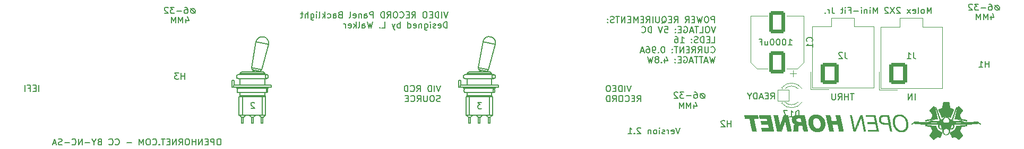
<source format=gbr>
%TF.GenerationSoftware,KiCad,Pcbnew,(6.0.9)*%
%TF.CreationDate,2022-12-26T18:23:53-09:00*%
%TF.ProjectId,PCB_ HUD VID RCD PANEL,5043422c-2048-4554-9420-564944205243,rev?*%
%TF.SameCoordinates,Original*%
%TF.FileFunction,Legend,Bot*%
%TF.FilePolarity,Positive*%
%FSLAX46Y46*%
G04 Gerber Fmt 4.6, Leading zero omitted, Abs format (unit mm)*
G04 Created by KiCad (PCBNEW (6.0.9)) date 2022-12-26 18:23:53*
%MOMM*%
%LPD*%
G01*
G04 APERTURE LIST*
G04 Aperture macros list*
%AMRoundRect*
0 Rectangle with rounded corners*
0 $1 Rounding radius*
0 $2 $3 $4 $5 $6 $7 $8 $9 X,Y pos of 4 corners*
0 Add a 4 corners polygon primitive as box body*
4,1,4,$2,$3,$4,$5,$6,$7,$8,$9,$2,$3,0*
0 Add four circle primitives for the rounded corners*
1,1,$1+$1,$2,$3*
1,1,$1+$1,$4,$5*
1,1,$1+$1,$6,$7*
1,1,$1+$1,$8,$9*
0 Add four rect primitives between the rounded corners*
20,1,$1+$1,$2,$3,$4,$5,0*
20,1,$1+$1,$4,$5,$6,$7,0*
20,1,$1+$1,$6,$7,$8,$9,0*
20,1,$1+$1,$8,$9,$2,$3,0*%
G04 Aperture macros list end*
%ADD10C,0.150000*%
%ADD11C,0.120000*%
%ADD12C,0.200000*%
%ADD13C,0.010000*%
%ADD14RoundRect,0.300001X-1.099999X-1.399999X1.099999X-1.399999X1.099999X1.399999X-1.099999X1.399999X0*%
%ADD15O,2.800000X3.400000*%
%ADD16RoundRect,0.050000X-0.900000X-0.900000X0.900000X-0.900000X0.900000X0.900000X-0.900000X0.900000X0*%
%ADD17C,1.900000*%
%ADD18RoundRect,0.300000X1.000000X-1.500000X1.000000X1.500000X-1.000000X1.500000X-1.000000X-1.500000X0*%
%ADD19C,12.800000*%
%ADD20C,3.672000*%
%ADD21C,4.400000*%
G04 APERTURE END LIST*
D10*
X213423380Y-70143714D02*
X213423380Y-70810380D01*
X213661476Y-69762761D02*
X213899571Y-70477047D01*
X213280523Y-70477047D01*
X212899571Y-70810380D02*
X212899571Y-69810380D01*
X212566238Y-70524666D01*
X212232904Y-69810380D01*
X212232904Y-70810380D01*
X211756714Y-70810380D02*
X211756714Y-69810380D01*
X211423380Y-70524666D01*
X211090047Y-69810380D01*
X211090047Y-70810380D01*
X191571333Y-82637380D02*
X190999904Y-82637380D01*
X191285619Y-83637380D02*
X191285619Y-82637380D01*
X190666571Y-83637380D02*
X190666571Y-82637380D01*
X190666571Y-83113571D02*
X190095142Y-83113571D01*
X190095142Y-83637380D02*
X190095142Y-82637380D01*
X189047523Y-83637380D02*
X189380857Y-83161190D01*
X189618952Y-83637380D02*
X189618952Y-82637380D01*
X189238000Y-82637380D01*
X189142761Y-82685000D01*
X189095142Y-82732619D01*
X189047523Y-82827857D01*
X189047523Y-82970714D01*
X189095142Y-83065952D01*
X189142761Y-83113571D01*
X189238000Y-83161190D01*
X189618952Y-83161190D01*
X188618952Y-82637380D02*
X188618952Y-83446904D01*
X188571333Y-83542142D01*
X188523714Y-83589761D01*
X188428476Y-83637380D01*
X188238000Y-83637380D01*
X188142761Y-83589761D01*
X188095142Y-83542142D01*
X188047523Y-83446904D01*
X188047523Y-82637380D01*
X156052976Y-81324380D02*
X155719642Y-82324380D01*
X155386309Y-81324380D01*
X155052976Y-82324380D02*
X155052976Y-81324380D01*
X154576785Y-82324380D02*
X154576785Y-81324380D01*
X154338690Y-81324380D01*
X154195833Y-81372000D01*
X154100595Y-81467238D01*
X154052976Y-81562476D01*
X154005357Y-81752952D01*
X154005357Y-81895809D01*
X154052976Y-82086285D01*
X154100595Y-82181523D01*
X154195833Y-82276761D01*
X154338690Y-82324380D01*
X154576785Y-82324380D01*
X153576785Y-81800571D02*
X153243452Y-81800571D01*
X153100595Y-82324380D02*
X153576785Y-82324380D01*
X153576785Y-81324380D01*
X153100595Y-81324380D01*
X152481547Y-81324380D02*
X152291071Y-81324380D01*
X152195833Y-81372000D01*
X152100595Y-81467238D01*
X152052976Y-81657714D01*
X152052976Y-81991047D01*
X152100595Y-82181523D01*
X152195833Y-82276761D01*
X152291071Y-82324380D01*
X152481547Y-82324380D01*
X152576785Y-82276761D01*
X152672023Y-82181523D01*
X152719642Y-81991047D01*
X152719642Y-81657714D01*
X152672023Y-81467238D01*
X152576785Y-81372000D01*
X152481547Y-81324380D01*
X157005357Y-83934380D02*
X157338690Y-83458190D01*
X157576785Y-83934380D02*
X157576785Y-82934380D01*
X157195833Y-82934380D01*
X157100595Y-82982000D01*
X157052976Y-83029619D01*
X157005357Y-83124857D01*
X157005357Y-83267714D01*
X157052976Y-83362952D01*
X157100595Y-83410571D01*
X157195833Y-83458190D01*
X157576785Y-83458190D01*
X156576785Y-83410571D02*
X156243452Y-83410571D01*
X156100595Y-83934380D02*
X156576785Y-83934380D01*
X156576785Y-82934380D01*
X156100595Y-82934380D01*
X155100595Y-83839142D02*
X155148214Y-83886761D01*
X155291071Y-83934380D01*
X155386309Y-83934380D01*
X155529166Y-83886761D01*
X155624404Y-83791523D01*
X155672023Y-83696285D01*
X155719642Y-83505809D01*
X155719642Y-83362952D01*
X155672023Y-83172476D01*
X155624404Y-83077238D01*
X155529166Y-82982000D01*
X155386309Y-82934380D01*
X155291071Y-82934380D01*
X155148214Y-82982000D01*
X155100595Y-83029619D01*
X154481547Y-82934380D02*
X154291071Y-82934380D01*
X154195833Y-82982000D01*
X154100595Y-83077238D01*
X154052976Y-83267714D01*
X154052976Y-83601047D01*
X154100595Y-83791523D01*
X154195833Y-83886761D01*
X154291071Y-83934380D01*
X154481547Y-83934380D01*
X154576785Y-83886761D01*
X154672023Y-83791523D01*
X154719642Y-83601047D01*
X154719642Y-83267714D01*
X154672023Y-83077238D01*
X154576785Y-82982000D01*
X154481547Y-82934380D01*
X153052976Y-83934380D02*
X153386309Y-83458190D01*
X153624404Y-83934380D02*
X153624404Y-82934380D01*
X153243452Y-82934380D01*
X153148214Y-82982000D01*
X153100595Y-83029619D01*
X153052976Y-83124857D01*
X153052976Y-83267714D01*
X153100595Y-83362952D01*
X153148214Y-83410571D01*
X153243452Y-83458190D01*
X153624404Y-83458190D01*
X152624404Y-83934380D02*
X152624404Y-82934380D01*
X152386309Y-82934380D01*
X152243452Y-82982000D01*
X152148214Y-83077238D01*
X152100595Y-83172476D01*
X152052976Y-83362952D01*
X152052976Y-83505809D01*
X152100595Y-83696285D01*
X152148214Y-83791523D01*
X152243452Y-83886761D01*
X152386309Y-83934380D01*
X152624404Y-83934380D01*
X166052380Y-84367714D02*
X166052380Y-85034380D01*
X166290476Y-83986761D02*
X166528571Y-84701047D01*
X165909523Y-84701047D01*
X165528571Y-85034380D02*
X165528571Y-84034380D01*
X165195238Y-84748666D01*
X164861904Y-84034380D01*
X164861904Y-85034380D01*
X164385714Y-85034380D02*
X164385714Y-84034380D01*
X164052380Y-84748666D01*
X163719047Y-84034380D01*
X163719047Y-85034380D01*
X85026380Y-70651714D02*
X85026380Y-71318380D01*
X85264476Y-70270761D02*
X85502571Y-70985047D01*
X84883523Y-70985047D01*
X84502571Y-71318380D02*
X84502571Y-70318380D01*
X84169238Y-71032666D01*
X83835904Y-70318380D01*
X83835904Y-71318380D01*
X83359714Y-71318380D02*
X83359714Y-70318380D01*
X83026380Y-71032666D01*
X82693047Y-70318380D01*
X82693047Y-71318380D01*
X125664261Y-81324380D02*
X125330928Y-82324380D01*
X124997595Y-81324380D01*
X124664261Y-82324380D02*
X124664261Y-81324380D01*
X124188071Y-82324380D02*
X124188071Y-81324380D01*
X123949976Y-81324380D01*
X123807119Y-81372000D01*
X123711880Y-81467238D01*
X123664261Y-81562476D01*
X123616642Y-81752952D01*
X123616642Y-81895809D01*
X123664261Y-82086285D01*
X123711880Y-82181523D01*
X123807119Y-82276761D01*
X123949976Y-82324380D01*
X124188071Y-82324380D01*
X121854738Y-82324380D02*
X122188071Y-81848190D01*
X122426166Y-82324380D02*
X122426166Y-81324380D01*
X122045214Y-81324380D01*
X121949976Y-81372000D01*
X121902357Y-81419619D01*
X121854738Y-81514857D01*
X121854738Y-81657714D01*
X121902357Y-81752952D01*
X121949976Y-81800571D01*
X122045214Y-81848190D01*
X122426166Y-81848190D01*
X120854738Y-82229142D02*
X120902357Y-82276761D01*
X121045214Y-82324380D01*
X121140452Y-82324380D01*
X121283309Y-82276761D01*
X121378547Y-82181523D01*
X121426166Y-82086285D01*
X121473785Y-81895809D01*
X121473785Y-81752952D01*
X121426166Y-81562476D01*
X121378547Y-81467238D01*
X121283309Y-81372000D01*
X121140452Y-81324380D01*
X121045214Y-81324380D01*
X120902357Y-81372000D01*
X120854738Y-81419619D01*
X120426166Y-82324380D02*
X120426166Y-81324380D01*
X120188071Y-81324380D01*
X120045214Y-81372000D01*
X119949976Y-81467238D01*
X119902357Y-81562476D01*
X119854738Y-81752952D01*
X119854738Y-81895809D01*
X119902357Y-82086285D01*
X119949976Y-82181523D01*
X120045214Y-82276761D01*
X120188071Y-82324380D01*
X120426166Y-82324380D01*
X125569023Y-83886761D02*
X125426166Y-83934380D01*
X125188071Y-83934380D01*
X125092833Y-83886761D01*
X125045214Y-83839142D01*
X124997595Y-83743904D01*
X124997595Y-83648666D01*
X125045214Y-83553428D01*
X125092833Y-83505809D01*
X125188071Y-83458190D01*
X125378547Y-83410571D01*
X125473785Y-83362952D01*
X125521404Y-83315333D01*
X125569023Y-83220095D01*
X125569023Y-83124857D01*
X125521404Y-83029619D01*
X125473785Y-82982000D01*
X125378547Y-82934380D01*
X125140452Y-82934380D01*
X124997595Y-82982000D01*
X124378547Y-82934380D02*
X124188071Y-82934380D01*
X124092833Y-82982000D01*
X123997595Y-83077238D01*
X123949976Y-83267714D01*
X123949976Y-83601047D01*
X123997595Y-83791523D01*
X124092833Y-83886761D01*
X124188071Y-83934380D01*
X124378547Y-83934380D01*
X124473785Y-83886761D01*
X124569023Y-83791523D01*
X124616642Y-83601047D01*
X124616642Y-83267714D01*
X124569023Y-83077238D01*
X124473785Y-82982000D01*
X124378547Y-82934380D01*
X123521404Y-82934380D02*
X123521404Y-83743904D01*
X123473785Y-83839142D01*
X123426166Y-83886761D01*
X123330928Y-83934380D01*
X123140452Y-83934380D01*
X123045214Y-83886761D01*
X122997595Y-83839142D01*
X122949976Y-83743904D01*
X122949976Y-82934380D01*
X121902357Y-83934380D02*
X122235690Y-83458190D01*
X122473785Y-83934380D02*
X122473785Y-82934380D01*
X122092833Y-82934380D01*
X121997595Y-82982000D01*
X121949976Y-83029619D01*
X121902357Y-83124857D01*
X121902357Y-83267714D01*
X121949976Y-83362952D01*
X121997595Y-83410571D01*
X122092833Y-83458190D01*
X122473785Y-83458190D01*
X120902357Y-83839142D02*
X120949976Y-83886761D01*
X121092833Y-83934380D01*
X121188071Y-83934380D01*
X121330928Y-83886761D01*
X121426166Y-83791523D01*
X121473785Y-83696285D01*
X121521404Y-83505809D01*
X121521404Y-83362952D01*
X121473785Y-83172476D01*
X121426166Y-83077238D01*
X121330928Y-82982000D01*
X121188071Y-82934380D01*
X121092833Y-82934380D01*
X120949976Y-82982000D01*
X120902357Y-83029619D01*
X120473785Y-83410571D02*
X120140452Y-83410571D01*
X119997595Y-83934380D02*
X120473785Y-83934380D01*
X120473785Y-82934380D01*
X119997595Y-82934380D01*
X126807261Y-69513380D02*
X126473928Y-70513380D01*
X126140595Y-69513380D01*
X125807261Y-70513380D02*
X125807261Y-69513380D01*
X125331071Y-70513380D02*
X125331071Y-69513380D01*
X125092976Y-69513380D01*
X124950119Y-69561000D01*
X124854880Y-69656238D01*
X124807261Y-69751476D01*
X124759642Y-69941952D01*
X124759642Y-70084809D01*
X124807261Y-70275285D01*
X124854880Y-70370523D01*
X124950119Y-70465761D01*
X125092976Y-70513380D01*
X125331071Y-70513380D01*
X124331071Y-69989571D02*
X123997738Y-69989571D01*
X123854880Y-70513380D02*
X124331071Y-70513380D01*
X124331071Y-69513380D01*
X123854880Y-69513380D01*
X123235833Y-69513380D02*
X123045357Y-69513380D01*
X122950119Y-69561000D01*
X122854880Y-69656238D01*
X122807261Y-69846714D01*
X122807261Y-70180047D01*
X122854880Y-70370523D01*
X122950119Y-70465761D01*
X123045357Y-70513380D01*
X123235833Y-70513380D01*
X123331071Y-70465761D01*
X123426309Y-70370523D01*
X123473928Y-70180047D01*
X123473928Y-69846714D01*
X123426309Y-69656238D01*
X123331071Y-69561000D01*
X123235833Y-69513380D01*
X121045357Y-70513380D02*
X121378690Y-70037190D01*
X121616785Y-70513380D02*
X121616785Y-69513380D01*
X121235833Y-69513380D01*
X121140595Y-69561000D01*
X121092976Y-69608619D01*
X121045357Y-69703857D01*
X121045357Y-69846714D01*
X121092976Y-69941952D01*
X121140595Y-69989571D01*
X121235833Y-70037190D01*
X121616785Y-70037190D01*
X120616785Y-69989571D02*
X120283452Y-69989571D01*
X120140595Y-70513380D02*
X120616785Y-70513380D01*
X120616785Y-69513380D01*
X120140595Y-69513380D01*
X119140595Y-70418142D02*
X119188214Y-70465761D01*
X119331071Y-70513380D01*
X119426309Y-70513380D01*
X119569166Y-70465761D01*
X119664404Y-70370523D01*
X119712023Y-70275285D01*
X119759642Y-70084809D01*
X119759642Y-69941952D01*
X119712023Y-69751476D01*
X119664404Y-69656238D01*
X119569166Y-69561000D01*
X119426309Y-69513380D01*
X119331071Y-69513380D01*
X119188214Y-69561000D01*
X119140595Y-69608619D01*
X118521547Y-69513380D02*
X118331071Y-69513380D01*
X118235833Y-69561000D01*
X118140595Y-69656238D01*
X118092976Y-69846714D01*
X118092976Y-70180047D01*
X118140595Y-70370523D01*
X118235833Y-70465761D01*
X118331071Y-70513380D01*
X118521547Y-70513380D01*
X118616785Y-70465761D01*
X118712023Y-70370523D01*
X118759642Y-70180047D01*
X118759642Y-69846714D01*
X118712023Y-69656238D01*
X118616785Y-69561000D01*
X118521547Y-69513380D01*
X117092976Y-70513380D02*
X117426309Y-70037190D01*
X117664404Y-70513380D02*
X117664404Y-69513380D01*
X117283452Y-69513380D01*
X117188214Y-69561000D01*
X117140595Y-69608619D01*
X117092976Y-69703857D01*
X117092976Y-69846714D01*
X117140595Y-69941952D01*
X117188214Y-69989571D01*
X117283452Y-70037190D01*
X117664404Y-70037190D01*
X116664404Y-70513380D02*
X116664404Y-69513380D01*
X116426309Y-69513380D01*
X116283452Y-69561000D01*
X116188214Y-69656238D01*
X116140595Y-69751476D01*
X116092976Y-69941952D01*
X116092976Y-70084809D01*
X116140595Y-70275285D01*
X116188214Y-70370523D01*
X116283452Y-70465761D01*
X116426309Y-70513380D01*
X116664404Y-70513380D01*
X114902500Y-70513380D02*
X114902500Y-69513380D01*
X114521547Y-69513380D01*
X114426309Y-69561000D01*
X114378690Y-69608619D01*
X114331071Y-69703857D01*
X114331071Y-69846714D01*
X114378690Y-69941952D01*
X114426309Y-69989571D01*
X114521547Y-70037190D01*
X114902500Y-70037190D01*
X113473928Y-70513380D02*
X113473928Y-69989571D01*
X113521547Y-69894333D01*
X113616785Y-69846714D01*
X113807261Y-69846714D01*
X113902500Y-69894333D01*
X113473928Y-70465761D02*
X113569166Y-70513380D01*
X113807261Y-70513380D01*
X113902500Y-70465761D01*
X113950119Y-70370523D01*
X113950119Y-70275285D01*
X113902500Y-70180047D01*
X113807261Y-70132428D01*
X113569166Y-70132428D01*
X113473928Y-70084809D01*
X112997738Y-69846714D02*
X112997738Y-70513380D01*
X112997738Y-69941952D02*
X112950119Y-69894333D01*
X112854880Y-69846714D01*
X112712023Y-69846714D01*
X112616785Y-69894333D01*
X112569166Y-69989571D01*
X112569166Y-70513380D01*
X111712023Y-70465761D02*
X111807261Y-70513380D01*
X111997738Y-70513380D01*
X112092976Y-70465761D01*
X112140595Y-70370523D01*
X112140595Y-69989571D01*
X112092976Y-69894333D01*
X111997738Y-69846714D01*
X111807261Y-69846714D01*
X111712023Y-69894333D01*
X111664404Y-69989571D01*
X111664404Y-70084809D01*
X112140595Y-70180047D01*
X111092976Y-70513380D02*
X111188214Y-70465761D01*
X111235833Y-70370523D01*
X111235833Y-69513380D01*
X109616785Y-69989571D02*
X109473928Y-70037190D01*
X109426309Y-70084809D01*
X109378690Y-70180047D01*
X109378690Y-70322904D01*
X109426309Y-70418142D01*
X109473928Y-70465761D01*
X109569166Y-70513380D01*
X109950119Y-70513380D01*
X109950119Y-69513380D01*
X109616785Y-69513380D01*
X109521547Y-69561000D01*
X109473928Y-69608619D01*
X109426309Y-69703857D01*
X109426309Y-69799095D01*
X109473928Y-69894333D01*
X109521547Y-69941952D01*
X109616785Y-69989571D01*
X109950119Y-69989571D01*
X108521547Y-70513380D02*
X108521547Y-69989571D01*
X108569166Y-69894333D01*
X108664404Y-69846714D01*
X108854880Y-69846714D01*
X108950119Y-69894333D01*
X108521547Y-70465761D02*
X108616785Y-70513380D01*
X108854880Y-70513380D01*
X108950119Y-70465761D01*
X108997738Y-70370523D01*
X108997738Y-70275285D01*
X108950119Y-70180047D01*
X108854880Y-70132428D01*
X108616785Y-70132428D01*
X108521547Y-70084809D01*
X107616785Y-70465761D02*
X107712023Y-70513380D01*
X107902500Y-70513380D01*
X107997738Y-70465761D01*
X108045357Y-70418142D01*
X108092976Y-70322904D01*
X108092976Y-70037190D01*
X108045357Y-69941952D01*
X107997738Y-69894333D01*
X107902500Y-69846714D01*
X107712023Y-69846714D01*
X107616785Y-69894333D01*
X107188214Y-70513380D02*
X107188214Y-69513380D01*
X107092976Y-70132428D02*
X106807261Y-70513380D01*
X106807261Y-69846714D02*
X107188214Y-70227666D01*
X106235833Y-70513380D02*
X106331071Y-70465761D01*
X106378690Y-70370523D01*
X106378690Y-69513380D01*
X105854880Y-70513380D02*
X105854880Y-69846714D01*
X105854880Y-69513380D02*
X105902500Y-69561000D01*
X105854880Y-69608619D01*
X105807261Y-69561000D01*
X105854880Y-69513380D01*
X105854880Y-69608619D01*
X104950119Y-69846714D02*
X104950119Y-70656238D01*
X104997738Y-70751476D01*
X105045357Y-70799095D01*
X105140595Y-70846714D01*
X105283452Y-70846714D01*
X105378690Y-70799095D01*
X104950119Y-70465761D02*
X105045357Y-70513380D01*
X105235833Y-70513380D01*
X105331071Y-70465761D01*
X105378690Y-70418142D01*
X105426309Y-70322904D01*
X105426309Y-70037190D01*
X105378690Y-69941952D01*
X105331071Y-69894333D01*
X105235833Y-69846714D01*
X105045357Y-69846714D01*
X104950119Y-69894333D01*
X104473928Y-70513380D02*
X104473928Y-69513380D01*
X104045357Y-70513380D02*
X104045357Y-69989571D01*
X104092976Y-69894333D01*
X104188214Y-69846714D01*
X104331071Y-69846714D01*
X104426309Y-69894333D01*
X104473928Y-69941952D01*
X103712023Y-69846714D02*
X103331071Y-69846714D01*
X103569166Y-69513380D02*
X103569166Y-70370523D01*
X103521547Y-70465761D01*
X103426309Y-70513380D01*
X103331071Y-70513380D01*
X126664404Y-72123380D02*
X126664404Y-71123380D01*
X126426309Y-71123380D01*
X126283452Y-71171000D01*
X126188214Y-71266238D01*
X126140595Y-71361476D01*
X126092976Y-71551952D01*
X126092976Y-71694809D01*
X126140595Y-71885285D01*
X126188214Y-71980523D01*
X126283452Y-72075761D01*
X126426309Y-72123380D01*
X126664404Y-72123380D01*
X125283452Y-72075761D02*
X125378690Y-72123380D01*
X125569166Y-72123380D01*
X125664404Y-72075761D01*
X125712023Y-71980523D01*
X125712023Y-71599571D01*
X125664404Y-71504333D01*
X125569166Y-71456714D01*
X125378690Y-71456714D01*
X125283452Y-71504333D01*
X125235833Y-71599571D01*
X125235833Y-71694809D01*
X125712023Y-71790047D01*
X124854880Y-72075761D02*
X124759642Y-72123380D01*
X124569166Y-72123380D01*
X124473928Y-72075761D01*
X124426309Y-71980523D01*
X124426309Y-71932904D01*
X124473928Y-71837666D01*
X124569166Y-71790047D01*
X124712023Y-71790047D01*
X124807261Y-71742428D01*
X124854880Y-71647190D01*
X124854880Y-71599571D01*
X124807261Y-71504333D01*
X124712023Y-71456714D01*
X124569166Y-71456714D01*
X124473928Y-71504333D01*
X123997738Y-72123380D02*
X123997738Y-71456714D01*
X123997738Y-71123380D02*
X124045357Y-71171000D01*
X123997738Y-71218619D01*
X123950119Y-71171000D01*
X123997738Y-71123380D01*
X123997738Y-71218619D01*
X123092976Y-71456714D02*
X123092976Y-72266238D01*
X123140595Y-72361476D01*
X123188214Y-72409095D01*
X123283452Y-72456714D01*
X123426309Y-72456714D01*
X123521547Y-72409095D01*
X123092976Y-72075761D02*
X123188214Y-72123380D01*
X123378690Y-72123380D01*
X123473928Y-72075761D01*
X123521547Y-72028142D01*
X123569166Y-71932904D01*
X123569166Y-71647190D01*
X123521547Y-71551952D01*
X123473928Y-71504333D01*
X123378690Y-71456714D01*
X123188214Y-71456714D01*
X123092976Y-71504333D01*
X122616785Y-71456714D02*
X122616785Y-72123380D01*
X122616785Y-71551952D02*
X122569166Y-71504333D01*
X122473928Y-71456714D01*
X122331071Y-71456714D01*
X122235833Y-71504333D01*
X122188214Y-71599571D01*
X122188214Y-72123380D01*
X121331071Y-72075761D02*
X121426309Y-72123380D01*
X121616785Y-72123380D01*
X121712023Y-72075761D01*
X121759642Y-71980523D01*
X121759642Y-71599571D01*
X121712023Y-71504333D01*
X121616785Y-71456714D01*
X121426309Y-71456714D01*
X121331071Y-71504333D01*
X121283452Y-71599571D01*
X121283452Y-71694809D01*
X121759642Y-71790047D01*
X120426309Y-72123380D02*
X120426309Y-71123380D01*
X120426309Y-72075761D02*
X120521547Y-72123380D01*
X120712023Y-72123380D01*
X120807261Y-72075761D01*
X120854880Y-72028142D01*
X120902500Y-71932904D01*
X120902500Y-71647190D01*
X120854880Y-71551952D01*
X120807261Y-71504333D01*
X120712023Y-71456714D01*
X120521547Y-71456714D01*
X120426309Y-71504333D01*
X119188214Y-72123380D02*
X119188214Y-71123380D01*
X119188214Y-71504333D02*
X119092976Y-71456714D01*
X118902500Y-71456714D01*
X118807261Y-71504333D01*
X118759642Y-71551952D01*
X118712023Y-71647190D01*
X118712023Y-71932904D01*
X118759642Y-72028142D01*
X118807261Y-72075761D01*
X118902500Y-72123380D01*
X119092976Y-72123380D01*
X119188214Y-72075761D01*
X118378690Y-71456714D02*
X118140595Y-72123380D01*
X117902500Y-71456714D02*
X118140595Y-72123380D01*
X118235833Y-72361476D01*
X118283452Y-72409095D01*
X118378690Y-72456714D01*
X116283452Y-72123380D02*
X116759642Y-72123380D01*
X116759642Y-71123380D01*
X115950119Y-72028142D02*
X115902500Y-72075761D01*
X115950119Y-72123380D01*
X115997738Y-72075761D01*
X115950119Y-72028142D01*
X115950119Y-72123380D01*
X114807261Y-71123380D02*
X114569166Y-72123380D01*
X114378690Y-71409095D01*
X114188214Y-72123380D01*
X113950119Y-71123380D01*
X113140595Y-72123380D02*
X113140595Y-71599571D01*
X113188214Y-71504333D01*
X113283452Y-71456714D01*
X113473928Y-71456714D01*
X113569166Y-71504333D01*
X113140595Y-72075761D02*
X113235833Y-72123380D01*
X113473928Y-72123380D01*
X113569166Y-72075761D01*
X113616785Y-71980523D01*
X113616785Y-71885285D01*
X113569166Y-71790047D01*
X113473928Y-71742428D01*
X113235833Y-71742428D01*
X113140595Y-71694809D01*
X112521547Y-72123380D02*
X112616785Y-72075761D01*
X112664404Y-71980523D01*
X112664404Y-71123380D01*
X112140595Y-72123380D02*
X112140595Y-71123380D01*
X112045357Y-71742428D02*
X111759642Y-72123380D01*
X111759642Y-71456714D02*
X112140595Y-71837666D01*
X110950119Y-72075761D02*
X111045357Y-72123380D01*
X111235833Y-72123380D01*
X111331071Y-72075761D01*
X111378690Y-71980523D01*
X111378690Y-71599571D01*
X111331071Y-71504333D01*
X111235833Y-71456714D01*
X111045357Y-71456714D01*
X110950119Y-71504333D01*
X110902500Y-71599571D01*
X110902500Y-71694809D01*
X111378690Y-71790047D01*
X110473928Y-72123380D02*
X110473928Y-71456714D01*
X110473928Y-71647190D02*
X110426309Y-71551952D01*
X110378690Y-71504333D01*
X110283452Y-71456714D01*
X110188214Y-71456714D01*
X203905380Y-69794380D02*
X203905380Y-68794380D01*
X203572047Y-69508666D01*
X203238714Y-68794380D01*
X203238714Y-69794380D01*
X202619666Y-69794380D02*
X202714904Y-69746761D01*
X202762523Y-69699142D01*
X202810142Y-69603904D01*
X202810142Y-69318190D01*
X202762523Y-69222952D01*
X202714904Y-69175333D01*
X202619666Y-69127714D01*
X202476809Y-69127714D01*
X202381571Y-69175333D01*
X202333952Y-69222952D01*
X202286333Y-69318190D01*
X202286333Y-69603904D01*
X202333952Y-69699142D01*
X202381571Y-69746761D01*
X202476809Y-69794380D01*
X202619666Y-69794380D01*
X201714904Y-69794380D02*
X201810142Y-69746761D01*
X201857761Y-69651523D01*
X201857761Y-68794380D01*
X200953000Y-69746761D02*
X201048238Y-69794380D01*
X201238714Y-69794380D01*
X201333952Y-69746761D01*
X201381571Y-69651523D01*
X201381571Y-69270571D01*
X201333952Y-69175333D01*
X201238714Y-69127714D01*
X201048238Y-69127714D01*
X200953000Y-69175333D01*
X200905380Y-69270571D01*
X200905380Y-69365809D01*
X201381571Y-69461047D01*
X200572047Y-69794380D02*
X200048238Y-69127714D01*
X200572047Y-69127714D02*
X200048238Y-69794380D01*
X198953000Y-68889619D02*
X198905380Y-68842000D01*
X198810142Y-68794380D01*
X198572047Y-68794380D01*
X198476809Y-68842000D01*
X198429190Y-68889619D01*
X198381571Y-68984857D01*
X198381571Y-69080095D01*
X198429190Y-69222952D01*
X199000619Y-69794380D01*
X198381571Y-69794380D01*
X198048238Y-68794380D02*
X197381571Y-69794380D01*
X197381571Y-68794380D02*
X198048238Y-69794380D01*
X197048238Y-68889619D02*
X197000619Y-68842000D01*
X196905380Y-68794380D01*
X196667285Y-68794380D01*
X196572047Y-68842000D01*
X196524428Y-68889619D01*
X196476809Y-68984857D01*
X196476809Y-69080095D01*
X196524428Y-69222952D01*
X197095857Y-69794380D01*
X196476809Y-69794380D01*
X195286333Y-69794380D02*
X195286333Y-68794380D01*
X194953000Y-69508666D01*
X194619666Y-68794380D01*
X194619666Y-69794380D01*
X194143476Y-69794380D02*
X194143476Y-69127714D01*
X194143476Y-68794380D02*
X194191095Y-68842000D01*
X194143476Y-68889619D01*
X194095857Y-68842000D01*
X194143476Y-68794380D01*
X194143476Y-68889619D01*
X193667285Y-69127714D02*
X193667285Y-69794380D01*
X193667285Y-69222952D02*
X193619666Y-69175333D01*
X193524428Y-69127714D01*
X193381571Y-69127714D01*
X193286333Y-69175333D01*
X193238714Y-69270571D01*
X193238714Y-69794380D01*
X192762523Y-69794380D02*
X192762523Y-69127714D01*
X192762523Y-68794380D02*
X192810142Y-68842000D01*
X192762523Y-68889619D01*
X192714904Y-68842000D01*
X192762523Y-68794380D01*
X192762523Y-68889619D01*
X192286333Y-69413428D02*
X191524428Y-69413428D01*
X190714904Y-69270571D02*
X191048238Y-69270571D01*
X191048238Y-69794380D02*
X191048238Y-68794380D01*
X190572047Y-68794380D01*
X190191095Y-69794380D02*
X190191095Y-69127714D01*
X190191095Y-68794380D02*
X190238714Y-68842000D01*
X190191095Y-68889619D01*
X190143476Y-68842000D01*
X190191095Y-68794380D01*
X190191095Y-68889619D01*
X189857761Y-69127714D02*
X189476809Y-69127714D01*
X189714904Y-68794380D02*
X189714904Y-69651523D01*
X189667285Y-69746761D01*
X189572047Y-69794380D01*
X189476809Y-69794380D01*
X188095857Y-68794380D02*
X188095857Y-69508666D01*
X188143476Y-69651523D01*
X188238714Y-69746761D01*
X188381571Y-69794380D01*
X188476809Y-69794380D01*
X187619666Y-69794380D02*
X187619666Y-69127714D01*
X187619666Y-69318190D02*
X187572047Y-69222952D01*
X187524428Y-69175333D01*
X187429190Y-69127714D01*
X187333952Y-69127714D01*
X187000619Y-69699142D02*
X186953000Y-69746761D01*
X187000619Y-69794380D01*
X187048238Y-69746761D01*
X187000619Y-69699142D01*
X187000619Y-69794380D01*
X178284000Y-83510380D02*
X178617333Y-83034190D01*
X178855428Y-83510380D02*
X178855428Y-82510380D01*
X178474476Y-82510380D01*
X178379238Y-82558000D01*
X178331619Y-82605619D01*
X178284000Y-82700857D01*
X178284000Y-82843714D01*
X178331619Y-82938952D01*
X178379238Y-82986571D01*
X178474476Y-83034190D01*
X178855428Y-83034190D01*
X177855428Y-82986571D02*
X177522095Y-82986571D01*
X177379238Y-83510380D02*
X177855428Y-83510380D01*
X177855428Y-82510380D01*
X177379238Y-82510380D01*
X176998285Y-83224666D02*
X176522095Y-83224666D01*
X177093523Y-83510380D02*
X176760190Y-82510380D01*
X176426857Y-83510380D01*
X176093523Y-83510380D02*
X176093523Y-82510380D01*
X175855428Y-82510380D01*
X175712571Y-82558000D01*
X175617333Y-82653238D01*
X175569714Y-82748476D01*
X175522095Y-82938952D01*
X175522095Y-83081809D01*
X175569714Y-83272285D01*
X175617333Y-83367523D01*
X175712571Y-83462761D01*
X175855428Y-83510380D01*
X176093523Y-83510380D01*
X174903047Y-83034190D02*
X174903047Y-83510380D01*
X175236380Y-82510380D02*
X174903047Y-83034190D01*
X174569714Y-82510380D01*
X90382666Y-89876380D02*
X90192190Y-89876380D01*
X90096952Y-89924000D01*
X90001714Y-90019238D01*
X89954095Y-90209714D01*
X89954095Y-90543047D01*
X90001714Y-90733523D01*
X90096952Y-90828761D01*
X90192190Y-90876380D01*
X90382666Y-90876380D01*
X90477904Y-90828761D01*
X90573142Y-90733523D01*
X90620761Y-90543047D01*
X90620761Y-90209714D01*
X90573142Y-90019238D01*
X90477904Y-89924000D01*
X90382666Y-89876380D01*
X89525523Y-90876380D02*
X89525523Y-89876380D01*
X89144571Y-89876380D01*
X89049333Y-89924000D01*
X89001714Y-89971619D01*
X88954095Y-90066857D01*
X88954095Y-90209714D01*
X89001714Y-90304952D01*
X89049333Y-90352571D01*
X89144571Y-90400190D01*
X89525523Y-90400190D01*
X88525523Y-90352571D02*
X88192190Y-90352571D01*
X88049333Y-90876380D02*
X88525523Y-90876380D01*
X88525523Y-89876380D01*
X88049333Y-89876380D01*
X87620761Y-90876380D02*
X87620761Y-89876380D01*
X87049333Y-90876380D01*
X87049333Y-89876380D01*
X86573142Y-90876380D02*
X86573142Y-89876380D01*
X86573142Y-90352571D02*
X86001714Y-90352571D01*
X86001714Y-90876380D02*
X86001714Y-89876380D01*
X85335047Y-89876380D02*
X85144571Y-89876380D01*
X85049333Y-89924000D01*
X84954095Y-90019238D01*
X84906476Y-90209714D01*
X84906476Y-90543047D01*
X84954095Y-90733523D01*
X85049333Y-90828761D01*
X85144571Y-90876380D01*
X85335047Y-90876380D01*
X85430285Y-90828761D01*
X85525523Y-90733523D01*
X85573142Y-90543047D01*
X85573142Y-90209714D01*
X85525523Y-90019238D01*
X85430285Y-89924000D01*
X85335047Y-89876380D01*
X83906476Y-90876380D02*
X84239809Y-90400190D01*
X84477904Y-90876380D02*
X84477904Y-89876380D01*
X84096952Y-89876380D01*
X84001714Y-89924000D01*
X83954095Y-89971619D01*
X83906476Y-90066857D01*
X83906476Y-90209714D01*
X83954095Y-90304952D01*
X84001714Y-90352571D01*
X84096952Y-90400190D01*
X84477904Y-90400190D01*
X83477904Y-90876380D02*
X83477904Y-89876380D01*
X82906476Y-90876380D01*
X82906476Y-89876380D01*
X82430285Y-90352571D02*
X82096952Y-90352571D01*
X81954095Y-90876380D02*
X82430285Y-90876380D01*
X82430285Y-89876380D01*
X81954095Y-89876380D01*
X81668380Y-89876380D02*
X81096952Y-89876380D01*
X81382666Y-90876380D02*
X81382666Y-89876380D01*
X80763619Y-90781142D02*
X80716000Y-90828761D01*
X80763619Y-90876380D01*
X80811238Y-90828761D01*
X80763619Y-90781142D01*
X80763619Y-90876380D01*
X79716000Y-90781142D02*
X79763619Y-90828761D01*
X79906476Y-90876380D01*
X80001714Y-90876380D01*
X80144571Y-90828761D01*
X80239809Y-90733523D01*
X80287428Y-90638285D01*
X80335047Y-90447809D01*
X80335047Y-90304952D01*
X80287428Y-90114476D01*
X80239809Y-90019238D01*
X80144571Y-89924000D01*
X80001714Y-89876380D01*
X79906476Y-89876380D01*
X79763619Y-89924000D01*
X79716000Y-89971619D01*
X79096952Y-89876380D02*
X78906476Y-89876380D01*
X78811238Y-89924000D01*
X78716000Y-90019238D01*
X78668380Y-90209714D01*
X78668380Y-90543047D01*
X78716000Y-90733523D01*
X78811238Y-90828761D01*
X78906476Y-90876380D01*
X79096952Y-90876380D01*
X79192190Y-90828761D01*
X79287428Y-90733523D01*
X79335047Y-90543047D01*
X79335047Y-90209714D01*
X79287428Y-90019238D01*
X79192190Y-89924000D01*
X79096952Y-89876380D01*
X78239809Y-90876380D02*
X78239809Y-89876380D01*
X77906476Y-90590666D01*
X77573142Y-89876380D01*
X77573142Y-90876380D01*
X76335047Y-90495428D02*
X75573142Y-90495428D01*
X73763619Y-90781142D02*
X73811238Y-90828761D01*
X73954095Y-90876380D01*
X74049333Y-90876380D01*
X74192190Y-90828761D01*
X74287428Y-90733523D01*
X74335047Y-90638285D01*
X74382666Y-90447809D01*
X74382666Y-90304952D01*
X74335047Y-90114476D01*
X74287428Y-90019238D01*
X74192190Y-89924000D01*
X74049333Y-89876380D01*
X73954095Y-89876380D01*
X73811238Y-89924000D01*
X73763619Y-89971619D01*
X72763619Y-90781142D02*
X72811238Y-90828761D01*
X72954095Y-90876380D01*
X73049333Y-90876380D01*
X73192190Y-90828761D01*
X73287428Y-90733523D01*
X73335047Y-90638285D01*
X73382666Y-90447809D01*
X73382666Y-90304952D01*
X73335047Y-90114476D01*
X73287428Y-90019238D01*
X73192190Y-89924000D01*
X73049333Y-89876380D01*
X72954095Y-89876380D01*
X72811238Y-89924000D01*
X72763619Y-89971619D01*
X71239809Y-90352571D02*
X71096952Y-90400190D01*
X71049333Y-90447809D01*
X71001714Y-90543047D01*
X71001714Y-90685904D01*
X71049333Y-90781142D01*
X71096952Y-90828761D01*
X71192190Y-90876380D01*
X71573142Y-90876380D01*
X71573142Y-89876380D01*
X71239809Y-89876380D01*
X71144571Y-89924000D01*
X71096952Y-89971619D01*
X71049333Y-90066857D01*
X71049333Y-90162095D01*
X71096952Y-90257333D01*
X71144571Y-90304952D01*
X71239809Y-90352571D01*
X71573142Y-90352571D01*
X70382666Y-90400190D02*
X70382666Y-90876380D01*
X70716000Y-89876380D02*
X70382666Y-90400190D01*
X70049333Y-89876380D01*
X69716000Y-90495428D02*
X68954095Y-90495428D01*
X68477904Y-90876380D02*
X68477904Y-89876380D01*
X67906476Y-90876380D01*
X67906476Y-89876380D01*
X66858857Y-90781142D02*
X66906476Y-90828761D01*
X67049333Y-90876380D01*
X67144571Y-90876380D01*
X67287428Y-90828761D01*
X67382666Y-90733523D01*
X67430285Y-90638285D01*
X67477904Y-90447809D01*
X67477904Y-90304952D01*
X67430285Y-90114476D01*
X67382666Y-90019238D01*
X67287428Y-89924000D01*
X67144571Y-89876380D01*
X67049333Y-89876380D01*
X66906476Y-89924000D01*
X66858857Y-89971619D01*
X66430285Y-90495428D02*
X65668380Y-90495428D01*
X65239809Y-90828761D02*
X65096952Y-90876380D01*
X64858857Y-90876380D01*
X64763619Y-90828761D01*
X64716000Y-90781142D01*
X64668380Y-90685904D01*
X64668380Y-90590666D01*
X64716000Y-90495428D01*
X64763619Y-90447809D01*
X64858857Y-90400190D01*
X65049333Y-90352571D01*
X65144571Y-90304952D01*
X65192190Y-90257333D01*
X65239809Y-90162095D01*
X65239809Y-90066857D01*
X65192190Y-89971619D01*
X65144571Y-89924000D01*
X65049333Y-89876380D01*
X64811238Y-89876380D01*
X64668380Y-89924000D01*
X64287428Y-90590666D02*
X63811238Y-90590666D01*
X64382666Y-90876380D02*
X64049333Y-89876380D01*
X63716000Y-90876380D01*
X169336404Y-71273380D02*
X169336404Y-70273380D01*
X168955452Y-70273380D01*
X168860214Y-70321000D01*
X168812595Y-70368619D01*
X168764976Y-70463857D01*
X168764976Y-70606714D01*
X168812595Y-70701952D01*
X168860214Y-70749571D01*
X168955452Y-70797190D01*
X169336404Y-70797190D01*
X168145928Y-70273380D02*
X167955452Y-70273380D01*
X167860214Y-70321000D01*
X167764976Y-70416238D01*
X167717357Y-70606714D01*
X167717357Y-70940047D01*
X167764976Y-71130523D01*
X167860214Y-71225761D01*
X167955452Y-71273380D01*
X168145928Y-71273380D01*
X168241166Y-71225761D01*
X168336404Y-71130523D01*
X168384023Y-70940047D01*
X168384023Y-70606714D01*
X168336404Y-70416238D01*
X168241166Y-70321000D01*
X168145928Y-70273380D01*
X167384023Y-70273380D02*
X167145928Y-71273380D01*
X166955452Y-70559095D01*
X166764976Y-71273380D01*
X166526880Y-70273380D01*
X166145928Y-70749571D02*
X165812595Y-70749571D01*
X165669738Y-71273380D02*
X166145928Y-71273380D01*
X166145928Y-70273380D01*
X165669738Y-70273380D01*
X164669738Y-71273380D02*
X165003071Y-70797190D01*
X165241166Y-71273380D02*
X165241166Y-70273380D01*
X164860214Y-70273380D01*
X164764976Y-70321000D01*
X164717357Y-70368619D01*
X164669738Y-70463857D01*
X164669738Y-70606714D01*
X164717357Y-70701952D01*
X164764976Y-70749571D01*
X164860214Y-70797190D01*
X165241166Y-70797190D01*
X162907833Y-71273380D02*
X163241166Y-70797190D01*
X163479261Y-71273380D02*
X163479261Y-70273380D01*
X163098309Y-70273380D01*
X163003071Y-70321000D01*
X162955452Y-70368619D01*
X162907833Y-70463857D01*
X162907833Y-70606714D01*
X162955452Y-70701952D01*
X163003071Y-70749571D01*
X163098309Y-70797190D01*
X163479261Y-70797190D01*
X162479261Y-70749571D02*
X162145928Y-70749571D01*
X162003071Y-71273380D02*
X162479261Y-71273380D01*
X162479261Y-70273380D01*
X162003071Y-70273380D01*
X160907833Y-71368619D02*
X161003071Y-71321000D01*
X161098309Y-71225761D01*
X161241166Y-71082904D01*
X161336404Y-71035285D01*
X161431642Y-71035285D01*
X161384023Y-71273380D02*
X161479261Y-71225761D01*
X161574500Y-71130523D01*
X161622119Y-70940047D01*
X161622119Y-70606714D01*
X161574500Y-70416238D01*
X161479261Y-70321000D01*
X161384023Y-70273380D01*
X161193547Y-70273380D01*
X161098309Y-70321000D01*
X161003071Y-70416238D01*
X160955452Y-70606714D01*
X160955452Y-70940047D01*
X161003071Y-71130523D01*
X161098309Y-71225761D01*
X161193547Y-71273380D01*
X161384023Y-71273380D01*
X160526880Y-70273380D02*
X160526880Y-71082904D01*
X160479261Y-71178142D01*
X160431642Y-71225761D01*
X160336404Y-71273380D01*
X160145928Y-71273380D01*
X160050690Y-71225761D01*
X160003071Y-71178142D01*
X159955452Y-71082904D01*
X159955452Y-70273380D01*
X159479261Y-71273380D02*
X159479261Y-70273380D01*
X158431642Y-71273380D02*
X158764976Y-70797190D01*
X159003071Y-71273380D02*
X159003071Y-70273380D01*
X158622119Y-70273380D01*
X158526880Y-70321000D01*
X158479261Y-70368619D01*
X158431642Y-70463857D01*
X158431642Y-70606714D01*
X158479261Y-70701952D01*
X158526880Y-70749571D01*
X158622119Y-70797190D01*
X159003071Y-70797190D01*
X158003071Y-70749571D02*
X157669738Y-70749571D01*
X157526880Y-71273380D02*
X158003071Y-71273380D01*
X158003071Y-70273380D01*
X157526880Y-70273380D01*
X157098309Y-71273380D02*
X157098309Y-70273380D01*
X156764976Y-70987666D01*
X156431642Y-70273380D01*
X156431642Y-71273380D01*
X155955452Y-70749571D02*
X155622119Y-70749571D01*
X155479261Y-71273380D02*
X155955452Y-71273380D01*
X155955452Y-70273380D01*
X155479261Y-70273380D01*
X155050690Y-71273380D02*
X155050690Y-70273380D01*
X154479261Y-71273380D01*
X154479261Y-70273380D01*
X154145928Y-70273380D02*
X153574500Y-70273380D01*
X153860214Y-71273380D02*
X153860214Y-70273380D01*
X153288785Y-71225761D02*
X153145928Y-71273380D01*
X152907833Y-71273380D01*
X152812595Y-71225761D01*
X152764976Y-71178142D01*
X152717357Y-71082904D01*
X152717357Y-70987666D01*
X152764976Y-70892428D01*
X152812595Y-70844809D01*
X152907833Y-70797190D01*
X153098309Y-70749571D01*
X153193547Y-70701952D01*
X153241166Y-70654333D01*
X153288785Y-70559095D01*
X153288785Y-70463857D01*
X153241166Y-70368619D01*
X153193547Y-70321000D01*
X153098309Y-70273380D01*
X152860214Y-70273380D01*
X152717357Y-70321000D01*
X152288785Y-71178142D02*
X152241166Y-71225761D01*
X152288785Y-71273380D01*
X152336404Y-71225761D01*
X152288785Y-71178142D01*
X152288785Y-71273380D01*
X152288785Y-70654333D02*
X152241166Y-70701952D01*
X152288785Y-70749571D01*
X152336404Y-70701952D01*
X152288785Y-70654333D01*
X152288785Y-70749571D01*
X169479261Y-71883380D02*
X169145928Y-72883380D01*
X168812595Y-71883380D01*
X168288785Y-71883380D02*
X168098309Y-71883380D01*
X168003071Y-71931000D01*
X167907833Y-72026238D01*
X167860214Y-72216714D01*
X167860214Y-72550047D01*
X167907833Y-72740523D01*
X168003071Y-72835761D01*
X168098309Y-72883380D01*
X168288785Y-72883380D01*
X168384023Y-72835761D01*
X168479261Y-72740523D01*
X168526880Y-72550047D01*
X168526880Y-72216714D01*
X168479261Y-72026238D01*
X168384023Y-71931000D01*
X168288785Y-71883380D01*
X166955452Y-72883380D02*
X167431642Y-72883380D01*
X167431642Y-71883380D01*
X166764976Y-71883380D02*
X166193547Y-71883380D01*
X166479261Y-72883380D02*
X166479261Y-71883380D01*
X165907833Y-72597666D02*
X165431642Y-72597666D01*
X166003071Y-72883380D02*
X165669738Y-71883380D01*
X165336404Y-72883380D01*
X164479261Y-71931000D02*
X164574500Y-71883380D01*
X164717357Y-71883380D01*
X164860214Y-71931000D01*
X164955452Y-72026238D01*
X165003071Y-72121476D01*
X165050690Y-72311952D01*
X165050690Y-72454809D01*
X165003071Y-72645285D01*
X164955452Y-72740523D01*
X164860214Y-72835761D01*
X164717357Y-72883380D01*
X164622119Y-72883380D01*
X164479261Y-72835761D01*
X164431642Y-72788142D01*
X164431642Y-72454809D01*
X164622119Y-72454809D01*
X164003071Y-72359571D02*
X163669738Y-72359571D01*
X163526880Y-72883380D02*
X164003071Y-72883380D01*
X164003071Y-71883380D01*
X163526880Y-71883380D01*
X163098309Y-72788142D02*
X163050690Y-72835761D01*
X163098309Y-72883380D01*
X163145928Y-72835761D01*
X163098309Y-72788142D01*
X163098309Y-72883380D01*
X163098309Y-72264333D02*
X163050690Y-72311952D01*
X163098309Y-72359571D01*
X163145928Y-72311952D01*
X163098309Y-72264333D01*
X163098309Y-72359571D01*
X161384023Y-71883380D02*
X161860214Y-71883380D01*
X161907833Y-72359571D01*
X161860214Y-72311952D01*
X161764976Y-72264333D01*
X161526880Y-72264333D01*
X161431642Y-72311952D01*
X161384023Y-72359571D01*
X161336404Y-72454809D01*
X161336404Y-72692904D01*
X161384023Y-72788142D01*
X161431642Y-72835761D01*
X161526880Y-72883380D01*
X161764976Y-72883380D01*
X161860214Y-72835761D01*
X161907833Y-72788142D01*
X161050690Y-71883380D02*
X160717357Y-72883380D01*
X160384023Y-71883380D01*
X159288785Y-72883380D02*
X159288785Y-71883380D01*
X159050690Y-71883380D01*
X158907833Y-71931000D01*
X158812595Y-72026238D01*
X158764976Y-72121476D01*
X158717357Y-72311952D01*
X158717357Y-72454809D01*
X158764976Y-72645285D01*
X158812595Y-72740523D01*
X158907833Y-72835761D01*
X159050690Y-72883380D01*
X159288785Y-72883380D01*
X157717357Y-72788142D02*
X157764976Y-72835761D01*
X157907833Y-72883380D01*
X158003071Y-72883380D01*
X158145928Y-72835761D01*
X158241166Y-72740523D01*
X158288785Y-72645285D01*
X158336404Y-72454809D01*
X158336404Y-72311952D01*
X158288785Y-72121476D01*
X158241166Y-72026238D01*
X158145928Y-71931000D01*
X158003071Y-71883380D01*
X157907833Y-71883380D01*
X157764976Y-71931000D01*
X157717357Y-71978619D01*
X168860214Y-74493380D02*
X169336404Y-74493380D01*
X169336404Y-73493380D01*
X168526880Y-73969571D02*
X168193547Y-73969571D01*
X168050690Y-74493380D02*
X168526880Y-74493380D01*
X168526880Y-73493380D01*
X168050690Y-73493380D01*
X167622119Y-74493380D02*
X167622119Y-73493380D01*
X167384023Y-73493380D01*
X167241166Y-73541000D01*
X167145928Y-73636238D01*
X167098309Y-73731476D01*
X167050690Y-73921952D01*
X167050690Y-74064809D01*
X167098309Y-74255285D01*
X167145928Y-74350523D01*
X167241166Y-74445761D01*
X167384023Y-74493380D01*
X167622119Y-74493380D01*
X166669738Y-74445761D02*
X166526880Y-74493380D01*
X166288785Y-74493380D01*
X166193547Y-74445761D01*
X166145928Y-74398142D01*
X166098309Y-74302904D01*
X166098309Y-74207666D01*
X166145928Y-74112428D01*
X166193547Y-74064809D01*
X166288785Y-74017190D01*
X166479261Y-73969571D01*
X166574500Y-73921952D01*
X166622119Y-73874333D01*
X166669738Y-73779095D01*
X166669738Y-73683857D01*
X166622119Y-73588619D01*
X166574500Y-73541000D01*
X166479261Y-73493380D01*
X166241166Y-73493380D01*
X166098309Y-73541000D01*
X165669738Y-74398142D02*
X165622119Y-74445761D01*
X165669738Y-74493380D01*
X165717357Y-74445761D01*
X165669738Y-74398142D01*
X165669738Y-74493380D01*
X165669738Y-73874333D02*
X165622119Y-73921952D01*
X165669738Y-73969571D01*
X165717357Y-73921952D01*
X165669738Y-73874333D01*
X165669738Y-73969571D01*
X163907833Y-74493380D02*
X164479261Y-74493380D01*
X164193547Y-74493380D02*
X164193547Y-73493380D01*
X164288785Y-73636238D01*
X164384023Y-73731476D01*
X164479261Y-73779095D01*
X163050690Y-73493380D02*
X163241166Y-73493380D01*
X163336404Y-73541000D01*
X163384023Y-73588619D01*
X163479261Y-73731476D01*
X163526880Y-73921952D01*
X163526880Y-74302904D01*
X163479261Y-74398142D01*
X163431642Y-74445761D01*
X163336404Y-74493380D01*
X163145928Y-74493380D01*
X163050690Y-74445761D01*
X163003071Y-74398142D01*
X162955452Y-74302904D01*
X162955452Y-74064809D01*
X163003071Y-73969571D01*
X163050690Y-73921952D01*
X163145928Y-73874333D01*
X163336404Y-73874333D01*
X163431642Y-73921952D01*
X163479261Y-73969571D01*
X163526880Y-74064809D01*
X168764976Y-76008142D02*
X168812595Y-76055761D01*
X168955452Y-76103380D01*
X169050690Y-76103380D01*
X169193547Y-76055761D01*
X169288785Y-75960523D01*
X169336404Y-75865285D01*
X169384023Y-75674809D01*
X169384023Y-75531952D01*
X169336404Y-75341476D01*
X169288785Y-75246238D01*
X169193547Y-75151000D01*
X169050690Y-75103380D01*
X168955452Y-75103380D01*
X168812595Y-75151000D01*
X168764976Y-75198619D01*
X168336404Y-75103380D02*
X168336404Y-75912904D01*
X168288785Y-76008142D01*
X168241166Y-76055761D01*
X168145928Y-76103380D01*
X167955452Y-76103380D01*
X167860214Y-76055761D01*
X167812595Y-76008142D01*
X167764976Y-75912904D01*
X167764976Y-75103380D01*
X166717357Y-76103380D02*
X167050690Y-75627190D01*
X167288785Y-76103380D02*
X167288785Y-75103380D01*
X166907833Y-75103380D01*
X166812595Y-75151000D01*
X166764976Y-75198619D01*
X166717357Y-75293857D01*
X166717357Y-75436714D01*
X166764976Y-75531952D01*
X166812595Y-75579571D01*
X166907833Y-75627190D01*
X167288785Y-75627190D01*
X165717357Y-76103380D02*
X166050690Y-75627190D01*
X166288785Y-76103380D02*
X166288785Y-75103380D01*
X165907833Y-75103380D01*
X165812595Y-75151000D01*
X165764976Y-75198619D01*
X165717357Y-75293857D01*
X165717357Y-75436714D01*
X165764976Y-75531952D01*
X165812595Y-75579571D01*
X165907833Y-75627190D01*
X166288785Y-75627190D01*
X165288785Y-75579571D02*
X164955452Y-75579571D01*
X164812595Y-76103380D02*
X165288785Y-76103380D01*
X165288785Y-75103380D01*
X164812595Y-75103380D01*
X164384023Y-76103380D02*
X164384023Y-75103380D01*
X163812595Y-76103380D01*
X163812595Y-75103380D01*
X163479261Y-75103380D02*
X162907833Y-75103380D01*
X163193547Y-76103380D02*
X163193547Y-75103380D01*
X162574500Y-76008142D02*
X162526880Y-76055761D01*
X162574500Y-76103380D01*
X162622119Y-76055761D01*
X162574500Y-76008142D01*
X162574500Y-76103380D01*
X162574500Y-75484333D02*
X162526880Y-75531952D01*
X162574500Y-75579571D01*
X162622119Y-75531952D01*
X162574500Y-75484333D01*
X162574500Y-75579571D01*
X161145928Y-75103380D02*
X161050690Y-75103380D01*
X160955452Y-75151000D01*
X160907833Y-75198619D01*
X160860214Y-75293857D01*
X160812595Y-75484333D01*
X160812595Y-75722428D01*
X160860214Y-75912904D01*
X160907833Y-76008142D01*
X160955452Y-76055761D01*
X161050690Y-76103380D01*
X161145928Y-76103380D01*
X161241166Y-76055761D01*
X161288785Y-76008142D01*
X161336404Y-75912904D01*
X161384023Y-75722428D01*
X161384023Y-75484333D01*
X161336404Y-75293857D01*
X161288785Y-75198619D01*
X161241166Y-75151000D01*
X161145928Y-75103380D01*
X160384023Y-76008142D02*
X160336404Y-76055761D01*
X160384023Y-76103380D01*
X160431642Y-76055761D01*
X160384023Y-76008142D01*
X160384023Y-76103380D01*
X159860214Y-76103380D02*
X159669738Y-76103380D01*
X159574500Y-76055761D01*
X159526880Y-76008142D01*
X159431642Y-75865285D01*
X159384023Y-75674809D01*
X159384023Y-75293857D01*
X159431642Y-75198619D01*
X159479261Y-75151000D01*
X159574500Y-75103380D01*
X159764976Y-75103380D01*
X159860214Y-75151000D01*
X159907833Y-75198619D01*
X159955452Y-75293857D01*
X159955452Y-75531952D01*
X159907833Y-75627190D01*
X159860214Y-75674809D01*
X159764976Y-75722428D01*
X159574500Y-75722428D01*
X159479261Y-75674809D01*
X159431642Y-75627190D01*
X159384023Y-75531952D01*
X158526880Y-75103380D02*
X158717357Y-75103380D01*
X158812595Y-75151000D01*
X158860214Y-75198619D01*
X158955452Y-75341476D01*
X159003071Y-75531952D01*
X159003071Y-75912904D01*
X158955452Y-76008142D01*
X158907833Y-76055761D01*
X158812595Y-76103380D01*
X158622119Y-76103380D01*
X158526880Y-76055761D01*
X158479261Y-76008142D01*
X158431642Y-75912904D01*
X158431642Y-75674809D01*
X158479261Y-75579571D01*
X158526880Y-75531952D01*
X158622119Y-75484333D01*
X158812595Y-75484333D01*
X158907833Y-75531952D01*
X158955452Y-75579571D01*
X159003071Y-75674809D01*
X158050690Y-75817666D02*
X157574500Y-75817666D01*
X158145928Y-76103380D02*
X157812595Y-75103380D01*
X157479261Y-76103380D01*
X169431642Y-76713380D02*
X169193547Y-77713380D01*
X169003071Y-76999095D01*
X168812595Y-77713380D01*
X168574500Y-76713380D01*
X168241166Y-77427666D02*
X167764976Y-77427666D01*
X168336404Y-77713380D02*
X168003071Y-76713380D01*
X167669738Y-77713380D01*
X167479261Y-76713380D02*
X166907833Y-76713380D01*
X167193547Y-77713380D02*
X167193547Y-76713380D01*
X166717357Y-76713380D02*
X166145928Y-76713380D01*
X166431642Y-77713380D02*
X166431642Y-76713380D01*
X165860214Y-77427666D02*
X165384023Y-77427666D01*
X165955452Y-77713380D02*
X165622119Y-76713380D01*
X165288785Y-77713380D01*
X164431642Y-76761000D02*
X164526880Y-76713380D01*
X164669738Y-76713380D01*
X164812595Y-76761000D01*
X164907833Y-76856238D01*
X164955452Y-76951476D01*
X165003071Y-77141952D01*
X165003071Y-77284809D01*
X164955452Y-77475285D01*
X164907833Y-77570523D01*
X164812595Y-77665761D01*
X164669738Y-77713380D01*
X164574500Y-77713380D01*
X164431642Y-77665761D01*
X164384023Y-77618142D01*
X164384023Y-77284809D01*
X164574500Y-77284809D01*
X163955452Y-77189571D02*
X163622119Y-77189571D01*
X163479261Y-77713380D02*
X163955452Y-77713380D01*
X163955452Y-76713380D01*
X163479261Y-76713380D01*
X163050690Y-77618142D02*
X163003071Y-77665761D01*
X163050690Y-77713380D01*
X163098309Y-77665761D01*
X163050690Y-77618142D01*
X163050690Y-77713380D01*
X163050690Y-77094333D02*
X163003071Y-77141952D01*
X163050690Y-77189571D01*
X163098309Y-77141952D01*
X163050690Y-77094333D01*
X163050690Y-77189571D01*
X161384023Y-77046714D02*
X161384023Y-77713380D01*
X161622119Y-76665761D02*
X161860214Y-77380047D01*
X161241166Y-77380047D01*
X160860214Y-77618142D02*
X160812595Y-77665761D01*
X160860214Y-77713380D01*
X160907833Y-77665761D01*
X160860214Y-77618142D01*
X160860214Y-77713380D01*
X160241166Y-77141952D02*
X160336404Y-77094333D01*
X160384023Y-77046714D01*
X160431642Y-76951476D01*
X160431642Y-76903857D01*
X160384023Y-76808619D01*
X160336404Y-76761000D01*
X160241166Y-76713380D01*
X160050690Y-76713380D01*
X159955452Y-76761000D01*
X159907833Y-76808619D01*
X159860214Y-76903857D01*
X159860214Y-76951476D01*
X159907833Y-77046714D01*
X159955452Y-77094333D01*
X160050690Y-77141952D01*
X160241166Y-77141952D01*
X160336404Y-77189571D01*
X160384023Y-77237190D01*
X160431642Y-77332428D01*
X160431642Y-77522904D01*
X160384023Y-77618142D01*
X160336404Y-77665761D01*
X160241166Y-77713380D01*
X160050690Y-77713380D01*
X159955452Y-77665761D01*
X159907833Y-77618142D01*
X159860214Y-77522904D01*
X159860214Y-77332428D01*
X159907833Y-77237190D01*
X159955452Y-77189571D01*
X160050690Y-77141952D01*
X159526880Y-76713380D02*
X159288785Y-77713380D01*
X159098309Y-76999095D01*
X158907833Y-77713380D01*
X158669738Y-76713380D01*
X201310809Y-83637380D02*
X201310809Y-82637380D01*
X200834619Y-83637380D02*
X200834619Y-82637380D01*
X200263190Y-83637380D01*
X200263190Y-82637380D01*
X163829476Y-88098380D02*
X163496142Y-89098380D01*
X163162809Y-88098380D01*
X162448523Y-89050761D02*
X162543761Y-89098380D01*
X162734238Y-89098380D01*
X162829476Y-89050761D01*
X162877095Y-88955523D01*
X162877095Y-88574571D01*
X162829476Y-88479333D01*
X162734238Y-88431714D01*
X162543761Y-88431714D01*
X162448523Y-88479333D01*
X162400904Y-88574571D01*
X162400904Y-88669809D01*
X162877095Y-88765047D01*
X161972333Y-89098380D02*
X161972333Y-88431714D01*
X161972333Y-88622190D02*
X161924714Y-88526952D01*
X161877095Y-88479333D01*
X161781857Y-88431714D01*
X161686619Y-88431714D01*
X161400904Y-89050761D02*
X161305666Y-89098380D01*
X161115190Y-89098380D01*
X161019952Y-89050761D01*
X160972333Y-88955523D01*
X160972333Y-88907904D01*
X161019952Y-88812666D01*
X161115190Y-88765047D01*
X161258047Y-88765047D01*
X161353285Y-88717428D01*
X161400904Y-88622190D01*
X161400904Y-88574571D01*
X161353285Y-88479333D01*
X161258047Y-88431714D01*
X161115190Y-88431714D01*
X161019952Y-88479333D01*
X160543761Y-89098380D02*
X160543761Y-88431714D01*
X160543761Y-88098380D02*
X160591380Y-88146000D01*
X160543761Y-88193619D01*
X160496142Y-88146000D01*
X160543761Y-88098380D01*
X160543761Y-88193619D01*
X159924714Y-89098380D02*
X160019952Y-89050761D01*
X160067571Y-89003142D01*
X160115190Y-88907904D01*
X160115190Y-88622190D01*
X160067571Y-88526952D01*
X160019952Y-88479333D01*
X159924714Y-88431714D01*
X159781857Y-88431714D01*
X159686619Y-88479333D01*
X159639000Y-88526952D01*
X159591380Y-88622190D01*
X159591380Y-88907904D01*
X159639000Y-89003142D01*
X159686619Y-89050761D01*
X159781857Y-89098380D01*
X159924714Y-89098380D01*
X159162809Y-88431714D02*
X159162809Y-89098380D01*
X159162809Y-88526952D02*
X159115190Y-88479333D01*
X159019952Y-88431714D01*
X158877095Y-88431714D01*
X158781857Y-88479333D01*
X158734238Y-88574571D01*
X158734238Y-89098380D01*
X157543761Y-88193619D02*
X157496142Y-88146000D01*
X157400904Y-88098380D01*
X157162809Y-88098380D01*
X157067571Y-88146000D01*
X157019952Y-88193619D01*
X156972333Y-88288857D01*
X156972333Y-88384095D01*
X157019952Y-88526952D01*
X157591380Y-89098380D01*
X156972333Y-89098380D01*
X156543761Y-89003142D02*
X156496142Y-89050761D01*
X156543761Y-89098380D01*
X156591380Y-89050761D01*
X156543761Y-89003142D01*
X156543761Y-89098380D01*
X155543761Y-89098380D02*
X156115190Y-89098380D01*
X155829476Y-89098380D02*
X155829476Y-88098380D01*
X155924714Y-88241238D01*
X156019952Y-88336476D01*
X156115190Y-88384095D01*
X181093809Y-74874380D02*
X181665238Y-74874380D01*
X181379523Y-74874380D02*
X181379523Y-73874380D01*
X181474761Y-74017238D01*
X181570000Y-74112476D01*
X181665238Y-74160095D01*
X180474761Y-73874380D02*
X180379523Y-73874380D01*
X180284285Y-73922000D01*
X180236666Y-73969619D01*
X180189047Y-74064857D01*
X180141428Y-74255333D01*
X180141428Y-74493428D01*
X180189047Y-74683904D01*
X180236666Y-74779142D01*
X180284285Y-74826761D01*
X180379523Y-74874380D01*
X180474761Y-74874380D01*
X180570000Y-74826761D01*
X180617619Y-74779142D01*
X180665238Y-74683904D01*
X180712857Y-74493428D01*
X180712857Y-74255333D01*
X180665238Y-74064857D01*
X180617619Y-73969619D01*
X180570000Y-73922000D01*
X180474761Y-73874380D01*
X179522380Y-73874380D02*
X179427142Y-73874380D01*
X179331904Y-73922000D01*
X179284285Y-73969619D01*
X179236666Y-74064857D01*
X179189047Y-74255333D01*
X179189047Y-74493428D01*
X179236666Y-74683904D01*
X179284285Y-74779142D01*
X179331904Y-74826761D01*
X179427142Y-74874380D01*
X179522380Y-74874380D01*
X179617619Y-74826761D01*
X179665238Y-74779142D01*
X179712857Y-74683904D01*
X179760476Y-74493428D01*
X179760476Y-74255333D01*
X179712857Y-74064857D01*
X179665238Y-73969619D01*
X179617619Y-73922000D01*
X179522380Y-73874380D01*
X178570000Y-73874380D02*
X178474761Y-73874380D01*
X178379523Y-73922000D01*
X178331904Y-73969619D01*
X178284285Y-74064857D01*
X178236666Y-74255333D01*
X178236666Y-74493428D01*
X178284285Y-74683904D01*
X178331904Y-74779142D01*
X178379523Y-74826761D01*
X178474761Y-74874380D01*
X178570000Y-74874380D01*
X178665238Y-74826761D01*
X178712857Y-74779142D01*
X178760476Y-74683904D01*
X178808095Y-74493428D01*
X178808095Y-74255333D01*
X178760476Y-74064857D01*
X178712857Y-73969619D01*
X178665238Y-73922000D01*
X178570000Y-73874380D01*
X177379523Y-74207714D02*
X177379523Y-74874380D01*
X177808095Y-74207714D02*
X177808095Y-74731523D01*
X177760476Y-74826761D01*
X177665238Y-74874380D01*
X177522380Y-74874380D01*
X177427142Y-74826761D01*
X177379523Y-74779142D01*
X176570000Y-74350571D02*
X176903333Y-74350571D01*
X176903333Y-74874380D02*
X176903333Y-73874380D01*
X176427142Y-73874380D01*
X61571047Y-82304380D02*
X61571047Y-81304380D01*
X61094857Y-81780571D02*
X60761523Y-81780571D01*
X60618666Y-82304380D02*
X61094857Y-82304380D01*
X61094857Y-81304380D01*
X60618666Y-81304380D01*
X59856761Y-81780571D02*
X60190095Y-81780571D01*
X60190095Y-82304380D02*
X60190095Y-81304380D01*
X59713904Y-81304380D01*
X59332952Y-82304380D02*
X59332952Y-81304380D01*
%TO.C,J2*%
X190139333Y-76006756D02*
X190139333Y-76721042D01*
X190186952Y-76863899D01*
X190282190Y-76959137D01*
X190425047Y-77006756D01*
X190520285Y-77006756D01*
X189710761Y-76101995D02*
X189663142Y-76054376D01*
X189567904Y-76006756D01*
X189329809Y-76006756D01*
X189234571Y-76054376D01*
X189186952Y-76101995D01*
X189139333Y-76197233D01*
X189139333Y-76292471D01*
X189186952Y-76435328D01*
X189758380Y-77006756D01*
X189139333Y-77006756D01*
%TO.C,J1*%
X201052333Y-76045756D02*
X201052333Y-76760042D01*
X201099952Y-76902899D01*
X201195190Y-76998137D01*
X201338047Y-77045756D01*
X201433285Y-77045756D01*
X200052333Y-77045756D02*
X200623761Y-77045756D01*
X200338047Y-77045756D02*
X200338047Y-76045756D01*
X200433285Y-76188614D01*
X200528523Y-76283852D01*
X200623761Y-76331471D01*
%TO.C,D17*%
X182824285Y-86343380D02*
X182824285Y-85343380D01*
X182586190Y-85343380D01*
X182443333Y-85391000D01*
X182348095Y-85486238D01*
X182300476Y-85581476D01*
X182252857Y-85771952D01*
X182252857Y-85914809D01*
X182300476Y-86105285D01*
X182348095Y-86200523D01*
X182443333Y-86295761D01*
X182586190Y-86343380D01*
X182824285Y-86343380D01*
X181300476Y-86343380D02*
X181871904Y-86343380D01*
X181586190Y-86343380D02*
X181586190Y-85343380D01*
X181681428Y-85486238D01*
X181776666Y-85581476D01*
X181871904Y-85629095D01*
X180967142Y-85343380D02*
X180300476Y-85343380D01*
X180729047Y-86343380D01*
%TO.C,C1*%
X184881142Y-74255333D02*
X184928761Y-74207714D01*
X184976380Y-74064857D01*
X184976380Y-73969619D01*
X184928761Y-73826761D01*
X184833523Y-73731523D01*
X184738285Y-73683904D01*
X184547809Y-73636285D01*
X184404952Y-73636285D01*
X184214476Y-73683904D01*
X184119238Y-73731523D01*
X184024000Y-73826761D01*
X183976380Y-73969619D01*
X183976380Y-74064857D01*
X184024000Y-74207714D01*
X184071619Y-74255333D01*
X184976380Y-75207714D02*
X184976380Y-74636285D01*
X184976380Y-74922000D02*
X183976380Y-74922000D01*
X184119238Y-74826761D01*
X184214476Y-74731523D01*
X184262095Y-74636285D01*
%TO.C,G\u002A\u002A\u002A*%
X132192333Y-84059684D02*
X131573285Y-84059684D01*
X131906619Y-84440637D01*
X131763761Y-84440637D01*
X131668523Y-84488256D01*
X131620904Y-84535875D01*
X131573285Y-84631113D01*
X131573285Y-84869208D01*
X131620904Y-84964446D01*
X131668523Y-85012065D01*
X131763761Y-85059684D01*
X132049476Y-85059684D01*
X132144714Y-85012065D01*
X132192333Y-84964446D01*
X95949714Y-84129923D02*
X95902095Y-84082304D01*
X95806857Y-84034684D01*
X95568761Y-84034684D01*
X95473523Y-84082304D01*
X95425904Y-84129923D01*
X95378285Y-84225161D01*
X95378285Y-84320399D01*
X95425904Y-84463256D01*
X95997333Y-85034684D01*
X95378285Y-85034684D01*
%TO.C,REF\u002A\u002A*%
X214486857Y-68524476D02*
X214296380Y-68524476D01*
X214105904Y-68619714D01*
X214010666Y-68810190D01*
X214010666Y-69000666D01*
X214105904Y-69191142D01*
X214296380Y-69286380D01*
X214486857Y-69286380D01*
X214677333Y-69191142D01*
X214772571Y-69000666D01*
X214772571Y-68810190D01*
X214677333Y-68619714D01*
X214486857Y-68524476D01*
X214010666Y-68524476D02*
X214772571Y-69286380D01*
X213105904Y-68286380D02*
X213296380Y-68286380D01*
X213391619Y-68334000D01*
X213439238Y-68381619D01*
X213534476Y-68524476D01*
X213582095Y-68714952D01*
X213582095Y-69095904D01*
X213534476Y-69191142D01*
X213486857Y-69238761D01*
X213391619Y-69286380D01*
X213201142Y-69286380D01*
X213105904Y-69238761D01*
X213058285Y-69191142D01*
X213010666Y-69095904D01*
X213010666Y-68857809D01*
X213058285Y-68762571D01*
X213105904Y-68714952D01*
X213201142Y-68667333D01*
X213391619Y-68667333D01*
X213486857Y-68714952D01*
X213534476Y-68762571D01*
X213582095Y-68857809D01*
X212582095Y-68905428D02*
X211820190Y-68905428D01*
X211439238Y-68286380D02*
X210820190Y-68286380D01*
X211153523Y-68667333D01*
X211010666Y-68667333D01*
X210915428Y-68714952D01*
X210867809Y-68762571D01*
X210820190Y-68857809D01*
X210820190Y-69095904D01*
X210867809Y-69191142D01*
X210915428Y-69238761D01*
X211010666Y-69286380D01*
X211296380Y-69286380D01*
X211391619Y-69238761D01*
X211439238Y-69191142D01*
X210439238Y-68381619D02*
X210391619Y-68334000D01*
X210296380Y-68286380D01*
X210058285Y-68286380D01*
X209963047Y-68334000D01*
X209915428Y-68381619D01*
X209867809Y-68476857D01*
X209867809Y-68572095D01*
X209915428Y-68714952D01*
X210486857Y-69286380D01*
X209867809Y-69286380D01*
X213105904Y-78430380D02*
X213105904Y-77430380D01*
X213105904Y-77906571D02*
X212534476Y-77906571D01*
X212534476Y-78430380D02*
X212534476Y-77430380D01*
X211534476Y-78430380D02*
X212105904Y-78430380D01*
X211820190Y-78430380D02*
X211820190Y-77430380D01*
X211915428Y-77573238D01*
X212010666Y-77668476D01*
X212105904Y-77716095D01*
X171957904Y-87955380D02*
X171957904Y-86955380D01*
X171957904Y-87431571D02*
X171386476Y-87431571D01*
X171386476Y-87955380D02*
X171386476Y-86955380D01*
X170957904Y-87050619D02*
X170910285Y-87003000D01*
X170815047Y-86955380D01*
X170576952Y-86955380D01*
X170481714Y-87003000D01*
X170434095Y-87050619D01*
X170386476Y-87145857D01*
X170386476Y-87241095D01*
X170434095Y-87383952D01*
X171005523Y-87955380D01*
X170386476Y-87955380D01*
X167496857Y-82621476D02*
X167306380Y-82621476D01*
X167115904Y-82716714D01*
X167020666Y-82907190D01*
X167020666Y-83097666D01*
X167115904Y-83288142D01*
X167306380Y-83383380D01*
X167496857Y-83383380D01*
X167687333Y-83288142D01*
X167782571Y-83097666D01*
X167782571Y-82907190D01*
X167687333Y-82716714D01*
X167496857Y-82621476D01*
X167020666Y-82621476D02*
X167782571Y-83383380D01*
X166115904Y-82383380D02*
X166306380Y-82383380D01*
X166401619Y-82431000D01*
X166449238Y-82478619D01*
X166544476Y-82621476D01*
X166592095Y-82811952D01*
X166592095Y-83192904D01*
X166544476Y-83288142D01*
X166496857Y-83335761D01*
X166401619Y-83383380D01*
X166211142Y-83383380D01*
X166115904Y-83335761D01*
X166068285Y-83288142D01*
X166020666Y-83192904D01*
X166020666Y-82954809D01*
X166068285Y-82859571D01*
X166115904Y-82811952D01*
X166211142Y-82764333D01*
X166401619Y-82764333D01*
X166496857Y-82811952D01*
X166544476Y-82859571D01*
X166592095Y-82954809D01*
X165592095Y-83002428D02*
X164830190Y-83002428D01*
X164449238Y-82383380D02*
X163830190Y-82383380D01*
X164163523Y-82764333D01*
X164020666Y-82764333D01*
X163925428Y-82811952D01*
X163877809Y-82859571D01*
X163830190Y-82954809D01*
X163830190Y-83192904D01*
X163877809Y-83288142D01*
X163925428Y-83335761D01*
X164020666Y-83383380D01*
X164306380Y-83383380D01*
X164401619Y-83335761D01*
X164449238Y-83288142D01*
X163449238Y-82478619D02*
X163401619Y-82431000D01*
X163306380Y-82383380D01*
X163068285Y-82383380D01*
X162973047Y-82431000D01*
X162925428Y-82478619D01*
X162877809Y-82573857D01*
X162877809Y-82669095D01*
X162925428Y-82811952D01*
X163496857Y-83383380D01*
X162877809Y-83383380D01*
X84835904Y-80335380D02*
X84835904Y-79335380D01*
X84835904Y-79811571D02*
X84264476Y-79811571D01*
X84264476Y-80335380D02*
X84264476Y-79335380D01*
X83883523Y-79335380D02*
X83264476Y-79335380D01*
X83597809Y-79716333D01*
X83454952Y-79716333D01*
X83359714Y-79763952D01*
X83312095Y-79811571D01*
X83264476Y-79906809D01*
X83264476Y-80144904D01*
X83312095Y-80240142D01*
X83359714Y-80287761D01*
X83454952Y-80335380D01*
X83740666Y-80335380D01*
X83835904Y-80287761D01*
X83883523Y-80240142D01*
X86216857Y-69032476D02*
X86026380Y-69032476D01*
X85835904Y-69127714D01*
X85740666Y-69318190D01*
X85740666Y-69508666D01*
X85835904Y-69699142D01*
X86026380Y-69794380D01*
X86216857Y-69794380D01*
X86407333Y-69699142D01*
X86502571Y-69508666D01*
X86502571Y-69318190D01*
X86407333Y-69127714D01*
X86216857Y-69032476D01*
X85740666Y-69032476D02*
X86502571Y-69794380D01*
X84835904Y-68794380D02*
X85026380Y-68794380D01*
X85121619Y-68842000D01*
X85169238Y-68889619D01*
X85264476Y-69032476D01*
X85312095Y-69222952D01*
X85312095Y-69603904D01*
X85264476Y-69699142D01*
X85216857Y-69746761D01*
X85121619Y-69794380D01*
X84931142Y-69794380D01*
X84835904Y-69746761D01*
X84788285Y-69699142D01*
X84740666Y-69603904D01*
X84740666Y-69365809D01*
X84788285Y-69270571D01*
X84835904Y-69222952D01*
X84931142Y-69175333D01*
X85121619Y-69175333D01*
X85216857Y-69222952D01*
X85264476Y-69270571D01*
X85312095Y-69365809D01*
X84312095Y-69413428D02*
X83550190Y-69413428D01*
X83169238Y-68794380D02*
X82550190Y-68794380D01*
X82883523Y-69175333D01*
X82740666Y-69175333D01*
X82645428Y-69222952D01*
X82597809Y-69270571D01*
X82550190Y-69365809D01*
X82550190Y-69603904D01*
X82597809Y-69699142D01*
X82645428Y-69746761D01*
X82740666Y-69794380D01*
X83026380Y-69794380D01*
X83121619Y-69746761D01*
X83169238Y-69699142D01*
X82169238Y-68889619D02*
X82121619Y-68842000D01*
X82026380Y-68794380D01*
X81788285Y-68794380D01*
X81693047Y-68842000D01*
X81645428Y-68889619D01*
X81597809Y-68984857D01*
X81597809Y-69080095D01*
X81645428Y-69222952D01*
X82216857Y-69794380D01*
X81597809Y-69794380D01*
D11*
%TO.C,J2*%
X191616000Y-70515000D02*
X189806000Y-70515000D01*
X194716000Y-81735000D02*
X194716000Y-71915000D01*
X187996000Y-70515000D02*
X189806000Y-70515000D01*
X187996000Y-71915000D02*
X187996000Y-70515000D01*
X184896000Y-81735000D02*
X184896000Y-71915000D01*
X191616000Y-71915000D02*
X191616000Y-70515000D01*
X187506000Y-81975000D02*
X184656000Y-81975000D01*
X184656000Y-81975000D02*
X184656000Y-79125000D01*
X184896000Y-71915000D02*
X187996000Y-71915000D01*
X194716000Y-71915000D02*
X191616000Y-71915000D01*
X189806000Y-81735000D02*
X184896000Y-81735000D01*
X189806000Y-81735000D02*
X194716000Y-81735000D01*
%TO.C,J1*%
X202529000Y-70554000D02*
X200719000Y-70554000D01*
X205629000Y-81774000D02*
X205629000Y-71954000D01*
X198909000Y-70554000D02*
X200719000Y-70554000D01*
X198909000Y-71954000D02*
X198909000Y-70554000D01*
X195809000Y-81774000D02*
X195809000Y-71954000D01*
X202529000Y-71954000D02*
X202529000Y-70554000D01*
X198419000Y-82014000D02*
X195569000Y-82014000D01*
X195569000Y-82014000D02*
X195569000Y-79164000D01*
X195809000Y-71954000D02*
X198909000Y-71954000D01*
X205629000Y-71954000D02*
X202529000Y-71954000D01*
X200719000Y-81774000D02*
X195809000Y-81774000D01*
X200719000Y-81774000D02*
X205629000Y-81774000D01*
%TO.C,D17*%
X180050000Y-84167000D02*
X180050000Y-84011000D01*
X180050000Y-81851000D02*
X180050000Y-81695000D01*
X180569039Y-84011000D02*
G75*
G03*
X182651130Y-84010837I1040961J1080000D01*
G01*
X183282335Y-81852392D02*
G75*
G03*
X180050000Y-81695484I-1672335J-1078608D01*
G01*
X182651130Y-81851163D02*
G75*
G03*
X180569039Y-81851000I-1041130J-1079837D01*
G01*
X180050000Y-84166516D02*
G75*
G03*
X183282335Y-84009608I1560000J1235516D01*
G01*
%TO.C,C1*%
X176128437Y-78682000D02*
X177814000Y-78682000D01*
X175064000Y-77617563D02*
X175064000Y-70162000D01*
X176128437Y-78682000D02*
X175064000Y-77617563D01*
X182334000Y-79422000D02*
X181334000Y-79422000D01*
X183584000Y-70162000D02*
X180834000Y-70162000D01*
X182519563Y-78682000D02*
X183584000Y-77617563D01*
X175064000Y-70162000D02*
X177814000Y-70162000D01*
X181834000Y-79922000D02*
X181834000Y-78922000D01*
X183584000Y-77617563D02*
X183584000Y-70162000D01*
X182519563Y-78682000D02*
X180834000Y-78682000D01*
D12*
%TO.C,G\u002A\u002A\u002A*%
X129477428Y-82459151D02*
X129547451Y-82484638D01*
X130234200Y-83120571D02*
X130234200Y-83290571D01*
X130018481Y-86378185D02*
X129724200Y-86083904D01*
X131384200Y-86083904D02*
X132250867Y-86083904D01*
X129861772Y-80240971D02*
X129861772Y-81299304D01*
X133510867Y-86417238D02*
X133510867Y-87137238D01*
X131666258Y-78466072D02*
X131756828Y-78827577D01*
X133792533Y-82950571D02*
X133792533Y-82484638D01*
X134183507Y-79615472D02*
X134087616Y-79580571D01*
X129307167Y-81824238D02*
X134327900Y-81824238D01*
X131944200Y-86417238D02*
X131944200Y-87137238D01*
X129861772Y-79393904D02*
X130101090Y-79157238D01*
X131437403Y-79580571D02*
X129547451Y-79580571D01*
X131756828Y-78827577D02*
X133058556Y-79116164D01*
X133934200Y-83290571D02*
X133934200Y-83120571D01*
X133792533Y-81299304D02*
X133792533Y-80240971D01*
X134087616Y-79580571D02*
X131437403Y-79580571D01*
X129796154Y-82950571D02*
X133857533Y-82950571D01*
X131919544Y-78863651D02*
X131854457Y-79157238D01*
X133792533Y-79393904D02*
X129861772Y-79393904D01*
X130377533Y-87137238D02*
X130377533Y-87403904D01*
X131437403Y-80240971D02*
X129547451Y-80240971D01*
X129861772Y-82484638D02*
X129861772Y-82950571D01*
X134087616Y-80240971D02*
X134183507Y-80206069D01*
X131332969Y-86083904D02*
X131290867Y-86083904D01*
X129292393Y-79734652D02*
X129292393Y-80086890D01*
X134250598Y-81978318D02*
X134250598Y-82330557D01*
X132344200Y-86083904D02*
X132772385Y-86083904D01*
X132878737Y-79157238D02*
X132895840Y-79080090D01*
X133058556Y-79116164D02*
X133293418Y-78826805D01*
X128862667Y-80537304D02*
X128862667Y-81299304D01*
X133891655Y-79734652D02*
X133891655Y-80086890D01*
X132401912Y-74308410D02*
X131666258Y-78466072D01*
X128790099Y-81299304D02*
X128790099Y-81637971D01*
X132834200Y-86083904D02*
X132772385Y-86083904D01*
X128524000Y-80537304D02*
X128862667Y-80537304D01*
X130862682Y-86083904D02*
X131290867Y-86083904D01*
X130124200Y-87137238D02*
X130124200Y-86417238D01*
X133400867Y-85850571D02*
X133400867Y-83373904D01*
X133151814Y-86378185D02*
X132857533Y-86083904D01*
X133857533Y-83120571D02*
X133857533Y-82950571D01*
X132344200Y-86083904D02*
X132302097Y-86083904D01*
X132834200Y-86083904D02*
X133400867Y-86083904D01*
X133510867Y-87137238D02*
X133510867Y-87403904D01*
X130234200Y-85850571D02*
X130234200Y-83373904D01*
X133257533Y-87403904D02*
X133510867Y-87403904D01*
X129981913Y-83120571D02*
X133653153Y-83120571D01*
X132673881Y-79157238D02*
X132700581Y-79036802D01*
X132344200Y-86083904D02*
X132049919Y-86378185D01*
X133246095Y-86417238D02*
X133522305Y-86417238D01*
X130234200Y-86083904D02*
X130800867Y-86083904D01*
X134157639Y-81849724D02*
X134087616Y-81824238D01*
X129307167Y-81637971D02*
X129307167Y-81824238D01*
X131690867Y-87137238D02*
X131690867Y-86417238D01*
X133293418Y-78826805D02*
X134383793Y-74747783D01*
X134087616Y-80240971D02*
X131437403Y-80240971D01*
X130112762Y-86417238D02*
X130388971Y-86417238D01*
X128790099Y-81637971D02*
X134857067Y-81637971D01*
X133400867Y-86083904D02*
X133934200Y-86083904D01*
X131585147Y-86378185D02*
X131290867Y-86083904D01*
X131679428Y-86417238D02*
X131955638Y-86417238D01*
X129861772Y-79393904D02*
X129861772Y-79580571D01*
X130234200Y-83290571D02*
X130234200Y-86083904D01*
X130777533Y-86083904D02*
X130483252Y-86378185D01*
X129451559Y-80206069D02*
X129547451Y-80240971D01*
X131666258Y-78466072D02*
X133293418Y-78826805D01*
X132114803Y-78906939D02*
X132059313Y-79157238D01*
X131690867Y-87403904D02*
X131690867Y-87137238D01*
X133910867Y-86083904D02*
X133616586Y-86378185D01*
X129384468Y-81978318D02*
X129384468Y-82330557D01*
X134857067Y-81637971D02*
X134857067Y-81299304D01*
X133555867Y-79157238D02*
X130101090Y-79157238D01*
X129700867Y-83290571D02*
X129700867Y-83120571D01*
X130800867Y-86083904D02*
X130862682Y-86083904D01*
X129547451Y-81824238D02*
X129477428Y-81849724D01*
X133792533Y-79393904D02*
X133555867Y-79157238D01*
X133257533Y-87137238D02*
X133257533Y-86417238D01*
X130124200Y-87403904D02*
X130377533Y-87403904D01*
X131635460Y-82484638D02*
X129547451Y-82484638D01*
X134342674Y-79734652D02*
X134342674Y-80086890D01*
X129700867Y-86083904D02*
X129700867Y-83290571D01*
X133934200Y-83120571D02*
X133653153Y-83120571D01*
X133934200Y-86083904D02*
X133934200Y-83290571D01*
X129981913Y-83120571D02*
X129700867Y-83120571D01*
X129700867Y-86083904D02*
X130234200Y-86083904D01*
X131332969Y-86083904D02*
X131384200Y-86083904D01*
X129547451Y-79580571D02*
X129451559Y-79615472D01*
X130377533Y-86417238D02*
X130377533Y-87137238D01*
X128524000Y-81637971D02*
X128790099Y-81637971D01*
X134327900Y-81824238D02*
X134327900Y-81637971D01*
X132302097Y-86083904D02*
X132250867Y-86083904D01*
X133400867Y-86083904D02*
X133400867Y-83290571D01*
X133400867Y-83290571D02*
X133400867Y-83120571D01*
X128790099Y-81299304D02*
X134857067Y-81299304D01*
X131944200Y-87137238D02*
X131944200Y-87403904D01*
X131690867Y-87403904D02*
X131944200Y-87403904D01*
X129796154Y-83120571D02*
X129796154Y-82950571D01*
X134034572Y-81978318D02*
X134034572Y-82330557D01*
X134383793Y-74747783D02*
X132401912Y-74308410D01*
X134087616Y-82484638D02*
X134157639Y-82459151D01*
X134087616Y-82484638D02*
X131635460Y-82484638D01*
X130124200Y-87403904D02*
X130124200Y-87137238D01*
X133257533Y-87403904D02*
X133257533Y-87137238D01*
X133792533Y-79580571D02*
X133792533Y-79393904D01*
X128524000Y-80537304D02*
X128524000Y-81637971D01*
X130018481Y-86378185D02*
G75*
G03*
X130112762Y-86417237I94281J94281D01*
G01*
X130388971Y-86417238D02*
G75*
G03*
X130483252Y-86378185I-1J133335D01*
G01*
X133151817Y-86378182D02*
G75*
G03*
X133246095Y-86417237I94283J94278D01*
G01*
X133522305Y-86417241D02*
G75*
G03*
X133616586Y-86378185I-5J133337D01*
G01*
X131585147Y-86378185D02*
G75*
G03*
X131679428Y-86417237I94281J94281D01*
G01*
X134383793Y-74747783D02*
G75*
G03*
X132401913Y-74308411I-990940J219686D01*
G01*
X131955638Y-86417238D02*
G75*
G03*
X132049919Y-86378185I-1J133335D01*
G01*
X129384468Y-82330557D02*
X129411720Y-82386168D01*
X134250598Y-82330557D02*
X134247790Y-82336867D01*
X129292393Y-80086890D02*
X129349289Y-80142501D01*
X134247790Y-81972009D02*
X134250598Y-81978318D01*
X134061824Y-81922707D02*
X134092313Y-81877361D01*
X129477444Y-81851012D02*
X129474564Y-81851192D01*
X134079757Y-80214017D02*
X134013972Y-80188800D01*
X134273434Y-80152663D02*
X134209638Y-80194591D01*
X134206099Y-79625238D02*
X134271675Y-79667489D01*
X129474564Y-81851192D02*
X129443055Y-81876408D01*
X134092313Y-81877361D02*
X134122969Y-81851923D01*
X134209638Y-80194591D02*
X134145612Y-80215980D01*
X134336810Y-79728342D02*
X134342674Y-79734652D01*
X134093159Y-82432467D02*
X134061824Y-82386168D01*
X129443055Y-81876408D02*
X129411720Y-81922707D01*
X134145612Y-80215980D02*
X134079757Y-80214017D01*
X134342674Y-80086890D02*
X134336810Y-80093200D01*
X134216592Y-81911155D02*
X134247790Y-81972009D01*
X129414710Y-79632742D02*
X129349289Y-79679041D01*
X133891655Y-79734652D02*
X133948552Y-79679041D01*
X134153663Y-81848467D02*
X134185183Y-81868904D01*
X134217434Y-82396330D02*
X134186878Y-82438258D01*
X134185183Y-81868904D02*
X134216592Y-81911155D01*
X134013972Y-80188800D02*
X133948552Y-80142501D01*
X133948552Y-79679041D02*
X134012207Y-79633694D01*
X129451651Y-79618581D02*
X129414710Y-79632742D01*
X129411720Y-82386168D02*
X129442209Y-82431514D01*
X129411720Y-81922707D02*
X129384468Y-81978318D01*
X129412944Y-80187848D02*
X129451653Y-80203233D01*
X134336810Y-80093200D02*
X134273434Y-80152663D01*
X134140292Y-79604800D02*
X134206099Y-79625238D01*
X129442209Y-82431514D02*
X129472865Y-82456953D01*
X134247790Y-82336867D02*
X134217434Y-82396330D01*
X134034572Y-81978318D02*
X134061824Y-81922707D01*
X134156211Y-82459647D02*
X134124668Y-82457684D01*
X129472865Y-82456953D02*
X129477444Y-82457468D01*
X129349289Y-79679041D02*
X129292393Y-79734652D01*
X129349289Y-80142501D02*
X129412944Y-80187848D01*
X134012207Y-79633694D02*
X134076210Y-79608256D01*
X134061824Y-82386168D02*
X134034572Y-82330557D01*
X134271675Y-79667489D02*
X134336810Y-79728342D01*
X134124668Y-82457684D02*
X134093159Y-82432467D01*
X134186878Y-82438258D02*
X134156211Y-82459647D01*
X133948552Y-80142501D02*
X133891655Y-80086890D01*
X134076210Y-79608256D02*
X134140292Y-79604800D01*
X134122969Y-81851923D02*
X134153663Y-81848467D01*
X95390147Y-86378185D02*
X95095867Y-86083904D01*
X93917762Y-86417238D02*
X94193971Y-86417238D01*
X97892616Y-79580571D02*
X95242403Y-79580571D01*
X93112167Y-81824238D02*
X98132900Y-81824238D01*
X93505867Y-83290571D02*
X93505867Y-83120571D01*
X96149200Y-86083904D02*
X95854919Y-86378185D01*
X93112167Y-81637971D02*
X93112167Y-81824238D01*
X93505867Y-86083904D02*
X94039200Y-86083904D01*
X97892616Y-80240971D02*
X97988507Y-80206069D01*
X98147674Y-79734652D02*
X98147674Y-80086890D01*
X93929200Y-87137238D02*
X93929200Y-86417238D01*
X93256559Y-80206069D02*
X93352451Y-80240971D01*
X93929200Y-87403904D02*
X94182533Y-87403904D01*
X97696655Y-79734652D02*
X97696655Y-80086890D01*
X95242403Y-79580571D02*
X93352451Y-79580571D01*
X95749200Y-86417238D02*
X95749200Y-87137238D01*
X97315867Y-87137238D02*
X97315867Y-87403904D01*
X97062533Y-87403904D02*
X97315867Y-87403904D01*
X94039200Y-83290571D02*
X94039200Y-86083904D01*
X95471258Y-78466072D02*
X95561828Y-78827577D01*
X93666772Y-79393904D02*
X93906090Y-79157238D01*
X97662533Y-83120571D02*
X97662533Y-82950571D01*
X97597533Y-82950571D02*
X97597533Y-82484638D01*
X93786913Y-83120571D02*
X97458153Y-83120571D01*
X93097393Y-79734652D02*
X93097393Y-80086890D01*
X93823481Y-86378185D02*
X93529200Y-86083904D01*
X93666772Y-82484638D02*
X93666772Y-82950571D01*
X97597533Y-81299304D02*
X97597533Y-80240971D01*
X96206912Y-74308410D02*
X95471258Y-78466072D01*
X95189200Y-86083904D02*
X96055867Y-86083904D01*
X94667682Y-86083904D02*
X95095867Y-86083904D01*
X95495867Y-87137238D02*
X95495867Y-86417238D01*
X94182533Y-86417238D02*
X94182533Y-87137238D01*
X97892616Y-80240971D02*
X95242403Y-80240971D01*
X96956814Y-86378185D02*
X96662533Y-86083904D01*
X96149200Y-86083904D02*
X96577385Y-86083904D01*
X97360867Y-79157238D02*
X93906090Y-79157238D01*
X92595099Y-81299304D02*
X98662067Y-81299304D01*
X95724544Y-78863651D02*
X95659457Y-79157238D01*
X92329000Y-80537304D02*
X92329000Y-81637971D01*
X94039200Y-86083904D02*
X94605867Y-86083904D01*
X97597533Y-79393904D02*
X93666772Y-79393904D01*
X97205867Y-85850571D02*
X97205867Y-83373904D01*
X93352451Y-79580571D02*
X93256559Y-79615472D01*
X95484428Y-86417238D02*
X95760638Y-86417238D01*
X96639200Y-86083904D02*
X96577385Y-86083904D01*
X97715867Y-86083904D02*
X97421586Y-86378185D01*
X95749200Y-87137238D02*
X95749200Y-87403904D01*
X98132900Y-81824238D02*
X98132900Y-81637971D01*
X93601154Y-83120571D02*
X93601154Y-82950571D01*
X95919803Y-78906939D02*
X95864313Y-79157238D01*
X94605867Y-86083904D02*
X94667682Y-86083904D01*
X95561828Y-78827577D02*
X96863556Y-79116164D01*
X93505867Y-86083904D02*
X93505867Y-83290571D01*
X97739200Y-83290571D02*
X97739200Y-83120571D01*
X97892616Y-82484638D02*
X97962639Y-82459151D01*
X93282428Y-82459151D02*
X93352451Y-82484638D01*
X97315867Y-86417238D02*
X97315867Y-87137238D01*
X97739200Y-86083904D02*
X97739200Y-83290571D01*
X98662067Y-81637971D02*
X98662067Y-81299304D01*
X96149200Y-86083904D02*
X96107097Y-86083904D01*
X92667667Y-80537304D02*
X92667667Y-81299304D01*
X97892616Y-82484638D02*
X95440460Y-82484638D01*
X97962639Y-81849724D02*
X97892616Y-81824238D01*
X95495867Y-87403904D02*
X95749200Y-87403904D01*
X97597533Y-79580571D02*
X97597533Y-79393904D01*
X95137969Y-86083904D02*
X95095867Y-86083904D01*
X97839572Y-81978318D02*
X97839572Y-82330557D01*
X93666772Y-79393904D02*
X93666772Y-79580571D01*
X97205867Y-86083904D02*
X97205867Y-83290571D01*
X97205867Y-83290571D02*
X97205867Y-83120571D01*
X95471258Y-78466072D02*
X97098418Y-78826805D01*
X98055598Y-81978318D02*
X98055598Y-82330557D01*
X95242403Y-80240971D02*
X93352451Y-80240971D01*
X98188793Y-74747783D02*
X96206912Y-74308410D01*
X97597533Y-79393904D02*
X97360867Y-79157238D01*
X95440460Y-82484638D02*
X93352451Y-82484638D01*
X94039200Y-85850571D02*
X94039200Y-83373904D01*
X92595099Y-81299304D02*
X92595099Y-81637971D01*
X96639200Y-86083904D02*
X97205867Y-86083904D01*
X97098418Y-78826805D02*
X98188793Y-74747783D01*
X94582533Y-86083904D02*
X94288252Y-86378185D01*
X97988507Y-79615472D02*
X97892616Y-79580571D01*
X92329000Y-81637971D02*
X92595099Y-81637971D01*
X93929200Y-87403904D02*
X93929200Y-87137238D01*
X95137969Y-86083904D02*
X95189200Y-86083904D01*
X93601154Y-82950571D02*
X97662533Y-82950571D01*
X97051095Y-86417238D02*
X97327305Y-86417238D01*
X94039200Y-83120571D02*
X94039200Y-83290571D01*
X97062533Y-87403904D02*
X97062533Y-87137238D01*
X96478881Y-79157238D02*
X96505581Y-79036802D01*
X97205867Y-86083904D02*
X97739200Y-86083904D01*
X96863556Y-79116164D02*
X97098418Y-78826805D01*
X96683737Y-79157238D02*
X96700840Y-79080090D01*
X93666772Y-80240971D02*
X93666772Y-81299304D01*
X92329000Y-80537304D02*
X92667667Y-80537304D01*
X96107097Y-86083904D02*
X96055867Y-86083904D01*
X93189468Y-81978318D02*
X93189468Y-82330557D01*
X94182533Y-87137238D02*
X94182533Y-87403904D01*
X97739200Y-83120571D02*
X97458153Y-83120571D01*
X93352451Y-81824238D02*
X93282428Y-81849724D01*
X97062533Y-87137238D02*
X97062533Y-86417238D01*
X95495867Y-87403904D02*
X95495867Y-87137238D01*
X93786913Y-83120571D02*
X93505867Y-83120571D01*
X92595099Y-81637971D02*
X98662067Y-81637971D01*
X96956817Y-86378182D02*
G75*
G03*
X97051095Y-86417237I94283J94278D01*
G01*
X95390147Y-86378185D02*
G75*
G03*
X95484428Y-86417237I94281J94281D01*
G01*
X98188793Y-74747783D02*
G75*
G03*
X96206913Y-74308411I-990940J219686D01*
G01*
X93823481Y-86378185D02*
G75*
G03*
X93917762Y-86417237I94281J94281D01*
G01*
X94193971Y-86417238D02*
G75*
G03*
X94288252Y-86378185I-1J133335D01*
G01*
X97327305Y-86417241D02*
G75*
G03*
X97421586Y-86378185I-5J133337D01*
G01*
X95760638Y-86417238D02*
G75*
G03*
X95854919Y-86378185I-1J133335D01*
G01*
X93154289Y-80142501D02*
X93217944Y-80187848D01*
X97958663Y-81848467D02*
X97990183Y-81868904D01*
X93216720Y-82386168D02*
X93247209Y-82431514D01*
X97818972Y-80188800D02*
X97753552Y-80142501D01*
X93219710Y-79632742D02*
X93154289Y-79679041D01*
X97866824Y-81922707D02*
X97897313Y-81877361D01*
X93282444Y-81851012D02*
X93279564Y-81851192D01*
X98147674Y-80086890D02*
X98141810Y-80093200D01*
X98141810Y-80093200D02*
X98078434Y-80152663D01*
X97950612Y-80215980D02*
X97884757Y-80214017D01*
X93189468Y-82330557D02*
X93216720Y-82386168D01*
X98011099Y-79625238D02*
X98076675Y-79667489D01*
X97696655Y-79734652D02*
X97753552Y-79679041D01*
X97881210Y-79608256D02*
X97945292Y-79604800D01*
X97839572Y-81978318D02*
X97866824Y-81922707D01*
X97945292Y-79604800D02*
X98011099Y-79625238D01*
X93247209Y-82431514D02*
X93277865Y-82456953D01*
X98021592Y-81911155D02*
X98052790Y-81972009D01*
X98022434Y-82396330D02*
X97991878Y-82438258D01*
X97753552Y-79679041D02*
X97817207Y-79633694D01*
X93277865Y-82456953D02*
X93282444Y-82457468D01*
X98076675Y-79667489D02*
X98141810Y-79728342D01*
X97929668Y-82457684D02*
X97898159Y-82432467D01*
X97897313Y-81877361D02*
X97927969Y-81851923D01*
X97753552Y-80142501D02*
X97696655Y-80086890D01*
X93216720Y-81922707D02*
X93189468Y-81978318D01*
X97884757Y-80214017D02*
X97818972Y-80188800D01*
X98052790Y-81972009D02*
X98055598Y-81978318D01*
X97817207Y-79633694D02*
X97881210Y-79608256D01*
X93217944Y-80187848D02*
X93256653Y-80203233D01*
X93279564Y-81851192D02*
X93248055Y-81876408D01*
X98141810Y-79728342D02*
X98147674Y-79734652D01*
X97990183Y-81868904D02*
X98021592Y-81911155D01*
X97927969Y-81851923D02*
X97958663Y-81848467D01*
X98014638Y-80194591D02*
X97950612Y-80215980D01*
X97961211Y-82459647D02*
X97929668Y-82457684D01*
X98078434Y-80152663D02*
X98014638Y-80194591D01*
X97866824Y-82386168D02*
X97839572Y-82330557D01*
X98055598Y-82330557D02*
X98052790Y-82336867D01*
X93154289Y-79679041D02*
X93097393Y-79734652D01*
X98052790Y-82336867D02*
X98022434Y-82396330D01*
X93248055Y-81876408D02*
X93216720Y-81922707D01*
X93256651Y-79618581D02*
X93219710Y-79632742D01*
X97898159Y-82432467D02*
X97866824Y-82386168D01*
X97991878Y-82438258D02*
X97961211Y-82459647D01*
X93097393Y-80086890D02*
X93154289Y-80142501D01*
G36*
X194211595Y-86063668D02*
G01*
X194289441Y-86063690D01*
X194364801Y-86063734D01*
X194437247Y-86063799D01*
X194506352Y-86063884D01*
X194571688Y-86063988D01*
X194632830Y-86064109D01*
X194689348Y-86064246D01*
X194740818Y-86064399D01*
X194786810Y-86064566D01*
X194826898Y-86064745D01*
X194860656Y-86064936D01*
X194887655Y-86065136D01*
X194907469Y-86065346D01*
X194919671Y-86065564D01*
X194923833Y-86065788D01*
X194924045Y-86066889D01*
X194925734Y-86075152D01*
X194929054Y-86091232D01*
X194933940Y-86114813D01*
X194940326Y-86145579D01*
X194948147Y-86183217D01*
X194957336Y-86227411D01*
X194967829Y-86277845D01*
X194979559Y-86334205D01*
X194992461Y-86396176D01*
X195006470Y-86463442D01*
X195021519Y-86535688D01*
X195037543Y-86612599D01*
X195054477Y-86693860D01*
X195072254Y-86779156D01*
X195090810Y-86868171D01*
X195110078Y-86960591D01*
X195129993Y-87056100D01*
X195150489Y-87154384D01*
X195171501Y-87255126D01*
X195192963Y-87358013D01*
X195203325Y-87407683D01*
X195224610Y-87509722D01*
X195245428Y-87609519D01*
X195265711Y-87706756D01*
X195285393Y-87801115D01*
X195304408Y-87892278D01*
X195322689Y-87979926D01*
X195340170Y-88063741D01*
X195356785Y-88143406D01*
X195372467Y-88218601D01*
X195387150Y-88289009D01*
X195400767Y-88354311D01*
X195413252Y-88414188D01*
X195424540Y-88468324D01*
X195434562Y-88516399D01*
X195443254Y-88558096D01*
X195450548Y-88593095D01*
X195456379Y-88621079D01*
X195460680Y-88641730D01*
X195463384Y-88654729D01*
X195464425Y-88659758D01*
X195466758Y-88671400D01*
X193819094Y-88671400D01*
X193816899Y-88661875D01*
X193816192Y-88658602D01*
X193813803Y-88646322D01*
X193810557Y-88628638D01*
X193806715Y-88607076D01*
X193802539Y-88583162D01*
X193798288Y-88558424D01*
X193794224Y-88534387D01*
X193790610Y-88512578D01*
X193787704Y-88494523D01*
X193785769Y-88481750D01*
X193785066Y-88475784D01*
X193785087Y-88475474D01*
X193785546Y-88474524D01*
X193786897Y-88473661D01*
X193789518Y-88472880D01*
X193793787Y-88472177D01*
X193800085Y-88471548D01*
X193808789Y-88470989D01*
X193820278Y-88470495D01*
X193834931Y-88470063D01*
X193853127Y-88469689D01*
X193875244Y-88469369D01*
X193901662Y-88469097D01*
X193932759Y-88468871D01*
X193968914Y-88468687D01*
X194010505Y-88468539D01*
X194057911Y-88468424D01*
X194111512Y-88468339D01*
X194171685Y-88468278D01*
X194238811Y-88468237D01*
X194313266Y-88468214D01*
X194395431Y-88468202D01*
X194485683Y-88468200D01*
X194506517Y-88468199D01*
X194604680Y-88468170D01*
X194694570Y-88468101D01*
X194776346Y-88467990D01*
X194850169Y-88467835D01*
X194916200Y-88467637D01*
X194974599Y-88467393D01*
X195025527Y-88467103D01*
X195069144Y-88466766D01*
X195105610Y-88466380D01*
X195135086Y-88465945D01*
X195157733Y-88465460D01*
X195173710Y-88464924D01*
X195183179Y-88464335D01*
X195186300Y-88463693D01*
X195185517Y-88459407D01*
X195183101Y-88447300D01*
X195179152Y-88427891D01*
X195173777Y-88401682D01*
X195167078Y-88369177D01*
X195159159Y-88330877D01*
X195150127Y-88287286D01*
X195140083Y-88238906D01*
X195129133Y-88186240D01*
X195117380Y-88129791D01*
X195104929Y-88070061D01*
X195091885Y-88007553D01*
X195078350Y-87942770D01*
X195065277Y-87880218D01*
X195052220Y-87817715D01*
X195039753Y-87758006D01*
X195027980Y-87701591D01*
X195017005Y-87648970D01*
X195006931Y-87600641D01*
X194997863Y-87557104D01*
X194989905Y-87518858D01*
X194983160Y-87486403D01*
X194977734Y-87460238D01*
X194973729Y-87440862D01*
X194971249Y-87428774D01*
X194970400Y-87424474D01*
X194966447Y-87424254D01*
X194954489Y-87424021D01*
X194934995Y-87423784D01*
X194908437Y-87423544D01*
X194875285Y-87423305D01*
X194836011Y-87423067D01*
X194791086Y-87422835D01*
X194740980Y-87422609D01*
X194686166Y-87422392D01*
X194627115Y-87422186D01*
X194564297Y-87421994D01*
X194498184Y-87421818D01*
X194429248Y-87421660D01*
X194357958Y-87421522D01*
X193745517Y-87420449D01*
X193725296Y-87323083D01*
X193721871Y-87306501D01*
X193716454Y-87279870D01*
X193711798Y-87256472D01*
X193708148Y-87237571D01*
X193705751Y-87224428D01*
X193704854Y-87218308D01*
X193704952Y-87217645D01*
X193705763Y-87216686D01*
X193707735Y-87215822D01*
X193711273Y-87215049D01*
X193716783Y-87214361D01*
X193724672Y-87213753D01*
X193735344Y-87213220D01*
X193749206Y-87212758D01*
X193766665Y-87212361D01*
X193788124Y-87212025D01*
X193813992Y-87211744D01*
X193844673Y-87211514D01*
X193880573Y-87211330D01*
X193922099Y-87211186D01*
X193969656Y-87211078D01*
X194023650Y-87211000D01*
X194084488Y-87210949D01*
X194152574Y-87210918D01*
X194228315Y-87210903D01*
X194312116Y-87210900D01*
X194919600Y-87210900D01*
X194919437Y-87201375D01*
X194919406Y-87201011D01*
X194918226Y-87194243D01*
X194915427Y-87179832D01*
X194911123Y-87158318D01*
X194905425Y-87130246D01*
X194898444Y-87096157D01*
X194890293Y-87056594D01*
X194881084Y-87012100D01*
X194870929Y-86963218D01*
X194859940Y-86910489D01*
X194848228Y-86854456D01*
X194835907Y-86795662D01*
X194823087Y-86734650D01*
X194726899Y-86277450D01*
X194105980Y-86276377D01*
X194038762Y-86276259D01*
X193960326Y-86276111D01*
X193889637Y-86275962D01*
X193826293Y-86275806D01*
X193769890Y-86275638D01*
X193720026Y-86275452D01*
X193676298Y-86275243D01*
X193638302Y-86275004D01*
X193605637Y-86274732D01*
X193577898Y-86274420D01*
X193554683Y-86274063D01*
X193535588Y-86273655D01*
X193520212Y-86273191D01*
X193508151Y-86272665D01*
X193499002Y-86272072D01*
X193492361Y-86271407D01*
X193487827Y-86270664D01*
X193484996Y-86269837D01*
X193483465Y-86268921D01*
X193482831Y-86267910D01*
X193482393Y-86266305D01*
X193480096Y-86257140D01*
X193476310Y-86241572D01*
X193471347Y-86220906D01*
X193465523Y-86196447D01*
X193459150Y-86169500D01*
X193456489Y-86158223D01*
X193450299Y-86132137D01*
X193444781Y-86109075D01*
X193440252Y-86090340D01*
X193437024Y-86077238D01*
X193435414Y-86071075D01*
X193435366Y-86070327D01*
X193436039Y-86069465D01*
X193437869Y-86068680D01*
X193441220Y-86067970D01*
X193446459Y-86067329D01*
X193453951Y-86066755D01*
X193464061Y-86066245D01*
X193477156Y-86065793D01*
X193493600Y-86065398D01*
X193513758Y-86065054D01*
X193537998Y-86064759D01*
X193566683Y-86064508D01*
X193600180Y-86064299D01*
X193638854Y-86064128D01*
X193683071Y-86063990D01*
X193733195Y-86063882D01*
X193789593Y-86063801D01*
X193852631Y-86063743D01*
X193922673Y-86063704D01*
X194000085Y-86063680D01*
X194085232Y-86063669D01*
X194178481Y-86063666D01*
X194211595Y-86063668D01*
G37*
D13*
X194211595Y-86063668D02*
X194289441Y-86063690D01*
X194364801Y-86063734D01*
X194437247Y-86063799D01*
X194506352Y-86063884D01*
X194571688Y-86063988D01*
X194632830Y-86064109D01*
X194689348Y-86064246D01*
X194740818Y-86064399D01*
X194786810Y-86064566D01*
X194826898Y-86064745D01*
X194860656Y-86064936D01*
X194887655Y-86065136D01*
X194907469Y-86065346D01*
X194919671Y-86065564D01*
X194923833Y-86065788D01*
X194924045Y-86066889D01*
X194925734Y-86075152D01*
X194929054Y-86091232D01*
X194933940Y-86114813D01*
X194940326Y-86145579D01*
X194948147Y-86183217D01*
X194957336Y-86227411D01*
X194967829Y-86277845D01*
X194979559Y-86334205D01*
X194992461Y-86396176D01*
X195006470Y-86463442D01*
X195021519Y-86535688D01*
X195037543Y-86612599D01*
X195054477Y-86693860D01*
X195072254Y-86779156D01*
X195090810Y-86868171D01*
X195110078Y-86960591D01*
X195129993Y-87056100D01*
X195150489Y-87154384D01*
X195171501Y-87255126D01*
X195192963Y-87358013D01*
X195203325Y-87407683D01*
X195224610Y-87509722D01*
X195245428Y-87609519D01*
X195265711Y-87706756D01*
X195285393Y-87801115D01*
X195304408Y-87892278D01*
X195322689Y-87979926D01*
X195340170Y-88063741D01*
X195356785Y-88143406D01*
X195372467Y-88218601D01*
X195387150Y-88289009D01*
X195400767Y-88354311D01*
X195413252Y-88414188D01*
X195424540Y-88468324D01*
X195434562Y-88516399D01*
X195443254Y-88558096D01*
X195450548Y-88593095D01*
X195456379Y-88621079D01*
X195460680Y-88641730D01*
X195463384Y-88654729D01*
X195464425Y-88659758D01*
X195466758Y-88671400D01*
X193819094Y-88671400D01*
X193816899Y-88661875D01*
X193816192Y-88658602D01*
X193813803Y-88646322D01*
X193810557Y-88628638D01*
X193806715Y-88607076D01*
X193802539Y-88583162D01*
X193798288Y-88558424D01*
X193794224Y-88534387D01*
X193790610Y-88512578D01*
X193787704Y-88494523D01*
X193785769Y-88481750D01*
X193785066Y-88475784D01*
X193785087Y-88475474D01*
X193785546Y-88474524D01*
X193786897Y-88473661D01*
X193789518Y-88472880D01*
X193793787Y-88472177D01*
X193800085Y-88471548D01*
X193808789Y-88470989D01*
X193820278Y-88470495D01*
X193834931Y-88470063D01*
X193853127Y-88469689D01*
X193875244Y-88469369D01*
X193901662Y-88469097D01*
X193932759Y-88468871D01*
X193968914Y-88468687D01*
X194010505Y-88468539D01*
X194057911Y-88468424D01*
X194111512Y-88468339D01*
X194171685Y-88468278D01*
X194238811Y-88468237D01*
X194313266Y-88468214D01*
X194395431Y-88468202D01*
X194485683Y-88468200D01*
X194506517Y-88468199D01*
X194604680Y-88468170D01*
X194694570Y-88468101D01*
X194776346Y-88467990D01*
X194850169Y-88467835D01*
X194916200Y-88467637D01*
X194974599Y-88467393D01*
X195025527Y-88467103D01*
X195069144Y-88466766D01*
X195105610Y-88466380D01*
X195135086Y-88465945D01*
X195157733Y-88465460D01*
X195173710Y-88464924D01*
X195183179Y-88464335D01*
X195186300Y-88463693D01*
X195185517Y-88459407D01*
X195183101Y-88447300D01*
X195179152Y-88427891D01*
X195173777Y-88401682D01*
X195167078Y-88369177D01*
X195159159Y-88330877D01*
X195150127Y-88287286D01*
X195140083Y-88238906D01*
X195129133Y-88186240D01*
X195117380Y-88129791D01*
X195104929Y-88070061D01*
X195091885Y-88007553D01*
X195078350Y-87942770D01*
X195065277Y-87880218D01*
X195052220Y-87817715D01*
X195039753Y-87758006D01*
X195027980Y-87701591D01*
X195017005Y-87648970D01*
X195006931Y-87600641D01*
X194997863Y-87557104D01*
X194989905Y-87518858D01*
X194983160Y-87486403D01*
X194977734Y-87460238D01*
X194973729Y-87440862D01*
X194971249Y-87428774D01*
X194970400Y-87424474D01*
X194966447Y-87424254D01*
X194954489Y-87424021D01*
X194934995Y-87423784D01*
X194908437Y-87423544D01*
X194875285Y-87423305D01*
X194836011Y-87423067D01*
X194791086Y-87422835D01*
X194740980Y-87422609D01*
X194686166Y-87422392D01*
X194627115Y-87422186D01*
X194564297Y-87421994D01*
X194498184Y-87421818D01*
X194429248Y-87421660D01*
X194357958Y-87421522D01*
X193745517Y-87420449D01*
X193725296Y-87323083D01*
X193721871Y-87306501D01*
X193716454Y-87279870D01*
X193711798Y-87256472D01*
X193708148Y-87237571D01*
X193705751Y-87224428D01*
X193704854Y-87218308D01*
X193704952Y-87217645D01*
X193705763Y-87216686D01*
X193707735Y-87215822D01*
X193711273Y-87215049D01*
X193716783Y-87214361D01*
X193724672Y-87213753D01*
X193735344Y-87213220D01*
X193749206Y-87212758D01*
X193766665Y-87212361D01*
X193788124Y-87212025D01*
X193813992Y-87211744D01*
X193844673Y-87211514D01*
X193880573Y-87211330D01*
X193922099Y-87211186D01*
X193969656Y-87211078D01*
X194023650Y-87211000D01*
X194084488Y-87210949D01*
X194152574Y-87210918D01*
X194228315Y-87210903D01*
X194312116Y-87210900D01*
X194919600Y-87210900D01*
X194919437Y-87201375D01*
X194919406Y-87201011D01*
X194918226Y-87194243D01*
X194915427Y-87179832D01*
X194911123Y-87158318D01*
X194905425Y-87130246D01*
X194898444Y-87096157D01*
X194890293Y-87056594D01*
X194881084Y-87012100D01*
X194870929Y-86963218D01*
X194859940Y-86910489D01*
X194848228Y-86854456D01*
X194835907Y-86795662D01*
X194823087Y-86734650D01*
X194726899Y-86277450D01*
X194105980Y-86276377D01*
X194038762Y-86276259D01*
X193960326Y-86276111D01*
X193889637Y-86275962D01*
X193826293Y-86275806D01*
X193769890Y-86275638D01*
X193720026Y-86275452D01*
X193676298Y-86275243D01*
X193638302Y-86275004D01*
X193605637Y-86274732D01*
X193577898Y-86274420D01*
X193554683Y-86274063D01*
X193535588Y-86273655D01*
X193520212Y-86273191D01*
X193508151Y-86272665D01*
X193499002Y-86272072D01*
X193492361Y-86271407D01*
X193487827Y-86270664D01*
X193484996Y-86269837D01*
X193483465Y-86268921D01*
X193482831Y-86267910D01*
X193482393Y-86266305D01*
X193480096Y-86257140D01*
X193476310Y-86241572D01*
X193471347Y-86220906D01*
X193465523Y-86196447D01*
X193459150Y-86169500D01*
X193456489Y-86158223D01*
X193450299Y-86132137D01*
X193444781Y-86109075D01*
X193440252Y-86090340D01*
X193437024Y-86077238D01*
X193435414Y-86071075D01*
X193435366Y-86070327D01*
X193436039Y-86069465D01*
X193437869Y-86068680D01*
X193441220Y-86067970D01*
X193446459Y-86067329D01*
X193453951Y-86066755D01*
X193464061Y-86066245D01*
X193477156Y-86065793D01*
X193493600Y-86065398D01*
X193513758Y-86065054D01*
X193537998Y-86064759D01*
X193566683Y-86064508D01*
X193600180Y-86064299D01*
X193638854Y-86064128D01*
X193683071Y-86063990D01*
X193733195Y-86063882D01*
X193789593Y-86063801D01*
X193852631Y-86063743D01*
X193922673Y-86063704D01*
X194000085Y-86063680D01*
X194085232Y-86063669D01*
X194178481Y-86063666D01*
X194211595Y-86063668D01*
G36*
X200147676Y-87836023D02*
G01*
X200146222Y-87847022D01*
X200129299Y-87945700D01*
X200106031Y-88040024D01*
X200076566Y-88129672D01*
X200041053Y-88214325D01*
X199999640Y-88293661D01*
X199952476Y-88367361D01*
X199899710Y-88435103D01*
X199841489Y-88496568D01*
X199825206Y-88511761D01*
X199758996Y-88566476D01*
X199688301Y-88614107D01*
X199613052Y-88654684D01*
X199533178Y-88688237D01*
X199448611Y-88714797D01*
X199359281Y-88734393D01*
X199265116Y-88747057D01*
X199245699Y-88748556D01*
X199211900Y-88750127D01*
X199173324Y-88750999D01*
X199132135Y-88751185D01*
X199090497Y-88750699D01*
X199050576Y-88749554D01*
X199014534Y-88747763D01*
X198984538Y-88745340D01*
X198906888Y-88734960D01*
X198807930Y-88714637D01*
X198712770Y-88686751D01*
X198621392Y-88651294D01*
X198533776Y-88608259D01*
X198449907Y-88557640D01*
X198369767Y-88499429D01*
X198349081Y-88482090D01*
X198322873Y-88458351D01*
X198294032Y-88430808D01*
X198263967Y-88400894D01*
X198234089Y-88370040D01*
X198205810Y-88339679D01*
X198180541Y-88311244D01*
X198159692Y-88286166D01*
X198135436Y-88254907D01*
X198064484Y-88154754D01*
X198001350Y-88051413D01*
X197945969Y-87944736D01*
X197898277Y-87834579D01*
X197858207Y-87720795D01*
X197825696Y-87603240D01*
X197800677Y-87481768D01*
X197789271Y-87407356D01*
X197777990Y-87304663D01*
X197771630Y-87201705D01*
X197770172Y-87099689D01*
X197770316Y-87095476D01*
X198021587Y-87095476D01*
X198023135Y-87200807D01*
X198027898Y-87288057D01*
X198039971Y-87405597D01*
X198058429Y-87518039D01*
X198083360Y-87625752D01*
X198114855Y-87729106D01*
X198153001Y-87828471D01*
X198197889Y-87924216D01*
X198217208Y-87960867D01*
X198255873Y-88028162D01*
X198296092Y-88089778D01*
X198339197Y-88147561D01*
X198386519Y-88203357D01*
X198439389Y-88259011D01*
X198468006Y-88287226D01*
X198497331Y-88314772D01*
X198524568Y-88338535D01*
X198551486Y-88359984D01*
X198579852Y-88380585D01*
X198611433Y-88401804D01*
X198668452Y-88435744D01*
X198742876Y-88471719D01*
X198821016Y-88501036D01*
X198901494Y-88523189D01*
X198982930Y-88537675D01*
X198990297Y-88538554D01*
X199022506Y-88541269D01*
X199059934Y-88543027D01*
X199100311Y-88543831D01*
X199141362Y-88543682D01*
X199180817Y-88542581D01*
X199216403Y-88540528D01*
X199245847Y-88537527D01*
X199272998Y-88533407D01*
X199351513Y-88516237D01*
X199425527Y-88491912D01*
X199494938Y-88460505D01*
X199559648Y-88422087D01*
X199619555Y-88376734D01*
X199674559Y-88324517D01*
X199724560Y-88265509D01*
X199769456Y-88199785D01*
X199809149Y-88127416D01*
X199831956Y-88077384D01*
X199856194Y-88013619D01*
X199875985Y-87947367D01*
X199891487Y-87877759D01*
X199902856Y-87803925D01*
X199910251Y-87724994D01*
X199913828Y-87640095D01*
X199913745Y-87548359D01*
X199913177Y-87522942D01*
X199911470Y-87472178D01*
X199908970Y-87426698D01*
X199905481Y-87384325D01*
X199900805Y-87342883D01*
X199894746Y-87300193D01*
X199887105Y-87254080D01*
X199883724Y-87235396D01*
X199859330Y-87126087D01*
X199827767Y-87020328D01*
X199789216Y-86918478D01*
X199743858Y-86820899D01*
X199691876Y-86727950D01*
X199633450Y-86639993D01*
X199568761Y-86557387D01*
X199497991Y-86480493D01*
X199496671Y-86479173D01*
X199435158Y-86421629D01*
X199373153Y-86371671D01*
X199309532Y-86328464D01*
X199243168Y-86291171D01*
X199183922Y-86263384D01*
X199116142Y-86237599D01*
X199047396Y-86218124D01*
X198976209Y-86204623D01*
X198901107Y-86196755D01*
X198820616Y-86194184D01*
X198766110Y-86195218D01*
X198681479Y-86201549D01*
X198602446Y-86213738D01*
X198528585Y-86231897D01*
X198459471Y-86256139D01*
X198394679Y-86286577D01*
X198333783Y-86323324D01*
X198314380Y-86337480D01*
X198284151Y-86362771D01*
X198253130Y-86391964D01*
X198223339Y-86423024D01*
X198196800Y-86453916D01*
X198175533Y-86482605D01*
X198146949Y-86528965D01*
X198113968Y-86593858D01*
X198086124Y-86663558D01*
X198063351Y-86738388D01*
X198045580Y-86818671D01*
X198032741Y-86904732D01*
X198024766Y-86996892D01*
X198021587Y-87095476D01*
X197770316Y-87095476D01*
X197773595Y-86999820D01*
X197781881Y-86903304D01*
X197795010Y-86811348D01*
X197812962Y-86725158D01*
X197835341Y-86644588D01*
X197862659Y-86567323D01*
X197894868Y-86494783D01*
X197932638Y-86425470D01*
X197976636Y-86357883D01*
X197978072Y-86355868D01*
X197994719Y-86334590D01*
X198016345Y-86309679D01*
X198041485Y-86282601D01*
X198068673Y-86254818D01*
X198096443Y-86227798D01*
X198123332Y-86203004D01*
X198147874Y-86181901D01*
X198168604Y-86165954D01*
X198220829Y-86131844D01*
X198288491Y-86094830D01*
X198360087Y-86063413D01*
X198436451Y-86037274D01*
X198518421Y-86016097D01*
X198606833Y-85999563D01*
X198612871Y-85998635D01*
X198630729Y-85996085D01*
X198647704Y-85994079D01*
X198665131Y-85992551D01*
X198684346Y-85991436D01*
X198706685Y-85990669D01*
X198733483Y-85990183D01*
X198766076Y-85989913D01*
X198805800Y-85989793D01*
X198846338Y-85989836D01*
X198884765Y-85990217D01*
X198917546Y-85991074D01*
X198946168Y-85992536D01*
X198972114Y-85994730D01*
X198996871Y-85997785D01*
X199021922Y-86001829D01*
X199048754Y-86006991D01*
X199078850Y-86013399D01*
X199136500Y-86027581D01*
X199227899Y-86056719D01*
X199316150Y-86093393D01*
X199401448Y-86137720D01*
X199483987Y-86189815D01*
X199563961Y-86249793D01*
X199641565Y-86317772D01*
X199716992Y-86393866D01*
X199765856Y-86449591D01*
X199829745Y-86532596D01*
X199889010Y-86621788D01*
X199943333Y-86716449D01*
X199992391Y-86815861D01*
X200035866Y-86919306D01*
X200073437Y-87026067D01*
X200104783Y-87135426D01*
X200129585Y-87246665D01*
X200147523Y-87359066D01*
X200152635Y-87403793D01*
X200160384Y-87511744D01*
X200162141Y-87621495D01*
X200161417Y-87640095D01*
X200157905Y-87730452D01*
X200147676Y-87836023D01*
G37*
X200147676Y-87836023D02*
X200146222Y-87847022D01*
X200129299Y-87945700D01*
X200106031Y-88040024D01*
X200076566Y-88129672D01*
X200041053Y-88214325D01*
X199999640Y-88293661D01*
X199952476Y-88367361D01*
X199899710Y-88435103D01*
X199841489Y-88496568D01*
X199825206Y-88511761D01*
X199758996Y-88566476D01*
X199688301Y-88614107D01*
X199613052Y-88654684D01*
X199533178Y-88688237D01*
X199448611Y-88714797D01*
X199359281Y-88734393D01*
X199265116Y-88747057D01*
X199245699Y-88748556D01*
X199211900Y-88750127D01*
X199173324Y-88750999D01*
X199132135Y-88751185D01*
X199090497Y-88750699D01*
X199050576Y-88749554D01*
X199014534Y-88747763D01*
X198984538Y-88745340D01*
X198906888Y-88734960D01*
X198807930Y-88714637D01*
X198712770Y-88686751D01*
X198621392Y-88651294D01*
X198533776Y-88608259D01*
X198449907Y-88557640D01*
X198369767Y-88499429D01*
X198349081Y-88482090D01*
X198322873Y-88458351D01*
X198294032Y-88430808D01*
X198263967Y-88400894D01*
X198234089Y-88370040D01*
X198205810Y-88339679D01*
X198180541Y-88311244D01*
X198159692Y-88286166D01*
X198135436Y-88254907D01*
X198064484Y-88154754D01*
X198001350Y-88051413D01*
X197945969Y-87944736D01*
X197898277Y-87834579D01*
X197858207Y-87720795D01*
X197825696Y-87603240D01*
X197800677Y-87481768D01*
X197789271Y-87407356D01*
X197777990Y-87304663D01*
X197771630Y-87201705D01*
X197770172Y-87099689D01*
X197770316Y-87095476D01*
X198021587Y-87095476D01*
X198023135Y-87200807D01*
X198027898Y-87288057D01*
X198039971Y-87405597D01*
X198058429Y-87518039D01*
X198083360Y-87625752D01*
X198114855Y-87729106D01*
X198153001Y-87828471D01*
X198197889Y-87924216D01*
X198217208Y-87960867D01*
X198255873Y-88028162D01*
X198296092Y-88089778D01*
X198339197Y-88147561D01*
X198386519Y-88203357D01*
X198439389Y-88259011D01*
X198468006Y-88287226D01*
X198497331Y-88314772D01*
X198524568Y-88338535D01*
X198551486Y-88359984D01*
X198579852Y-88380585D01*
X198611433Y-88401804D01*
X198668452Y-88435744D01*
X198742876Y-88471719D01*
X198821016Y-88501036D01*
X198901494Y-88523189D01*
X198982930Y-88537675D01*
X198990297Y-88538554D01*
X199022506Y-88541269D01*
X199059934Y-88543027D01*
X199100311Y-88543831D01*
X199141362Y-88543682D01*
X199180817Y-88542581D01*
X199216403Y-88540528D01*
X199245847Y-88537527D01*
X199272998Y-88533407D01*
X199351513Y-88516237D01*
X199425527Y-88491912D01*
X199494938Y-88460505D01*
X199559648Y-88422087D01*
X199619555Y-88376734D01*
X199674559Y-88324517D01*
X199724560Y-88265509D01*
X199769456Y-88199785D01*
X199809149Y-88127416D01*
X199831956Y-88077384D01*
X199856194Y-88013619D01*
X199875985Y-87947367D01*
X199891487Y-87877759D01*
X199902856Y-87803925D01*
X199910251Y-87724994D01*
X199913828Y-87640095D01*
X199913745Y-87548359D01*
X199913177Y-87522942D01*
X199911470Y-87472178D01*
X199908970Y-87426698D01*
X199905481Y-87384325D01*
X199900805Y-87342883D01*
X199894746Y-87300193D01*
X199887105Y-87254080D01*
X199883724Y-87235396D01*
X199859330Y-87126087D01*
X199827767Y-87020328D01*
X199789216Y-86918478D01*
X199743858Y-86820899D01*
X199691876Y-86727950D01*
X199633450Y-86639993D01*
X199568761Y-86557387D01*
X199497991Y-86480493D01*
X199496671Y-86479173D01*
X199435158Y-86421629D01*
X199373153Y-86371671D01*
X199309532Y-86328464D01*
X199243168Y-86291171D01*
X199183922Y-86263384D01*
X199116142Y-86237599D01*
X199047396Y-86218124D01*
X198976209Y-86204623D01*
X198901107Y-86196755D01*
X198820616Y-86194184D01*
X198766110Y-86195218D01*
X198681479Y-86201549D01*
X198602446Y-86213738D01*
X198528585Y-86231897D01*
X198459471Y-86256139D01*
X198394679Y-86286577D01*
X198333783Y-86323324D01*
X198314380Y-86337480D01*
X198284151Y-86362771D01*
X198253130Y-86391964D01*
X198223339Y-86423024D01*
X198196800Y-86453916D01*
X198175533Y-86482605D01*
X198146949Y-86528965D01*
X198113968Y-86593858D01*
X198086124Y-86663558D01*
X198063351Y-86738388D01*
X198045580Y-86818671D01*
X198032741Y-86904732D01*
X198024766Y-86996892D01*
X198021587Y-87095476D01*
X197770316Y-87095476D01*
X197773595Y-86999820D01*
X197781881Y-86903304D01*
X197795010Y-86811348D01*
X197812962Y-86725158D01*
X197835341Y-86644588D01*
X197862659Y-86567323D01*
X197894868Y-86494783D01*
X197932638Y-86425470D01*
X197976636Y-86357883D01*
X197978072Y-86355868D01*
X197994719Y-86334590D01*
X198016345Y-86309679D01*
X198041485Y-86282601D01*
X198068673Y-86254818D01*
X198096443Y-86227798D01*
X198123332Y-86203004D01*
X198147874Y-86181901D01*
X198168604Y-86165954D01*
X198220829Y-86131844D01*
X198288491Y-86094830D01*
X198360087Y-86063413D01*
X198436451Y-86037274D01*
X198518421Y-86016097D01*
X198606833Y-85999563D01*
X198612871Y-85998635D01*
X198630729Y-85996085D01*
X198647704Y-85994079D01*
X198665131Y-85992551D01*
X198684346Y-85991436D01*
X198706685Y-85990669D01*
X198733483Y-85990183D01*
X198766076Y-85989913D01*
X198805800Y-85989793D01*
X198846338Y-85989836D01*
X198884765Y-85990217D01*
X198917546Y-85991074D01*
X198946168Y-85992536D01*
X198972114Y-85994730D01*
X198996871Y-85997785D01*
X199021922Y-86001829D01*
X199048754Y-86006991D01*
X199078850Y-86013399D01*
X199136500Y-86027581D01*
X199227899Y-86056719D01*
X199316150Y-86093393D01*
X199401448Y-86137720D01*
X199483987Y-86189815D01*
X199563961Y-86249793D01*
X199641565Y-86317772D01*
X199716992Y-86393866D01*
X199765856Y-86449591D01*
X199829745Y-86532596D01*
X199889010Y-86621788D01*
X199943333Y-86716449D01*
X199992391Y-86815861D01*
X200035866Y-86919306D01*
X200073437Y-87026067D01*
X200104783Y-87135426D01*
X200129585Y-87246665D01*
X200147523Y-87359066D01*
X200152635Y-87403793D01*
X200160384Y-87511744D01*
X200162141Y-87621495D01*
X200161417Y-87640095D01*
X200157905Y-87730452D01*
X200147676Y-87836023D01*
G36*
X177400625Y-86063668D02*
G01*
X177496022Y-86063677D01*
X177583597Y-86063695D01*
X177663686Y-86063725D01*
X177736622Y-86063770D01*
X177802740Y-86063832D01*
X177862374Y-86063915D01*
X177915858Y-86064020D01*
X177963526Y-86064152D01*
X178005713Y-86064311D01*
X178042753Y-86064502D01*
X178074981Y-86064727D01*
X178102729Y-86064989D01*
X178126334Y-86065290D01*
X178146128Y-86065634D01*
X178162446Y-86066022D01*
X178175623Y-86066458D01*
X178185992Y-86066944D01*
X178193889Y-86067484D01*
X178199646Y-86068079D01*
X178203599Y-86068733D01*
X178206081Y-86069449D01*
X178207427Y-86070228D01*
X178207971Y-86071074D01*
X178208245Y-86072265D01*
X178210091Y-86080734D01*
X178213596Y-86097019D01*
X178218695Y-86120803D01*
X178225318Y-86151769D01*
X178233400Y-86189600D01*
X178242872Y-86233980D01*
X178253668Y-86284591D01*
X178265718Y-86341117D01*
X178278957Y-86403240D01*
X178293316Y-86470644D01*
X178308727Y-86543013D01*
X178325125Y-86620028D01*
X178342440Y-86701373D01*
X178360605Y-86786732D01*
X178379554Y-86875787D01*
X178399218Y-86968221D01*
X178419530Y-87063718D01*
X178440422Y-87161961D01*
X178461827Y-87262633D01*
X178483678Y-87365416D01*
X178493923Y-87413612D01*
X178515579Y-87515480D01*
X178536759Y-87615101D01*
X178557396Y-87712156D01*
X178577421Y-87806329D01*
X178596768Y-87897301D01*
X178615368Y-87984755D01*
X178633154Y-88068374D01*
X178650059Y-88147839D01*
X178666015Y-88222833D01*
X178680954Y-88293040D01*
X178694809Y-88358140D01*
X178707513Y-88417817D01*
X178718996Y-88471752D01*
X178729193Y-88519629D01*
X178738036Y-88561130D01*
X178745456Y-88595937D01*
X178751386Y-88623732D01*
X178755759Y-88644199D01*
X178758508Y-88657019D01*
X178759563Y-88661875D01*
X178761884Y-88671400D01*
X176887567Y-88671400D01*
X176833376Y-88418458D01*
X176832857Y-88416038D01*
X176823192Y-88370966D01*
X176814021Y-88328278D01*
X176805505Y-88288710D01*
X176797802Y-88253000D01*
X176791073Y-88221884D01*
X176785476Y-88196100D01*
X176781171Y-88176385D01*
X176778317Y-88163475D01*
X176777074Y-88158108D01*
X176777003Y-88157413D01*
X176777587Y-88156457D01*
X176779357Y-88155597D01*
X176782715Y-88154827D01*
X176788068Y-88154141D01*
X176795819Y-88153536D01*
X176806373Y-88153006D01*
X176820136Y-88152546D01*
X176837510Y-88152151D01*
X176858901Y-88151817D01*
X176884713Y-88151538D01*
X176915351Y-88151309D01*
X176951220Y-88151126D01*
X176992723Y-88150983D01*
X177040266Y-88150876D01*
X177094253Y-88150799D01*
X177155089Y-88150748D01*
X177223177Y-88150718D01*
X177298923Y-88150703D01*
X177382731Y-88150699D01*
X177443567Y-88150686D01*
X177526537Y-88150621D01*
X177603433Y-88150501D01*
X177674038Y-88150330D01*
X177738135Y-88150108D01*
X177795506Y-88149837D01*
X177845934Y-88149519D01*
X177889200Y-88149153D01*
X177925088Y-88148743D01*
X177953379Y-88148290D01*
X177973857Y-88147794D01*
X177986303Y-88147258D01*
X177990500Y-88146683D01*
X177990253Y-88145217D01*
X177988556Y-88136562D01*
X177985395Y-88120894D01*
X177980942Y-88099042D01*
X177975368Y-88071834D01*
X177968845Y-88040100D01*
X177961545Y-88004667D01*
X177953639Y-87966364D01*
X177945299Y-87926020D01*
X177936697Y-87884464D01*
X177928004Y-87842523D01*
X177919392Y-87801027D01*
X177911033Y-87760804D01*
X177903099Y-87722683D01*
X177895760Y-87687492D01*
X177889190Y-87656060D01*
X177883558Y-87629215D01*
X177879038Y-87607786D01*
X177875801Y-87592602D01*
X177874018Y-87584491D01*
X177871805Y-87574966D01*
X177342719Y-87574966D01*
X177277226Y-87574939D01*
X177213404Y-87574859D01*
X177152472Y-87574730D01*
X177094936Y-87574554D01*
X177041305Y-87574335D01*
X176992085Y-87574077D01*
X176947782Y-87573783D01*
X176908905Y-87573456D01*
X176875959Y-87573100D01*
X176849452Y-87572718D01*
X176829891Y-87572313D01*
X176817782Y-87571889D01*
X176813633Y-87571449D01*
X176813019Y-87567990D01*
X176810802Y-87556872D01*
X176807118Y-87538841D01*
X176802120Y-87514637D01*
X176795961Y-87485002D01*
X176788797Y-87450678D01*
X176780782Y-87412404D01*
X176772068Y-87370922D01*
X176762812Y-87326974D01*
X176755183Y-87290804D01*
X176746222Y-87248312D01*
X176737865Y-87208681D01*
X176730275Y-87172687D01*
X176723617Y-87141104D01*
X176718053Y-87114706D01*
X176713746Y-87094269D01*
X176710860Y-87080567D01*
X176709559Y-87074375D01*
X176707127Y-87062733D01*
X177234513Y-87062733D01*
X177303092Y-87062722D01*
X177376766Y-87062679D01*
X177442659Y-87062599D01*
X177501143Y-87062479D01*
X177552589Y-87062315D01*
X177597370Y-87062104D01*
X177635856Y-87061841D01*
X177668420Y-87061523D01*
X177695434Y-87061146D01*
X177717268Y-87060707D01*
X177734295Y-87060201D01*
X177746886Y-87059626D01*
X177755413Y-87058976D01*
X177760248Y-87058249D01*
X177761762Y-87057441D01*
X177761326Y-87054802D01*
X177759299Y-87044499D01*
X177755764Y-87027207D01*
X177750880Y-87003687D01*
X177744807Y-86974700D01*
X177737705Y-86941008D01*
X177729733Y-86903373D01*
X177721051Y-86862555D01*
X177711819Y-86819316D01*
X177662013Y-86586483D01*
X177085423Y-86585409D01*
X177046444Y-86585329D01*
X176978571Y-86585149D01*
X176913337Y-86584926D01*
X176851227Y-86584665D01*
X176792729Y-86584368D01*
X176738326Y-86584041D01*
X176688504Y-86583687D01*
X176643750Y-86583309D01*
X176604549Y-86582912D01*
X176571386Y-86582500D01*
X176544748Y-86582077D01*
X176525119Y-86581645D01*
X176512986Y-86581210D01*
X176508833Y-86580776D01*
X176508828Y-86580703D01*
X176507861Y-86575435D01*
X176505318Y-86562658D01*
X176501350Y-86543092D01*
X176496104Y-86517462D01*
X176489730Y-86486488D01*
X176482376Y-86450895D01*
X176474190Y-86411403D01*
X176465321Y-86368736D01*
X176455919Y-86323616D01*
X176455178Y-86320067D01*
X176445813Y-86275124D01*
X176436993Y-86232701D01*
X176428867Y-86193518D01*
X176421583Y-86158296D01*
X176415291Y-86127757D01*
X176410138Y-86102621D01*
X176406273Y-86083609D01*
X176403845Y-86071442D01*
X176403002Y-86066841D01*
X176406803Y-86066549D01*
X176418692Y-86066252D01*
X176438288Y-86065963D01*
X176465203Y-86065685D01*
X176499049Y-86065419D01*
X176539437Y-86065167D01*
X176585979Y-86064929D01*
X176638286Y-86064708D01*
X176695971Y-86064504D01*
X176758644Y-86064319D01*
X176825918Y-86064154D01*
X176897403Y-86064010D01*
X176972712Y-86063890D01*
X177051456Y-86063794D01*
X177133247Y-86063724D01*
X177217696Y-86063681D01*
X177304415Y-86063666D01*
X177400625Y-86063668D01*
G37*
X177400625Y-86063668D02*
X177496022Y-86063677D01*
X177583597Y-86063695D01*
X177663686Y-86063725D01*
X177736622Y-86063770D01*
X177802740Y-86063832D01*
X177862374Y-86063915D01*
X177915858Y-86064020D01*
X177963526Y-86064152D01*
X178005713Y-86064311D01*
X178042753Y-86064502D01*
X178074981Y-86064727D01*
X178102729Y-86064989D01*
X178126334Y-86065290D01*
X178146128Y-86065634D01*
X178162446Y-86066022D01*
X178175623Y-86066458D01*
X178185992Y-86066944D01*
X178193889Y-86067484D01*
X178199646Y-86068079D01*
X178203599Y-86068733D01*
X178206081Y-86069449D01*
X178207427Y-86070228D01*
X178207971Y-86071074D01*
X178208245Y-86072265D01*
X178210091Y-86080734D01*
X178213596Y-86097019D01*
X178218695Y-86120803D01*
X178225318Y-86151769D01*
X178233400Y-86189600D01*
X178242872Y-86233980D01*
X178253668Y-86284591D01*
X178265718Y-86341117D01*
X178278957Y-86403240D01*
X178293316Y-86470644D01*
X178308727Y-86543013D01*
X178325125Y-86620028D01*
X178342440Y-86701373D01*
X178360605Y-86786732D01*
X178379554Y-86875787D01*
X178399218Y-86968221D01*
X178419530Y-87063718D01*
X178440422Y-87161961D01*
X178461827Y-87262633D01*
X178483678Y-87365416D01*
X178493923Y-87413612D01*
X178515579Y-87515480D01*
X178536759Y-87615101D01*
X178557396Y-87712156D01*
X178577421Y-87806329D01*
X178596768Y-87897301D01*
X178615368Y-87984755D01*
X178633154Y-88068374D01*
X178650059Y-88147839D01*
X178666015Y-88222833D01*
X178680954Y-88293040D01*
X178694809Y-88358140D01*
X178707513Y-88417817D01*
X178718996Y-88471752D01*
X178729193Y-88519629D01*
X178738036Y-88561130D01*
X178745456Y-88595937D01*
X178751386Y-88623732D01*
X178755759Y-88644199D01*
X178758508Y-88657019D01*
X178759563Y-88661875D01*
X178761884Y-88671400D01*
X176887567Y-88671400D01*
X176833376Y-88418458D01*
X176832857Y-88416038D01*
X176823192Y-88370966D01*
X176814021Y-88328278D01*
X176805505Y-88288710D01*
X176797802Y-88253000D01*
X176791073Y-88221884D01*
X176785476Y-88196100D01*
X176781171Y-88176385D01*
X176778317Y-88163475D01*
X176777074Y-88158108D01*
X176777003Y-88157413D01*
X176777587Y-88156457D01*
X176779357Y-88155597D01*
X176782715Y-88154827D01*
X176788068Y-88154141D01*
X176795819Y-88153536D01*
X176806373Y-88153006D01*
X176820136Y-88152546D01*
X176837510Y-88152151D01*
X176858901Y-88151817D01*
X176884713Y-88151538D01*
X176915351Y-88151309D01*
X176951220Y-88151126D01*
X176992723Y-88150983D01*
X177040266Y-88150876D01*
X177094253Y-88150799D01*
X177155089Y-88150748D01*
X177223177Y-88150718D01*
X177298923Y-88150703D01*
X177382731Y-88150699D01*
X177443567Y-88150686D01*
X177526537Y-88150621D01*
X177603433Y-88150501D01*
X177674038Y-88150330D01*
X177738135Y-88150108D01*
X177795506Y-88149837D01*
X177845934Y-88149519D01*
X177889200Y-88149153D01*
X177925088Y-88148743D01*
X177953379Y-88148290D01*
X177973857Y-88147794D01*
X177986303Y-88147258D01*
X177990500Y-88146683D01*
X177990253Y-88145217D01*
X177988556Y-88136562D01*
X177985395Y-88120894D01*
X177980942Y-88099042D01*
X177975368Y-88071834D01*
X177968845Y-88040100D01*
X177961545Y-88004667D01*
X177953639Y-87966364D01*
X177945299Y-87926020D01*
X177936697Y-87884464D01*
X177928004Y-87842523D01*
X177919392Y-87801027D01*
X177911033Y-87760804D01*
X177903099Y-87722683D01*
X177895760Y-87687492D01*
X177889190Y-87656060D01*
X177883558Y-87629215D01*
X177879038Y-87607786D01*
X177875801Y-87592602D01*
X177874018Y-87584491D01*
X177871805Y-87574966D01*
X177342719Y-87574966D01*
X177277226Y-87574939D01*
X177213404Y-87574859D01*
X177152472Y-87574730D01*
X177094936Y-87574554D01*
X177041305Y-87574335D01*
X176992085Y-87574077D01*
X176947782Y-87573783D01*
X176908905Y-87573456D01*
X176875959Y-87573100D01*
X176849452Y-87572718D01*
X176829891Y-87572313D01*
X176817782Y-87571889D01*
X176813633Y-87571449D01*
X176813019Y-87567990D01*
X176810802Y-87556872D01*
X176807118Y-87538841D01*
X176802120Y-87514637D01*
X176795961Y-87485002D01*
X176788797Y-87450678D01*
X176780782Y-87412404D01*
X176772068Y-87370922D01*
X176762812Y-87326974D01*
X176755183Y-87290804D01*
X176746222Y-87248312D01*
X176737865Y-87208681D01*
X176730275Y-87172687D01*
X176723617Y-87141104D01*
X176718053Y-87114706D01*
X176713746Y-87094269D01*
X176710860Y-87080567D01*
X176709559Y-87074375D01*
X176707127Y-87062733D01*
X177234513Y-87062733D01*
X177303092Y-87062722D01*
X177376766Y-87062679D01*
X177442659Y-87062599D01*
X177501143Y-87062479D01*
X177552589Y-87062315D01*
X177597370Y-87062104D01*
X177635856Y-87061841D01*
X177668420Y-87061523D01*
X177695434Y-87061146D01*
X177717268Y-87060707D01*
X177734295Y-87060201D01*
X177746886Y-87059626D01*
X177755413Y-87058976D01*
X177760248Y-87058249D01*
X177761762Y-87057441D01*
X177761326Y-87054802D01*
X177759299Y-87044499D01*
X177755764Y-87027207D01*
X177750880Y-87003687D01*
X177744807Y-86974700D01*
X177737705Y-86941008D01*
X177729733Y-86903373D01*
X177721051Y-86862555D01*
X177711819Y-86819316D01*
X177662013Y-86586483D01*
X177085423Y-86585409D01*
X177046444Y-86585329D01*
X176978571Y-86585149D01*
X176913337Y-86584926D01*
X176851227Y-86584665D01*
X176792729Y-86584368D01*
X176738326Y-86584041D01*
X176688504Y-86583687D01*
X176643750Y-86583309D01*
X176604549Y-86582912D01*
X176571386Y-86582500D01*
X176544748Y-86582077D01*
X176525119Y-86581645D01*
X176512986Y-86581210D01*
X176508833Y-86580776D01*
X176508828Y-86580703D01*
X176507861Y-86575435D01*
X176505318Y-86562658D01*
X176501350Y-86543092D01*
X176496104Y-86517462D01*
X176489730Y-86486488D01*
X176482376Y-86450895D01*
X176474190Y-86411403D01*
X176465321Y-86368736D01*
X176455919Y-86323616D01*
X176455178Y-86320067D01*
X176445813Y-86275124D01*
X176436993Y-86232701D01*
X176428867Y-86193518D01*
X176421583Y-86158296D01*
X176415291Y-86127757D01*
X176410138Y-86102621D01*
X176406273Y-86083609D01*
X176403845Y-86071442D01*
X176403002Y-86066841D01*
X176406803Y-86066549D01*
X176418692Y-86066252D01*
X176438288Y-86065963D01*
X176465203Y-86065685D01*
X176499049Y-86065419D01*
X176539437Y-86065167D01*
X176585979Y-86064929D01*
X176638286Y-86064708D01*
X176695971Y-86064504D01*
X176758644Y-86064319D01*
X176825918Y-86064154D01*
X176897403Y-86064010D01*
X176972712Y-86063890D01*
X177051456Y-86063794D01*
X177133247Y-86063724D01*
X177217696Y-86063681D01*
X177304415Y-86063666D01*
X177400625Y-86063668D01*
G36*
X209540050Y-87642955D02*
G01*
X209542751Y-87644706D01*
X209544426Y-87649347D01*
X209545317Y-87658274D01*
X209545663Y-87672880D01*
X209545704Y-87694558D01*
X209545570Y-87710686D01*
X209544654Y-87732212D01*
X209542513Y-87747782D01*
X209538733Y-87758963D01*
X209532900Y-87767321D01*
X209524600Y-87774424D01*
X209523862Y-87774854D01*
X209517843Y-87776975D01*
X209506418Y-87779985D01*
X209489293Y-87783942D01*
X209466175Y-87788905D01*
X209436772Y-87794931D01*
X209400789Y-87802079D01*
X209357934Y-87810408D01*
X209307914Y-87819976D01*
X209250435Y-87830841D01*
X209185205Y-87843062D01*
X209111931Y-87856698D01*
X209089003Y-87860957D01*
X209032578Y-87871472D01*
X208978675Y-87881565D01*
X208927875Y-87891126D01*
X208880757Y-87900042D01*
X208837903Y-87908203D01*
X208799893Y-87915497D01*
X208767306Y-87921814D01*
X208740725Y-87927042D01*
X208720728Y-87931069D01*
X208707897Y-87933785D01*
X208702812Y-87935078D01*
X208701857Y-87935643D01*
X208694022Y-87942095D01*
X208685261Y-87951343D01*
X208683350Y-87954575D01*
X208678169Y-87965431D01*
X208670414Y-87982917D01*
X208660376Y-88006311D01*
X208648343Y-88034890D01*
X208634607Y-88067930D01*
X208619456Y-88104709D01*
X208603182Y-88144503D01*
X208586074Y-88186591D01*
X208568421Y-88230249D01*
X208550515Y-88274753D01*
X208532644Y-88319382D01*
X208515099Y-88363412D01*
X208498170Y-88406120D01*
X208482146Y-88446783D01*
X208467319Y-88484679D01*
X208453977Y-88519084D01*
X208442410Y-88549275D01*
X208432909Y-88574530D01*
X208425764Y-88594125D01*
X208421264Y-88607339D01*
X208419700Y-88613447D01*
X208421391Y-88625636D01*
X208425493Y-88638727D01*
X208425621Y-88639005D01*
X208429399Y-88645331D01*
X208437559Y-88657995D01*
X208449717Y-88676427D01*
X208465489Y-88700056D01*
X208484490Y-88728312D01*
X208506336Y-88760626D01*
X208530642Y-88796427D01*
X208557024Y-88835144D01*
X208585098Y-88876209D01*
X208614479Y-88919050D01*
X208641433Y-88958296D01*
X208671648Y-89002311D01*
X208701021Y-89045115D01*
X208729056Y-89085987D01*
X208755261Y-89124208D01*
X208779140Y-89159055D01*
X208800199Y-89189807D01*
X208817945Y-89215745D01*
X208831883Y-89236148D01*
X208841520Y-89250293D01*
X208843643Y-89253422D01*
X208860174Y-89278225D01*
X208872169Y-89297509D01*
X208880061Y-89312445D01*
X208884285Y-89324203D01*
X208885274Y-89333954D01*
X208883465Y-89342869D01*
X208879289Y-89352118D01*
X208879270Y-89352153D01*
X208875368Y-89356775D01*
X208865956Y-89366844D01*
X208851534Y-89381860D01*
X208832598Y-89401327D01*
X208809648Y-89424745D01*
X208783182Y-89451616D01*
X208753699Y-89481442D01*
X208721695Y-89513724D01*
X208687671Y-89547965D01*
X208652124Y-89583665D01*
X208615553Y-89620328D01*
X208578455Y-89657453D01*
X208541330Y-89694544D01*
X208504675Y-89731101D01*
X208468990Y-89766627D01*
X208434772Y-89800622D01*
X208402519Y-89832590D01*
X208372730Y-89862031D01*
X208345904Y-89888447D01*
X208322538Y-89911340D01*
X208303132Y-89930212D01*
X208288183Y-89944564D01*
X208278189Y-89953898D01*
X208273650Y-89957715D01*
X208272763Y-89958197D01*
X208268898Y-89960195D01*
X208265043Y-89961648D01*
X208260760Y-89962291D01*
X208255612Y-89961859D01*
X208249163Y-89960086D01*
X208240974Y-89956708D01*
X208230610Y-89951458D01*
X208217634Y-89944073D01*
X208201607Y-89934286D01*
X208182094Y-89921833D01*
X208158657Y-89906448D01*
X208130859Y-89887866D01*
X208098264Y-89865821D01*
X208060434Y-89840050D01*
X208016932Y-89810285D01*
X207967322Y-89776263D01*
X207911166Y-89737718D01*
X207900423Y-89730345D01*
X207853400Y-89698110D01*
X207808340Y-89667282D01*
X207765744Y-89638199D01*
X207726113Y-89611201D01*
X207689949Y-89586628D01*
X207657752Y-89564819D01*
X207630024Y-89546113D01*
X207607265Y-89530851D01*
X207589977Y-89519371D01*
X207578660Y-89512014D01*
X207573816Y-89509118D01*
X207569622Y-89507639D01*
X207563150Y-89506131D01*
X207556076Y-89505866D01*
X207547640Y-89507154D01*
X207537084Y-89510306D01*
X207523646Y-89515633D01*
X207506568Y-89523448D01*
X207485090Y-89534061D01*
X207458452Y-89547782D01*
X207425894Y-89564925D01*
X207386657Y-89585800D01*
X207375591Y-89591687D01*
X207342869Y-89608910D01*
X207312458Y-89624652D01*
X207285213Y-89638486D01*
X207261988Y-89649987D01*
X207243640Y-89658729D01*
X207231024Y-89664286D01*
X207224996Y-89666233D01*
X207216067Y-89664542D01*
X207205187Y-89658825D01*
X207204505Y-89657997D01*
X207200302Y-89650289D01*
X207193055Y-89634995D01*
X207182850Y-89612320D01*
X207169774Y-89582467D01*
X207153916Y-89545642D01*
X207135362Y-89502048D01*
X207114201Y-89451889D01*
X207090520Y-89395369D01*
X207064406Y-89332694D01*
X207035948Y-89264066D01*
X206875659Y-88876716D01*
X206894527Y-88866917D01*
X206899806Y-88864114D01*
X206915392Y-88855526D01*
X206936698Y-88843515D01*
X206962996Y-88828506D01*
X206993564Y-88810925D01*
X207027675Y-88791198D01*
X207064606Y-88769750D01*
X207103630Y-88747008D01*
X207144024Y-88723396D01*
X207185063Y-88699341D01*
X207226021Y-88675269D01*
X207266174Y-88651605D01*
X207304797Y-88628775D01*
X207341165Y-88607204D01*
X207374554Y-88587319D01*
X207404238Y-88569545D01*
X207429493Y-88554308D01*
X207449594Y-88542033D01*
X207463815Y-88533146D01*
X207471433Y-88528074D01*
X207471926Y-88527708D01*
X207505685Y-88500202D01*
X207540893Y-88467259D01*
X207576110Y-88430530D01*
X207609899Y-88391670D01*
X207640821Y-88352331D01*
X207667436Y-88314167D01*
X207688307Y-88278832D01*
X207692241Y-88271074D01*
X207700267Y-88254513D01*
X207710667Y-88232490D01*
X207723047Y-88205883D01*
X207737013Y-88175568D01*
X207752171Y-88142422D01*
X207768125Y-88107321D01*
X207784483Y-88071144D01*
X207800850Y-88034766D01*
X207816832Y-87999065D01*
X207832034Y-87964917D01*
X207846062Y-87933200D01*
X207858522Y-87904790D01*
X207869020Y-87880563D01*
X207877162Y-87861398D01*
X207882553Y-87848171D01*
X207884800Y-87841758D01*
X207887389Y-87834150D01*
X207893177Y-87829787D01*
X207904738Y-87827329D01*
X207907794Y-87826935D01*
X207919442Y-87825536D01*
X207938584Y-87823293D01*
X207964721Y-87820265D01*
X207997358Y-87816506D01*
X208035998Y-87812074D01*
X208080142Y-87807024D01*
X208129295Y-87801413D01*
X208182959Y-87795296D01*
X208240637Y-87788731D01*
X208301832Y-87781773D01*
X208366047Y-87774478D01*
X208432784Y-87766904D01*
X208501548Y-87759105D01*
X208571840Y-87751139D01*
X208643164Y-87743061D01*
X208715022Y-87734928D01*
X208786919Y-87726796D01*
X208858355Y-87718721D01*
X208928835Y-87710760D01*
X208997862Y-87702968D01*
X209064938Y-87695402D01*
X209129566Y-87688118D01*
X209191249Y-87681173D01*
X209249491Y-87674622D01*
X209303793Y-87668522D01*
X209353660Y-87662929D01*
X209398594Y-87657899D01*
X209438097Y-87653489D01*
X209471674Y-87649755D01*
X209498826Y-87646753D01*
X209519057Y-87644538D01*
X209531870Y-87643169D01*
X209536767Y-87642699D01*
X209540050Y-87642955D01*
G37*
X209540050Y-87642955D02*
X209542751Y-87644706D01*
X209544426Y-87649347D01*
X209545317Y-87658274D01*
X209545663Y-87672880D01*
X209545704Y-87694558D01*
X209545570Y-87710686D01*
X209544654Y-87732212D01*
X209542513Y-87747782D01*
X209538733Y-87758963D01*
X209532900Y-87767321D01*
X209524600Y-87774424D01*
X209523862Y-87774854D01*
X209517843Y-87776975D01*
X209506418Y-87779985D01*
X209489293Y-87783942D01*
X209466175Y-87788905D01*
X209436772Y-87794931D01*
X209400789Y-87802079D01*
X209357934Y-87810408D01*
X209307914Y-87819976D01*
X209250435Y-87830841D01*
X209185205Y-87843062D01*
X209111931Y-87856698D01*
X209089003Y-87860957D01*
X209032578Y-87871472D01*
X208978675Y-87881565D01*
X208927875Y-87891126D01*
X208880757Y-87900042D01*
X208837903Y-87908203D01*
X208799893Y-87915497D01*
X208767306Y-87921814D01*
X208740725Y-87927042D01*
X208720728Y-87931069D01*
X208707897Y-87933785D01*
X208702812Y-87935078D01*
X208701857Y-87935643D01*
X208694022Y-87942095D01*
X208685261Y-87951343D01*
X208683350Y-87954575D01*
X208678169Y-87965431D01*
X208670414Y-87982917D01*
X208660376Y-88006311D01*
X208648343Y-88034890D01*
X208634607Y-88067930D01*
X208619456Y-88104709D01*
X208603182Y-88144503D01*
X208586074Y-88186591D01*
X208568421Y-88230249D01*
X208550515Y-88274753D01*
X208532644Y-88319382D01*
X208515099Y-88363412D01*
X208498170Y-88406120D01*
X208482146Y-88446783D01*
X208467319Y-88484679D01*
X208453977Y-88519084D01*
X208442410Y-88549275D01*
X208432909Y-88574530D01*
X208425764Y-88594125D01*
X208421264Y-88607339D01*
X208419700Y-88613447D01*
X208421391Y-88625636D01*
X208425493Y-88638727D01*
X208425621Y-88639005D01*
X208429399Y-88645331D01*
X208437559Y-88657995D01*
X208449717Y-88676427D01*
X208465489Y-88700056D01*
X208484490Y-88728312D01*
X208506336Y-88760626D01*
X208530642Y-88796427D01*
X208557024Y-88835144D01*
X208585098Y-88876209D01*
X208614479Y-88919050D01*
X208641433Y-88958296D01*
X208671648Y-89002311D01*
X208701021Y-89045115D01*
X208729056Y-89085987D01*
X208755261Y-89124208D01*
X208779140Y-89159055D01*
X208800199Y-89189807D01*
X208817945Y-89215745D01*
X208831883Y-89236148D01*
X208841520Y-89250293D01*
X208843643Y-89253422D01*
X208860174Y-89278225D01*
X208872169Y-89297509D01*
X208880061Y-89312445D01*
X208884285Y-89324203D01*
X208885274Y-89333954D01*
X208883465Y-89342869D01*
X208879289Y-89352118D01*
X208879270Y-89352153D01*
X208875368Y-89356775D01*
X208865956Y-89366844D01*
X208851534Y-89381860D01*
X208832598Y-89401327D01*
X208809648Y-89424745D01*
X208783182Y-89451616D01*
X208753699Y-89481442D01*
X208721695Y-89513724D01*
X208687671Y-89547965D01*
X208652124Y-89583665D01*
X208615553Y-89620328D01*
X208578455Y-89657453D01*
X208541330Y-89694544D01*
X208504675Y-89731101D01*
X208468990Y-89766627D01*
X208434772Y-89800622D01*
X208402519Y-89832590D01*
X208372730Y-89862031D01*
X208345904Y-89888447D01*
X208322538Y-89911340D01*
X208303132Y-89930212D01*
X208288183Y-89944564D01*
X208278189Y-89953898D01*
X208273650Y-89957715D01*
X208272763Y-89958197D01*
X208268898Y-89960195D01*
X208265043Y-89961648D01*
X208260760Y-89962291D01*
X208255612Y-89961859D01*
X208249163Y-89960086D01*
X208240974Y-89956708D01*
X208230610Y-89951458D01*
X208217634Y-89944073D01*
X208201607Y-89934286D01*
X208182094Y-89921833D01*
X208158657Y-89906448D01*
X208130859Y-89887866D01*
X208098264Y-89865821D01*
X208060434Y-89840050D01*
X208016932Y-89810285D01*
X207967322Y-89776263D01*
X207911166Y-89737718D01*
X207900423Y-89730345D01*
X207853400Y-89698110D01*
X207808340Y-89667282D01*
X207765744Y-89638199D01*
X207726113Y-89611201D01*
X207689949Y-89586628D01*
X207657752Y-89564819D01*
X207630024Y-89546113D01*
X207607265Y-89530851D01*
X207589977Y-89519371D01*
X207578660Y-89512014D01*
X207573816Y-89509118D01*
X207569622Y-89507639D01*
X207563150Y-89506131D01*
X207556076Y-89505866D01*
X207547640Y-89507154D01*
X207537084Y-89510306D01*
X207523646Y-89515633D01*
X207506568Y-89523448D01*
X207485090Y-89534061D01*
X207458452Y-89547782D01*
X207425894Y-89564925D01*
X207386657Y-89585800D01*
X207375591Y-89591687D01*
X207342869Y-89608910D01*
X207312458Y-89624652D01*
X207285213Y-89638486D01*
X207261988Y-89649987D01*
X207243640Y-89658729D01*
X207231024Y-89664286D01*
X207224996Y-89666233D01*
X207216067Y-89664542D01*
X207205187Y-89658825D01*
X207204505Y-89657997D01*
X207200302Y-89650289D01*
X207193055Y-89634995D01*
X207182850Y-89612320D01*
X207169774Y-89582467D01*
X207153916Y-89545642D01*
X207135362Y-89502048D01*
X207114201Y-89451889D01*
X207090520Y-89395369D01*
X207064406Y-89332694D01*
X207035948Y-89264066D01*
X206875659Y-88876716D01*
X206894527Y-88866917D01*
X206899806Y-88864114D01*
X206915392Y-88855526D01*
X206936698Y-88843515D01*
X206962996Y-88828506D01*
X206993564Y-88810925D01*
X207027675Y-88791198D01*
X207064606Y-88769750D01*
X207103630Y-88747008D01*
X207144024Y-88723396D01*
X207185063Y-88699341D01*
X207226021Y-88675269D01*
X207266174Y-88651605D01*
X207304797Y-88628775D01*
X207341165Y-88607204D01*
X207374554Y-88587319D01*
X207404238Y-88569545D01*
X207429493Y-88554308D01*
X207449594Y-88542033D01*
X207463815Y-88533146D01*
X207471433Y-88528074D01*
X207471926Y-88527708D01*
X207505685Y-88500202D01*
X207540893Y-88467259D01*
X207576110Y-88430530D01*
X207609899Y-88391670D01*
X207640821Y-88352331D01*
X207667436Y-88314167D01*
X207688307Y-88278832D01*
X207692241Y-88271074D01*
X207700267Y-88254513D01*
X207710667Y-88232490D01*
X207723047Y-88205883D01*
X207737013Y-88175568D01*
X207752171Y-88142422D01*
X207768125Y-88107321D01*
X207784483Y-88071144D01*
X207800850Y-88034766D01*
X207816832Y-87999065D01*
X207832034Y-87964917D01*
X207846062Y-87933200D01*
X207858522Y-87904790D01*
X207869020Y-87880563D01*
X207877162Y-87861398D01*
X207882553Y-87848171D01*
X207884800Y-87841758D01*
X207887389Y-87834150D01*
X207893177Y-87829787D01*
X207904738Y-87827329D01*
X207907794Y-87826935D01*
X207919442Y-87825536D01*
X207938584Y-87823293D01*
X207964721Y-87820265D01*
X207997358Y-87816506D01*
X208035998Y-87812074D01*
X208080142Y-87807024D01*
X208129295Y-87801413D01*
X208182959Y-87795296D01*
X208240637Y-87788731D01*
X208301832Y-87781773D01*
X208366047Y-87774478D01*
X208432784Y-87766904D01*
X208501548Y-87759105D01*
X208571840Y-87751139D01*
X208643164Y-87743061D01*
X208715022Y-87734928D01*
X208786919Y-87726796D01*
X208858355Y-87718721D01*
X208928835Y-87710760D01*
X208997862Y-87702968D01*
X209064938Y-87695402D01*
X209129566Y-87688118D01*
X209191249Y-87681173D01*
X209249491Y-87674622D01*
X209303793Y-87668522D01*
X209353660Y-87662929D01*
X209398594Y-87657899D01*
X209438097Y-87653489D01*
X209471674Y-87649755D01*
X209498826Y-87646753D01*
X209519057Y-87644538D01*
X209531870Y-87643169D01*
X209536767Y-87642699D01*
X209540050Y-87642955D01*
G36*
X183900293Y-87399589D02*
G01*
X183921861Y-87501588D01*
X183942959Y-87601379D01*
X183963519Y-87698643D01*
X183983473Y-87793059D01*
X184002753Y-87884308D01*
X184021293Y-87972070D01*
X184039025Y-88056025D01*
X184055881Y-88135854D01*
X184071794Y-88211237D01*
X184086696Y-88281854D01*
X184100521Y-88347385D01*
X184113199Y-88407511D01*
X184124665Y-88461911D01*
X184134851Y-88510267D01*
X184143688Y-88552258D01*
X184151110Y-88587565D01*
X184157049Y-88615867D01*
X184161437Y-88636845D01*
X184164208Y-88650180D01*
X184165293Y-88655551D01*
X184168024Y-88671453D01*
X183525816Y-88669283D01*
X183421011Y-88178216D01*
X183412212Y-88136983D01*
X183399068Y-88075380D01*
X183386496Y-88016437D01*
X183374604Y-87960665D01*
X183363500Y-87908574D01*
X183353294Y-87860676D01*
X183344094Y-87817481D01*
X183336009Y-87779501D01*
X183329148Y-87747246D01*
X183323620Y-87721228D01*
X183319533Y-87701957D01*
X183316997Y-87689944D01*
X183316120Y-87685700D01*
X183315793Y-87685623D01*
X183309470Y-87685401D01*
X183295698Y-87685265D01*
X183275271Y-87685213D01*
X183248987Y-87685243D01*
X183217641Y-87685353D01*
X183182029Y-87685542D01*
X183142948Y-87685808D01*
X183101192Y-87686150D01*
X183057106Y-87686573D01*
X183009798Y-87687153D01*
X182969366Y-87687861D01*
X182934933Y-87688762D01*
X182905621Y-87689920D01*
X182880553Y-87691400D01*
X182858851Y-87693269D01*
X182839639Y-87695590D01*
X182822037Y-87698428D01*
X182805169Y-87701850D01*
X182788157Y-87705920D01*
X182770124Y-87710703D01*
X182743996Y-87719097D01*
X182703912Y-87738020D01*
X182670159Y-87762564D01*
X182642739Y-87792727D01*
X182621652Y-87828509D01*
X182606898Y-87869911D01*
X182603612Y-87883867D01*
X182600487Y-87901949D01*
X182598417Y-87921743D01*
X182597424Y-87944083D01*
X182597532Y-87969800D01*
X182598764Y-87999730D01*
X182601141Y-88034703D01*
X182604688Y-88075553D01*
X182609426Y-88123113D01*
X182615380Y-88178216D01*
X182620348Y-88224416D01*
X182626761Y-88290722D01*
X182631480Y-88350184D01*
X182634509Y-88403687D01*
X182635852Y-88452117D01*
X182635513Y-88496360D01*
X182633495Y-88537301D01*
X182629803Y-88575827D01*
X182624439Y-88612823D01*
X182617409Y-88649175D01*
X182612598Y-88671400D01*
X181872467Y-88671400D01*
X181872467Y-88578673D01*
X181890458Y-88566289D01*
X181917136Y-88544661D01*
X181943334Y-88513902D01*
X181962464Y-88478519D01*
X181974368Y-88438751D01*
X181976537Y-88421473D01*
X181977639Y-88394708D01*
X181977400Y-88360098D01*
X181975831Y-88317912D01*
X181972942Y-88268419D01*
X181968743Y-88211886D01*
X181963244Y-88148583D01*
X181960172Y-88113395D01*
X181956098Y-88058963D01*
X181952953Y-88006301D01*
X181950758Y-87956356D01*
X181949535Y-87910074D01*
X181949306Y-87868403D01*
X181950093Y-87832288D01*
X181951917Y-87802678D01*
X181954801Y-87780518D01*
X181965290Y-87736167D01*
X181984685Y-87682713D01*
X182010650Y-87634466D01*
X182043401Y-87591102D01*
X182083154Y-87552295D01*
X182130126Y-87517722D01*
X182143099Y-87509297D01*
X182156087Y-87500647D01*
X182164744Y-87494616D01*
X182167661Y-87492163D01*
X182165510Y-87491188D01*
X182156904Y-87487634D01*
X182143322Y-87482157D01*
X182126467Y-87475450D01*
X182109641Y-87468611D01*
X182031979Y-87432067D01*
X181959589Y-87389513D01*
X181893178Y-87341354D01*
X181847164Y-87300703D01*
X181798086Y-87247227D01*
X181755770Y-87188676D01*
X181720209Y-87125035D01*
X181691395Y-87056291D01*
X181669320Y-86982429D01*
X181653978Y-86903437D01*
X181653220Y-86897957D01*
X181650169Y-86866996D01*
X181648163Y-86830542D01*
X181648096Y-86827783D01*
X182289231Y-86827783D01*
X182289820Y-86836529D01*
X182296527Y-86889743D01*
X182308470Y-86937027D01*
X182326008Y-86979274D01*
X182349498Y-87017375D01*
X182379297Y-87052224D01*
X182399695Y-87071144D01*
X182435944Y-87097728D01*
X182477514Y-87120326D01*
X182525073Y-87139231D01*
X182579285Y-87154735D01*
X182640817Y-87167131D01*
X182653200Y-87168581D01*
X182672445Y-87169968D01*
X182697522Y-87171253D01*
X182727590Y-87172430D01*
X182761808Y-87173491D01*
X182799334Y-87174429D01*
X182839330Y-87175236D01*
X182880952Y-87175904D01*
X182923361Y-87176428D01*
X182965715Y-87176798D01*
X183007173Y-87177009D01*
X183046896Y-87177052D01*
X183084041Y-87176921D01*
X183117768Y-87176607D01*
X183147235Y-87176105D01*
X183171603Y-87175405D01*
X183190030Y-87174502D01*
X183201675Y-87173387D01*
X183205697Y-87172053D01*
X183204885Y-87167547D01*
X183202447Y-87155348D01*
X183198520Y-87136157D01*
X183193243Y-87110635D01*
X183186754Y-87079445D01*
X183179191Y-87043250D01*
X183170692Y-87002710D01*
X183161395Y-86958489D01*
X183151439Y-86911248D01*
X183140961Y-86861650D01*
X183076493Y-86556850D01*
X182833255Y-86557098D01*
X182795128Y-86557159D01*
X182741109Y-86557360D01*
X182694282Y-86557737D01*
X182653868Y-86558340D01*
X182619087Y-86559221D01*
X182589157Y-86560431D01*
X182563299Y-86562023D01*
X182540731Y-86564048D01*
X182520674Y-86566558D01*
X182502346Y-86569604D01*
X182484967Y-86573239D01*
X182467757Y-86577513D01*
X182449935Y-86582479D01*
X182418976Y-86592674D01*
X182392084Y-86604829D01*
X182369268Y-86619525D01*
X182348264Y-86638000D01*
X182328907Y-86660876D01*
X182309463Y-86695260D01*
X182296279Y-86734827D01*
X182289490Y-86779146D01*
X182289231Y-86827783D01*
X181648096Y-86827783D01*
X181647201Y-86790910D01*
X181647286Y-86750417D01*
X181648420Y-86711378D01*
X181650602Y-86676108D01*
X181653835Y-86646924D01*
X181655003Y-86639261D01*
X181669437Y-86567552D01*
X181689308Y-86502081D01*
X181714708Y-86442550D01*
X181720757Y-86430747D01*
X181753580Y-86376537D01*
X181792507Y-86326858D01*
X181837687Y-86281635D01*
X181889265Y-86240794D01*
X181947390Y-86204258D01*
X182012209Y-86171953D01*
X182083868Y-86143803D01*
X182162514Y-86119734D01*
X182248295Y-86099671D01*
X182341358Y-86083538D01*
X182441850Y-86071260D01*
X182442906Y-86071157D01*
X182453846Y-86070322D01*
X182468348Y-86069570D01*
X182486789Y-86068898D01*
X182509547Y-86068301D01*
X182536999Y-86067777D01*
X182569522Y-86067323D01*
X182607493Y-86066935D01*
X182651290Y-86066609D01*
X182701290Y-86066342D01*
X182757871Y-86066132D01*
X182821408Y-86065974D01*
X182892281Y-86065866D01*
X182970866Y-86065803D01*
X183057540Y-86065783D01*
X183618196Y-86065783D01*
X183852170Y-87172053D01*
X183890379Y-87352716D01*
X183900293Y-87399589D01*
G37*
X183900293Y-87399589D02*
X183921861Y-87501588D01*
X183942959Y-87601379D01*
X183963519Y-87698643D01*
X183983473Y-87793059D01*
X184002753Y-87884308D01*
X184021293Y-87972070D01*
X184039025Y-88056025D01*
X184055881Y-88135854D01*
X184071794Y-88211237D01*
X184086696Y-88281854D01*
X184100521Y-88347385D01*
X184113199Y-88407511D01*
X184124665Y-88461911D01*
X184134851Y-88510267D01*
X184143688Y-88552258D01*
X184151110Y-88587565D01*
X184157049Y-88615867D01*
X184161437Y-88636845D01*
X184164208Y-88650180D01*
X184165293Y-88655551D01*
X184168024Y-88671453D01*
X183525816Y-88669283D01*
X183421011Y-88178216D01*
X183412212Y-88136983D01*
X183399068Y-88075380D01*
X183386496Y-88016437D01*
X183374604Y-87960665D01*
X183363500Y-87908574D01*
X183353294Y-87860676D01*
X183344094Y-87817481D01*
X183336009Y-87779501D01*
X183329148Y-87747246D01*
X183323620Y-87721228D01*
X183319533Y-87701957D01*
X183316997Y-87689944D01*
X183316120Y-87685700D01*
X183315793Y-87685623D01*
X183309470Y-87685401D01*
X183295698Y-87685265D01*
X183275271Y-87685213D01*
X183248987Y-87685243D01*
X183217641Y-87685353D01*
X183182029Y-87685542D01*
X183142948Y-87685808D01*
X183101192Y-87686150D01*
X183057106Y-87686573D01*
X183009798Y-87687153D01*
X182969366Y-87687861D01*
X182934933Y-87688762D01*
X182905621Y-87689920D01*
X182880553Y-87691400D01*
X182858851Y-87693269D01*
X182839639Y-87695590D01*
X182822037Y-87698428D01*
X182805169Y-87701850D01*
X182788157Y-87705920D01*
X182770124Y-87710703D01*
X182743996Y-87719097D01*
X182703912Y-87738020D01*
X182670159Y-87762564D01*
X182642739Y-87792727D01*
X182621652Y-87828509D01*
X182606898Y-87869911D01*
X182603612Y-87883867D01*
X182600487Y-87901949D01*
X182598417Y-87921743D01*
X182597424Y-87944083D01*
X182597532Y-87969800D01*
X182598764Y-87999730D01*
X182601141Y-88034703D01*
X182604688Y-88075553D01*
X182609426Y-88123113D01*
X182615380Y-88178216D01*
X182620348Y-88224416D01*
X182626761Y-88290722D01*
X182631480Y-88350184D01*
X182634509Y-88403687D01*
X182635852Y-88452117D01*
X182635513Y-88496360D01*
X182633495Y-88537301D01*
X182629803Y-88575827D01*
X182624439Y-88612823D01*
X182617409Y-88649175D01*
X182612598Y-88671400D01*
X181872467Y-88671400D01*
X181872467Y-88578673D01*
X181890458Y-88566289D01*
X181917136Y-88544661D01*
X181943334Y-88513902D01*
X181962464Y-88478519D01*
X181974368Y-88438751D01*
X181976537Y-88421473D01*
X181977639Y-88394708D01*
X181977400Y-88360098D01*
X181975831Y-88317912D01*
X181972942Y-88268419D01*
X181968743Y-88211886D01*
X181963244Y-88148583D01*
X181960172Y-88113395D01*
X181956098Y-88058963D01*
X181952953Y-88006301D01*
X181950758Y-87956356D01*
X181949535Y-87910074D01*
X181949306Y-87868403D01*
X181950093Y-87832288D01*
X181951917Y-87802678D01*
X181954801Y-87780518D01*
X181965290Y-87736167D01*
X181984685Y-87682713D01*
X182010650Y-87634466D01*
X182043401Y-87591102D01*
X182083154Y-87552295D01*
X182130126Y-87517722D01*
X182143099Y-87509297D01*
X182156087Y-87500647D01*
X182164744Y-87494616D01*
X182167661Y-87492163D01*
X182165510Y-87491188D01*
X182156904Y-87487634D01*
X182143322Y-87482157D01*
X182126467Y-87475450D01*
X182109641Y-87468611D01*
X182031979Y-87432067D01*
X181959589Y-87389513D01*
X181893178Y-87341354D01*
X181847164Y-87300703D01*
X181798086Y-87247227D01*
X181755770Y-87188676D01*
X181720209Y-87125035D01*
X181691395Y-87056291D01*
X181669320Y-86982429D01*
X181653978Y-86903437D01*
X181653220Y-86897957D01*
X181650169Y-86866996D01*
X181648163Y-86830542D01*
X181648096Y-86827783D01*
X182289231Y-86827783D01*
X182289820Y-86836529D01*
X182296527Y-86889743D01*
X182308470Y-86937027D01*
X182326008Y-86979274D01*
X182349498Y-87017375D01*
X182379297Y-87052224D01*
X182399695Y-87071144D01*
X182435944Y-87097728D01*
X182477514Y-87120326D01*
X182525073Y-87139231D01*
X182579285Y-87154735D01*
X182640817Y-87167131D01*
X182653200Y-87168581D01*
X182672445Y-87169968D01*
X182697522Y-87171253D01*
X182727590Y-87172430D01*
X182761808Y-87173491D01*
X182799334Y-87174429D01*
X182839330Y-87175236D01*
X182880952Y-87175904D01*
X182923361Y-87176428D01*
X182965715Y-87176798D01*
X183007173Y-87177009D01*
X183046896Y-87177052D01*
X183084041Y-87176921D01*
X183117768Y-87176607D01*
X183147235Y-87176105D01*
X183171603Y-87175405D01*
X183190030Y-87174502D01*
X183201675Y-87173387D01*
X183205697Y-87172053D01*
X183204885Y-87167547D01*
X183202447Y-87155348D01*
X183198520Y-87136157D01*
X183193243Y-87110635D01*
X183186754Y-87079445D01*
X183179191Y-87043250D01*
X183170692Y-87002710D01*
X183161395Y-86958489D01*
X183151439Y-86911248D01*
X183140961Y-86861650D01*
X183076493Y-86556850D01*
X182833255Y-86557098D01*
X182795128Y-86557159D01*
X182741109Y-86557360D01*
X182694282Y-86557737D01*
X182653868Y-86558340D01*
X182619087Y-86559221D01*
X182589157Y-86560431D01*
X182563299Y-86562023D01*
X182540731Y-86564048D01*
X182520674Y-86566558D01*
X182502346Y-86569604D01*
X182484967Y-86573239D01*
X182467757Y-86577513D01*
X182449935Y-86582479D01*
X182418976Y-86592674D01*
X182392084Y-86604829D01*
X182369268Y-86619525D01*
X182348264Y-86638000D01*
X182328907Y-86660876D01*
X182309463Y-86695260D01*
X182296279Y-86734827D01*
X182289490Y-86779146D01*
X182289231Y-86827783D01*
X181648096Y-86827783D01*
X181647201Y-86790910D01*
X181647286Y-86750417D01*
X181648420Y-86711378D01*
X181650602Y-86676108D01*
X181653835Y-86646924D01*
X181655003Y-86639261D01*
X181669437Y-86567552D01*
X181689308Y-86502081D01*
X181714708Y-86442550D01*
X181720757Y-86430747D01*
X181753580Y-86376537D01*
X181792507Y-86326858D01*
X181837687Y-86281635D01*
X181889265Y-86240794D01*
X181947390Y-86204258D01*
X182012209Y-86171953D01*
X182083868Y-86143803D01*
X182162514Y-86119734D01*
X182248295Y-86099671D01*
X182341358Y-86083538D01*
X182441850Y-86071260D01*
X182442906Y-86071157D01*
X182453846Y-86070322D01*
X182468348Y-86069570D01*
X182486789Y-86068898D01*
X182509547Y-86068301D01*
X182536999Y-86067777D01*
X182569522Y-86067323D01*
X182607493Y-86066935D01*
X182651290Y-86066609D01*
X182701290Y-86066342D01*
X182757871Y-86066132D01*
X182821408Y-86065974D01*
X182892281Y-86065866D01*
X182970866Y-86065803D01*
X183057540Y-86065783D01*
X183618196Y-86065783D01*
X183852170Y-87172053D01*
X183890379Y-87352716D01*
X183900293Y-87399589D01*
G36*
X197331705Y-87418937D02*
G01*
X197352310Y-87521126D01*
X197372445Y-87621018D01*
X197392048Y-87718297D01*
X197411054Y-87812646D01*
X197429401Y-87903751D01*
X197447024Y-87991294D01*
X197463861Y-88074961D01*
X197479848Y-88154435D01*
X197494921Y-88229400D01*
X197509017Y-88299541D01*
X197522073Y-88364542D01*
X197534024Y-88424086D01*
X197544809Y-88477858D01*
X197554362Y-88525542D01*
X197562620Y-88566822D01*
X197569521Y-88601383D01*
X197575001Y-88628907D01*
X197578995Y-88649080D01*
X197581441Y-88661586D01*
X197582276Y-88666108D01*
X197580705Y-88667620D01*
X197575055Y-88668906D01*
X197564588Y-88669888D01*
X197548573Y-88670597D01*
X197526282Y-88671064D01*
X197496984Y-88671321D01*
X197459951Y-88671400D01*
X197337535Y-88671400D01*
X197333405Y-88651291D01*
X197333298Y-88650763D01*
X197331751Y-88642850D01*
X197328729Y-88627218D01*
X197324332Y-88604383D01*
X197318658Y-88574858D01*
X197311805Y-88539158D01*
X197303873Y-88497795D01*
X197294959Y-88451285D01*
X197285162Y-88400140D01*
X197274581Y-88344876D01*
X197263314Y-88286005D01*
X197251460Y-88224043D01*
X197239117Y-88159502D01*
X197226383Y-88092897D01*
X197123490Y-87554611D01*
X196759203Y-87552614D01*
X196717085Y-87552374D01*
X196651854Y-87551951D01*
X196594040Y-87551487D01*
X196542983Y-87550962D01*
X196498021Y-87550350D01*
X196458493Y-87549630D01*
X196423740Y-87548779D01*
X196393100Y-87547772D01*
X196365912Y-87546588D01*
X196341516Y-87545204D01*
X196319251Y-87543595D01*
X196298456Y-87541740D01*
X196278470Y-87539615D01*
X196258633Y-87537197D01*
X196238283Y-87534464D01*
X196235255Y-87534038D01*
X196149737Y-87518715D01*
X196069157Y-87497753D01*
X195993995Y-87471321D01*
X195924730Y-87439585D01*
X195861843Y-87402714D01*
X195857904Y-87400065D01*
X195828168Y-87377741D01*
X195796388Y-87350398D01*
X195764433Y-87319896D01*
X195734174Y-87288094D01*
X195707480Y-87256853D01*
X195686222Y-87228033D01*
X195676650Y-87213240D01*
X195640959Y-87149885D01*
X195611437Y-87082648D01*
X195587932Y-87011003D01*
X195570291Y-86934423D01*
X195558361Y-86852380D01*
X195551991Y-86764350D01*
X195551120Y-86723707D01*
X195551477Y-86714535D01*
X195788437Y-86714535D01*
X195788690Y-86772750D01*
X195789790Y-86797364D01*
X195796957Y-86871305D01*
X195809804Y-86939091D01*
X195828442Y-87000915D01*
X195852983Y-87056968D01*
X195883535Y-87107442D01*
X195920210Y-87152528D01*
X195963119Y-87192420D01*
X196012372Y-87227308D01*
X196068079Y-87257385D01*
X196086252Y-87265605D01*
X196141343Y-87286767D01*
X196200366Y-87303932D01*
X196264305Y-87317321D01*
X196334145Y-87327152D01*
X196410872Y-87333645D01*
X196427792Y-87334466D01*
X196452418Y-87335275D01*
X196482459Y-87335979D01*
X196517144Y-87336578D01*
X196555701Y-87337073D01*
X196597360Y-87337466D01*
X196641349Y-87337757D01*
X196686896Y-87337947D01*
X196733232Y-87338038D01*
X196779584Y-87338030D01*
X196825182Y-87337925D01*
X196869254Y-87337723D01*
X196911030Y-87337426D01*
X196949737Y-87337035D01*
X196984605Y-87336550D01*
X197014863Y-87335973D01*
X197039739Y-87335304D01*
X197058462Y-87334545D01*
X197070262Y-87333697D01*
X197074367Y-87332760D01*
X197074365Y-87332724D01*
X197073471Y-87327658D01*
X197071002Y-87314816D01*
X197067058Y-87294699D01*
X197061739Y-87267808D01*
X197055146Y-87234643D01*
X197047378Y-87195706D01*
X197038536Y-87151497D01*
X197028720Y-87102516D01*
X197018030Y-87049265D01*
X197006566Y-86992245D01*
X196994429Y-86931955D01*
X196981718Y-86868897D01*
X196968533Y-86803573D01*
X196967855Y-86800213D01*
X196954699Y-86735049D01*
X196942021Y-86672216D01*
X196929921Y-86612209D01*
X196918499Y-86555528D01*
X196907854Y-86502668D01*
X196898088Y-86454128D01*
X196889299Y-86410406D01*
X196881588Y-86371997D01*
X196875055Y-86339400D01*
X196869800Y-86313113D01*
X196865922Y-86293632D01*
X196863522Y-86281455D01*
X196862700Y-86277079D01*
X196862146Y-86276833D01*
X196855167Y-86276258D01*
X196840822Y-86275828D01*
X196819919Y-86275535D01*
X196793264Y-86275371D01*
X196761662Y-86275326D01*
X196725922Y-86275394D01*
X196686848Y-86275565D01*
X196645247Y-86275831D01*
X196601927Y-86276184D01*
X196557692Y-86276617D01*
X196513351Y-86277119D01*
X196469709Y-86277684D01*
X196427572Y-86278303D01*
X196387748Y-86278967D01*
X196351042Y-86279669D01*
X196318261Y-86280399D01*
X196290212Y-86281151D01*
X196267700Y-86281915D01*
X196251533Y-86282683D01*
X196242517Y-86283447D01*
X196192412Y-86291830D01*
X196123738Y-86307342D01*
X196062282Y-86326590D01*
X196007727Y-86349760D01*
X195959759Y-86377043D01*
X195918061Y-86408625D01*
X195882316Y-86444697D01*
X195852210Y-86485446D01*
X195827426Y-86531060D01*
X195826729Y-86532577D01*
X195810842Y-86573045D01*
X195799304Y-86615989D01*
X195791905Y-86662717D01*
X195788437Y-86714535D01*
X195551477Y-86714535D01*
X195554189Y-86644771D01*
X195563819Y-86570999D01*
X195580078Y-86502182D01*
X195603034Y-86438111D01*
X195632756Y-86378579D01*
X195669311Y-86323376D01*
X195712767Y-86272296D01*
X195735370Y-86249713D01*
X195778973Y-86211937D01*
X195825280Y-86179393D01*
X195875172Y-86151674D01*
X195929530Y-86128375D01*
X195989236Y-86109089D01*
X196055171Y-86093411D01*
X196128217Y-86080934D01*
X196132355Y-86080345D01*
X196153591Y-86077449D01*
X196174283Y-86074898D01*
X196195075Y-86072673D01*
X196216610Y-86070755D01*
X196239533Y-86069126D01*
X196264486Y-86067765D01*
X196292114Y-86066656D01*
X196323059Y-86065778D01*
X196357966Y-86065113D01*
X196397477Y-86064641D01*
X196442237Y-86064345D01*
X196492890Y-86064204D01*
X196550077Y-86064200D01*
X196614444Y-86064315D01*
X196686634Y-86064529D01*
X197058784Y-86065783D01*
X197314326Y-87332760D01*
X197320485Y-87363299D01*
X197331705Y-87418937D01*
G37*
X197331705Y-87418937D02*
X197352310Y-87521126D01*
X197372445Y-87621018D01*
X197392048Y-87718297D01*
X197411054Y-87812646D01*
X197429401Y-87903751D01*
X197447024Y-87991294D01*
X197463861Y-88074961D01*
X197479848Y-88154435D01*
X197494921Y-88229400D01*
X197509017Y-88299541D01*
X197522073Y-88364542D01*
X197534024Y-88424086D01*
X197544809Y-88477858D01*
X197554362Y-88525542D01*
X197562620Y-88566822D01*
X197569521Y-88601383D01*
X197575001Y-88628907D01*
X197578995Y-88649080D01*
X197581441Y-88661586D01*
X197582276Y-88666108D01*
X197580705Y-88667620D01*
X197575055Y-88668906D01*
X197564588Y-88669888D01*
X197548573Y-88670597D01*
X197526282Y-88671064D01*
X197496984Y-88671321D01*
X197459951Y-88671400D01*
X197337535Y-88671400D01*
X197333405Y-88651291D01*
X197333298Y-88650763D01*
X197331751Y-88642850D01*
X197328729Y-88627218D01*
X197324332Y-88604383D01*
X197318658Y-88574858D01*
X197311805Y-88539158D01*
X197303873Y-88497795D01*
X197294959Y-88451285D01*
X197285162Y-88400140D01*
X197274581Y-88344876D01*
X197263314Y-88286005D01*
X197251460Y-88224043D01*
X197239117Y-88159502D01*
X197226383Y-88092897D01*
X197123490Y-87554611D01*
X196759203Y-87552614D01*
X196717085Y-87552374D01*
X196651854Y-87551951D01*
X196594040Y-87551487D01*
X196542983Y-87550962D01*
X196498021Y-87550350D01*
X196458493Y-87549630D01*
X196423740Y-87548779D01*
X196393100Y-87547772D01*
X196365912Y-87546588D01*
X196341516Y-87545204D01*
X196319251Y-87543595D01*
X196298456Y-87541740D01*
X196278470Y-87539615D01*
X196258633Y-87537197D01*
X196238283Y-87534464D01*
X196235255Y-87534038D01*
X196149737Y-87518715D01*
X196069157Y-87497753D01*
X195993995Y-87471321D01*
X195924730Y-87439585D01*
X195861843Y-87402714D01*
X195857904Y-87400065D01*
X195828168Y-87377741D01*
X195796388Y-87350398D01*
X195764433Y-87319896D01*
X195734174Y-87288094D01*
X195707480Y-87256853D01*
X195686222Y-87228033D01*
X195676650Y-87213240D01*
X195640959Y-87149885D01*
X195611437Y-87082648D01*
X195587932Y-87011003D01*
X195570291Y-86934423D01*
X195558361Y-86852380D01*
X195551991Y-86764350D01*
X195551120Y-86723707D01*
X195551477Y-86714535D01*
X195788437Y-86714535D01*
X195788690Y-86772750D01*
X195789790Y-86797364D01*
X195796957Y-86871305D01*
X195809804Y-86939091D01*
X195828442Y-87000915D01*
X195852983Y-87056968D01*
X195883535Y-87107442D01*
X195920210Y-87152528D01*
X195963119Y-87192420D01*
X196012372Y-87227308D01*
X196068079Y-87257385D01*
X196086252Y-87265605D01*
X196141343Y-87286767D01*
X196200366Y-87303932D01*
X196264305Y-87317321D01*
X196334145Y-87327152D01*
X196410872Y-87333645D01*
X196427792Y-87334466D01*
X196452418Y-87335275D01*
X196482459Y-87335979D01*
X196517144Y-87336578D01*
X196555701Y-87337073D01*
X196597360Y-87337466D01*
X196641349Y-87337757D01*
X196686896Y-87337947D01*
X196733232Y-87338038D01*
X196779584Y-87338030D01*
X196825182Y-87337925D01*
X196869254Y-87337723D01*
X196911030Y-87337426D01*
X196949737Y-87337035D01*
X196984605Y-87336550D01*
X197014863Y-87335973D01*
X197039739Y-87335304D01*
X197058462Y-87334545D01*
X197070262Y-87333697D01*
X197074367Y-87332760D01*
X197074365Y-87332724D01*
X197073471Y-87327658D01*
X197071002Y-87314816D01*
X197067058Y-87294699D01*
X197061739Y-87267808D01*
X197055146Y-87234643D01*
X197047378Y-87195706D01*
X197038536Y-87151497D01*
X197028720Y-87102516D01*
X197018030Y-87049265D01*
X197006566Y-86992245D01*
X196994429Y-86931955D01*
X196981718Y-86868897D01*
X196968533Y-86803573D01*
X196967855Y-86800213D01*
X196954699Y-86735049D01*
X196942021Y-86672216D01*
X196929921Y-86612209D01*
X196918499Y-86555528D01*
X196907854Y-86502668D01*
X196898088Y-86454128D01*
X196889299Y-86410406D01*
X196881588Y-86371997D01*
X196875055Y-86339400D01*
X196869800Y-86313113D01*
X196865922Y-86293632D01*
X196863522Y-86281455D01*
X196862700Y-86277079D01*
X196862146Y-86276833D01*
X196855167Y-86276258D01*
X196840822Y-86275828D01*
X196819919Y-86275535D01*
X196793264Y-86275371D01*
X196761662Y-86275326D01*
X196725922Y-86275394D01*
X196686848Y-86275565D01*
X196645247Y-86275831D01*
X196601927Y-86276184D01*
X196557692Y-86276617D01*
X196513351Y-86277119D01*
X196469709Y-86277684D01*
X196427572Y-86278303D01*
X196387748Y-86278967D01*
X196351042Y-86279669D01*
X196318261Y-86280399D01*
X196290212Y-86281151D01*
X196267700Y-86281915D01*
X196251533Y-86282683D01*
X196242517Y-86283447D01*
X196192412Y-86291830D01*
X196123738Y-86307342D01*
X196062282Y-86326590D01*
X196007727Y-86349760D01*
X195959759Y-86377043D01*
X195918061Y-86408625D01*
X195882316Y-86444697D01*
X195852210Y-86485446D01*
X195827426Y-86531060D01*
X195826729Y-86532577D01*
X195810842Y-86573045D01*
X195799304Y-86615989D01*
X195791905Y-86662717D01*
X195788437Y-86714535D01*
X195551477Y-86714535D01*
X195554189Y-86644771D01*
X195563819Y-86570999D01*
X195580078Y-86502182D01*
X195603034Y-86438111D01*
X195632756Y-86378579D01*
X195669311Y-86323376D01*
X195712767Y-86272296D01*
X195735370Y-86249713D01*
X195778973Y-86211937D01*
X195825280Y-86179393D01*
X195875172Y-86151674D01*
X195929530Y-86128375D01*
X195989236Y-86109089D01*
X196055171Y-86093411D01*
X196128217Y-86080934D01*
X196132355Y-86080345D01*
X196153591Y-86077449D01*
X196174283Y-86074898D01*
X196195075Y-86072673D01*
X196216610Y-86070755D01*
X196239533Y-86069126D01*
X196264486Y-86067765D01*
X196292114Y-86066656D01*
X196323059Y-86065778D01*
X196357966Y-86065113D01*
X196397477Y-86064641D01*
X196442237Y-86064345D01*
X196492890Y-86064204D01*
X196550077Y-86064200D01*
X196614444Y-86064315D01*
X196686634Y-86064529D01*
X197058784Y-86065783D01*
X197314326Y-87332760D01*
X197320485Y-87363299D01*
X197331705Y-87418937D01*
G36*
X187732754Y-86065783D02*
G01*
X187831030Y-86530189D01*
X187834759Y-86547808D01*
X187847649Y-86608648D01*
X187860047Y-86667074D01*
X187871838Y-86722552D01*
X187882908Y-86774549D01*
X187893144Y-86822530D01*
X187902430Y-86865962D01*
X187910653Y-86904312D01*
X187917698Y-86937045D01*
X187923452Y-86963629D01*
X187927799Y-86983530D01*
X187930627Y-86996214D01*
X187931820Y-87001147D01*
X187932655Y-87002066D01*
X187935035Y-87003011D01*
X187939376Y-87003846D01*
X187946145Y-87004577D01*
X187955804Y-87005211D01*
X187968820Y-87005754D01*
X187985657Y-87006214D01*
X188006779Y-87006598D01*
X188032651Y-87006911D01*
X188063737Y-87007160D01*
X188100502Y-87007353D01*
X188143411Y-87007496D01*
X188192929Y-87007595D01*
X188249519Y-87007657D01*
X188313646Y-87007690D01*
X188385776Y-87007700D01*
X188837218Y-87007700D01*
X188834776Y-86997973D01*
X188834000Y-86994488D01*
X188831569Y-86983217D01*
X188827648Y-86964886D01*
X188822372Y-86940134D01*
X188815877Y-86909601D01*
X188808297Y-86873925D01*
X188799768Y-86833747D01*
X188790425Y-86789704D01*
X188780404Y-86742438D01*
X188769839Y-86692586D01*
X188758867Y-86640788D01*
X188747622Y-86587683D01*
X188736240Y-86533911D01*
X188724856Y-86480111D01*
X188713605Y-86426922D01*
X188702622Y-86374983D01*
X188692044Y-86324934D01*
X188682004Y-86277414D01*
X188672639Y-86233063D01*
X188664084Y-86192518D01*
X188656474Y-86156421D01*
X188649944Y-86125410D01*
X188644630Y-86100124D01*
X188640666Y-86081202D01*
X188638189Y-86069285D01*
X188637333Y-86065010D01*
X188637833Y-86064937D01*
X188644733Y-86064730D01*
X188659245Y-86064534D01*
X188680730Y-86064351D01*
X188708552Y-86064185D01*
X188742076Y-86064037D01*
X188780663Y-86063910D01*
X188823679Y-86063807D01*
X188870485Y-86063731D01*
X188920446Y-86063683D01*
X188972925Y-86063666D01*
X189308517Y-86063666D01*
X189570497Y-87302974D01*
X189591578Y-87402703D01*
X189612682Y-87502536D01*
X189633340Y-87600262D01*
X189653480Y-87695539D01*
X189673029Y-87788025D01*
X189691916Y-87877374D01*
X189710067Y-87963245D01*
X189727410Y-88045294D01*
X189743872Y-88123177D01*
X189759381Y-88196553D01*
X189773864Y-88265076D01*
X189787249Y-88328405D01*
X189799463Y-88386196D01*
X189810434Y-88438106D01*
X189820089Y-88483792D01*
X189828355Y-88522910D01*
X189835160Y-88555117D01*
X189840432Y-88580070D01*
X189844098Y-88597426D01*
X189846085Y-88606841D01*
X189859695Y-88671400D01*
X189188584Y-88671400D01*
X189186230Y-88661875D01*
X189186161Y-88661581D01*
X189184743Y-88655059D01*
X189181700Y-88640833D01*
X189177139Y-88619402D01*
X189171166Y-88591268D01*
X189163887Y-88556930D01*
X189155407Y-88516889D01*
X189145832Y-88471645D01*
X189135269Y-88421699D01*
X189123822Y-88367551D01*
X189111599Y-88309702D01*
X189098705Y-88248652D01*
X189085246Y-88184901D01*
X189071328Y-88118949D01*
X189069015Y-88107989D01*
X189055171Y-88042414D01*
X189041805Y-87979150D01*
X189029023Y-87918694D01*
X189016929Y-87861546D01*
X189005630Y-87808201D01*
X188995230Y-87759159D01*
X188985837Y-87714917D01*
X188977556Y-87675972D01*
X188970492Y-87642823D01*
X188964750Y-87615968D01*
X188960438Y-87595904D01*
X188957659Y-87583129D01*
X188956521Y-87578141D01*
X188955983Y-87577143D01*
X188954502Y-87576076D01*
X188951661Y-87575134D01*
X188946984Y-87574310D01*
X188940000Y-87573595D01*
X188930233Y-87572981D01*
X188917210Y-87572462D01*
X188900458Y-87572029D01*
X188879503Y-87571674D01*
X188853871Y-87571390D01*
X188823088Y-87571169D01*
X188786680Y-87571004D01*
X188744175Y-87570885D01*
X188695098Y-87570807D01*
X188638975Y-87570761D01*
X188575333Y-87570738D01*
X188503698Y-87570733D01*
X188455987Y-87570742D01*
X188384920Y-87570796D01*
X188321781Y-87570901D01*
X188266238Y-87571063D01*
X188217957Y-87571284D01*
X188176604Y-87571567D01*
X188141847Y-87571917D01*
X188113351Y-87572338D01*
X188090784Y-87572831D01*
X188073812Y-87573403D01*
X188062101Y-87574055D01*
X188055320Y-87574792D01*
X188053133Y-87575616D01*
X188053195Y-87576071D01*
X188054505Y-87582864D01*
X188057438Y-87597318D01*
X188061891Y-87618943D01*
X188067762Y-87647246D01*
X188074948Y-87681738D01*
X188083346Y-87721928D01*
X188092853Y-87767323D01*
X188103367Y-87817434D01*
X188114784Y-87871769D01*
X188127002Y-87929838D01*
X188139918Y-87991149D01*
X188153429Y-88055211D01*
X188167433Y-88121534D01*
X188171226Y-88139489D01*
X188185107Y-88205244D01*
X188198467Y-88268601D01*
X188211206Y-88329070D01*
X188223218Y-88386161D01*
X188234403Y-88439382D01*
X188244657Y-88488244D01*
X188253877Y-88532255D01*
X188261960Y-88570927D01*
X188268804Y-88603767D01*
X188274307Y-88630286D01*
X188278364Y-88649993D01*
X188280874Y-88662398D01*
X188281733Y-88667010D01*
X188280746Y-88667509D01*
X188273572Y-88668337D01*
X188259310Y-88669033D01*
X188237789Y-88669599D01*
X188208836Y-88670037D01*
X188172278Y-88670349D01*
X188127943Y-88670536D01*
X188075660Y-88670600D01*
X188015255Y-88670543D01*
X187946557Y-88670367D01*
X187611380Y-88669283D01*
X187339317Y-87382349D01*
X187329412Y-87335496D01*
X187307852Y-87233496D01*
X187286763Y-87133703D01*
X187266213Y-87036439D01*
X187246267Y-86942021D01*
X187226994Y-86850771D01*
X187208462Y-86763008D01*
X187190738Y-86679051D01*
X187173888Y-86599221D01*
X187157982Y-86523837D01*
X187143085Y-86453219D01*
X187129267Y-86387686D01*
X187116593Y-86327560D01*
X187105131Y-86273158D01*
X187094950Y-86224802D01*
X187086116Y-86182810D01*
X187078697Y-86147503D01*
X187072760Y-86119200D01*
X187068372Y-86098222D01*
X187065602Y-86084887D01*
X187064517Y-86079516D01*
X187061780Y-86063615D01*
X187732754Y-86065783D01*
G37*
X187732754Y-86065783D02*
X187831030Y-86530189D01*
X187834759Y-86547808D01*
X187847649Y-86608648D01*
X187860047Y-86667074D01*
X187871838Y-86722552D01*
X187882908Y-86774549D01*
X187893144Y-86822530D01*
X187902430Y-86865962D01*
X187910653Y-86904312D01*
X187917698Y-86937045D01*
X187923452Y-86963629D01*
X187927799Y-86983530D01*
X187930627Y-86996214D01*
X187931820Y-87001147D01*
X187932655Y-87002066D01*
X187935035Y-87003011D01*
X187939376Y-87003846D01*
X187946145Y-87004577D01*
X187955804Y-87005211D01*
X187968820Y-87005754D01*
X187985657Y-87006214D01*
X188006779Y-87006598D01*
X188032651Y-87006911D01*
X188063737Y-87007160D01*
X188100502Y-87007353D01*
X188143411Y-87007496D01*
X188192929Y-87007595D01*
X188249519Y-87007657D01*
X188313646Y-87007690D01*
X188385776Y-87007700D01*
X188837218Y-87007700D01*
X188834776Y-86997973D01*
X188834000Y-86994488D01*
X188831569Y-86983217D01*
X188827648Y-86964886D01*
X188822372Y-86940134D01*
X188815877Y-86909601D01*
X188808297Y-86873925D01*
X188799768Y-86833747D01*
X188790425Y-86789704D01*
X188780404Y-86742438D01*
X188769839Y-86692586D01*
X188758867Y-86640788D01*
X188747622Y-86587683D01*
X188736240Y-86533911D01*
X188724856Y-86480111D01*
X188713605Y-86426922D01*
X188702622Y-86374983D01*
X188692044Y-86324934D01*
X188682004Y-86277414D01*
X188672639Y-86233063D01*
X188664084Y-86192518D01*
X188656474Y-86156421D01*
X188649944Y-86125410D01*
X188644630Y-86100124D01*
X188640666Y-86081202D01*
X188638189Y-86069285D01*
X188637333Y-86065010D01*
X188637833Y-86064937D01*
X188644733Y-86064730D01*
X188659245Y-86064534D01*
X188680730Y-86064351D01*
X188708552Y-86064185D01*
X188742076Y-86064037D01*
X188780663Y-86063910D01*
X188823679Y-86063807D01*
X188870485Y-86063731D01*
X188920446Y-86063683D01*
X188972925Y-86063666D01*
X189308517Y-86063666D01*
X189570497Y-87302974D01*
X189591578Y-87402703D01*
X189612682Y-87502536D01*
X189633340Y-87600262D01*
X189653480Y-87695539D01*
X189673029Y-87788025D01*
X189691916Y-87877374D01*
X189710067Y-87963245D01*
X189727410Y-88045294D01*
X189743872Y-88123177D01*
X189759381Y-88196553D01*
X189773864Y-88265076D01*
X189787249Y-88328405D01*
X189799463Y-88386196D01*
X189810434Y-88438106D01*
X189820089Y-88483792D01*
X189828355Y-88522910D01*
X189835160Y-88555117D01*
X189840432Y-88580070D01*
X189844098Y-88597426D01*
X189846085Y-88606841D01*
X189859695Y-88671400D01*
X189188584Y-88671400D01*
X189186230Y-88661875D01*
X189186161Y-88661581D01*
X189184743Y-88655059D01*
X189181700Y-88640833D01*
X189177139Y-88619402D01*
X189171166Y-88591268D01*
X189163887Y-88556930D01*
X189155407Y-88516889D01*
X189145832Y-88471645D01*
X189135269Y-88421699D01*
X189123822Y-88367551D01*
X189111599Y-88309702D01*
X189098705Y-88248652D01*
X189085246Y-88184901D01*
X189071328Y-88118949D01*
X189069015Y-88107989D01*
X189055171Y-88042414D01*
X189041805Y-87979150D01*
X189029023Y-87918694D01*
X189016929Y-87861546D01*
X189005630Y-87808201D01*
X188995230Y-87759159D01*
X188985837Y-87714917D01*
X188977556Y-87675972D01*
X188970492Y-87642823D01*
X188964750Y-87615968D01*
X188960438Y-87595904D01*
X188957659Y-87583129D01*
X188956521Y-87578141D01*
X188955983Y-87577143D01*
X188954502Y-87576076D01*
X188951661Y-87575134D01*
X188946984Y-87574310D01*
X188940000Y-87573595D01*
X188930233Y-87572981D01*
X188917210Y-87572462D01*
X188900458Y-87572029D01*
X188879503Y-87571674D01*
X188853871Y-87571390D01*
X188823088Y-87571169D01*
X188786680Y-87571004D01*
X188744175Y-87570885D01*
X188695098Y-87570807D01*
X188638975Y-87570761D01*
X188575333Y-87570738D01*
X188503698Y-87570733D01*
X188455987Y-87570742D01*
X188384920Y-87570796D01*
X188321781Y-87570901D01*
X188266238Y-87571063D01*
X188217957Y-87571284D01*
X188176604Y-87571567D01*
X188141847Y-87571917D01*
X188113351Y-87572338D01*
X188090784Y-87572831D01*
X188073812Y-87573403D01*
X188062101Y-87574055D01*
X188055320Y-87574792D01*
X188053133Y-87575616D01*
X188053195Y-87576071D01*
X188054505Y-87582864D01*
X188057438Y-87597318D01*
X188061891Y-87618943D01*
X188067762Y-87647246D01*
X188074948Y-87681738D01*
X188083346Y-87721928D01*
X188092853Y-87767323D01*
X188103367Y-87817434D01*
X188114784Y-87871769D01*
X188127002Y-87929838D01*
X188139918Y-87991149D01*
X188153429Y-88055211D01*
X188167433Y-88121534D01*
X188171226Y-88139489D01*
X188185107Y-88205244D01*
X188198467Y-88268601D01*
X188211206Y-88329070D01*
X188223218Y-88386161D01*
X188234403Y-88439382D01*
X188244657Y-88488244D01*
X188253877Y-88532255D01*
X188261960Y-88570927D01*
X188268804Y-88603767D01*
X188274307Y-88630286D01*
X188278364Y-88649993D01*
X188280874Y-88662398D01*
X188281733Y-88667010D01*
X188280746Y-88667509D01*
X188273572Y-88668337D01*
X188259310Y-88669033D01*
X188237789Y-88669599D01*
X188208836Y-88670037D01*
X188172278Y-88670349D01*
X188127943Y-88670536D01*
X188075660Y-88670600D01*
X188015255Y-88670543D01*
X187946557Y-88670367D01*
X187611380Y-88669283D01*
X187339317Y-87382349D01*
X187329412Y-87335496D01*
X187307852Y-87233496D01*
X187286763Y-87133703D01*
X187266213Y-87036439D01*
X187246267Y-86942021D01*
X187226994Y-86850771D01*
X187208462Y-86763008D01*
X187190738Y-86679051D01*
X187173888Y-86599221D01*
X187157982Y-86523837D01*
X187143085Y-86453219D01*
X187129267Y-86387686D01*
X187116593Y-86327560D01*
X187105131Y-86273158D01*
X187094950Y-86224802D01*
X187086116Y-86182810D01*
X187078697Y-86147503D01*
X187072760Y-86119200D01*
X187068372Y-86098222D01*
X187065602Y-86084887D01*
X187064517Y-86079516D01*
X187061780Y-86063615D01*
X187732754Y-86065783D01*
G36*
X204247694Y-84684327D02*
G01*
X204248081Y-84684398D01*
X204255198Y-84687602D01*
X204268121Y-84694971D01*
X204285837Y-84705872D01*
X204307338Y-84719670D01*
X204331615Y-84735730D01*
X204357656Y-84753419D01*
X204456067Y-84821121D01*
X204643487Y-85691102D01*
X204644157Y-85694214D01*
X204666646Y-85798581D01*
X204687432Y-85895001D01*
X204706588Y-85983797D01*
X204724183Y-86065292D01*
X204740289Y-86139809D01*
X204754977Y-86207669D01*
X204768318Y-86269197D01*
X204780382Y-86324715D01*
X204791240Y-86374545D01*
X204800963Y-86419010D01*
X204809622Y-86458432D01*
X204817288Y-86493136D01*
X204824032Y-86523443D01*
X204829925Y-86549675D01*
X204835037Y-86572157D01*
X204839440Y-86591209D01*
X204843204Y-86607156D01*
X204846400Y-86620320D01*
X204849099Y-86631023D01*
X204851373Y-86639589D01*
X204853291Y-86646339D01*
X204853912Y-86651239D01*
X204851197Y-86655243D01*
X204843466Y-86659166D01*
X204829146Y-86664171D01*
X204828006Y-86664503D01*
X204818343Y-86666685D01*
X204801035Y-86670123D01*
X204776649Y-86674719D01*
X204745753Y-86680372D01*
X204708916Y-86686982D01*
X204666706Y-86694449D01*
X204619691Y-86702673D01*
X204568438Y-86711555D01*
X204513517Y-86720993D01*
X204455494Y-86730889D01*
X204394938Y-86741141D01*
X204332417Y-86751651D01*
X204326324Y-86752671D01*
X204262650Y-86763354D01*
X204200170Y-86773864D01*
X204139535Y-86784092D01*
X204081395Y-86793927D01*
X204026402Y-86803257D01*
X203975206Y-86811971D01*
X203928457Y-86819959D01*
X203886807Y-86827109D01*
X203850905Y-86833312D01*
X203821403Y-86838455D01*
X203798951Y-86842427D01*
X203784200Y-86845119D01*
X203765708Y-86848661D01*
X203718866Y-86858058D01*
X203666374Y-86869143D01*
X203607874Y-86881997D01*
X203543007Y-86896702D01*
X203471414Y-86913339D01*
X203392738Y-86931992D01*
X203306619Y-86952742D01*
X203212700Y-86975670D01*
X203168954Y-86986378D01*
X203126540Y-86996700D01*
X203087119Y-87006232D01*
X203051438Y-87014797D01*
X203020242Y-87022217D01*
X202994279Y-87028315D01*
X202974295Y-87032914D01*
X202961037Y-87035835D01*
X202955252Y-87036901D01*
X202945454Y-87037333D01*
X202948116Y-86889307D01*
X202960816Y-86876705D01*
X202960955Y-86876568D01*
X202963169Y-86874488D01*
X202965746Y-86872535D01*
X202969181Y-86870604D01*
X202973973Y-86868591D01*
X202980619Y-86866390D01*
X202989618Y-86863899D01*
X203001466Y-86861011D01*
X203016662Y-86857622D01*
X203035703Y-86853628D01*
X203059086Y-86848924D01*
X203087311Y-86843406D01*
X203120873Y-86836969D01*
X203160271Y-86829509D01*
X203206003Y-86820921D01*
X203258566Y-86811100D01*
X203318458Y-86799942D01*
X203386176Y-86787342D01*
X203417340Y-86781535D01*
X203474367Y-86770851D01*
X203528873Y-86760568D01*
X203580278Y-86750799D01*
X203628001Y-86741656D01*
X203671461Y-86733253D01*
X203710078Y-86725703D01*
X203743271Y-86719119D01*
X203770460Y-86713615D01*
X203791064Y-86709303D01*
X203804502Y-86706296D01*
X203810194Y-86704709D01*
X203819929Y-86698055D01*
X203829901Y-86688221D01*
X203829967Y-86688133D01*
X203832912Y-86682469D01*
X203838827Y-86669784D01*
X203847396Y-86650813D01*
X203858303Y-86626293D01*
X203871231Y-86596958D01*
X203885862Y-86563546D01*
X203901882Y-86526791D01*
X203918972Y-86487429D01*
X203936816Y-86446196D01*
X203955098Y-86403828D01*
X203973501Y-86361061D01*
X203991709Y-86318630D01*
X204009404Y-86277271D01*
X204026270Y-86237721D01*
X204041991Y-86200714D01*
X204056250Y-86166986D01*
X204068730Y-86137274D01*
X204079114Y-86112313D01*
X204087087Y-86092838D01*
X204092330Y-86079586D01*
X204094529Y-86073293D01*
X204094605Y-86072930D01*
X204095018Y-86062028D01*
X204093311Y-86049195D01*
X204091496Y-86045312D01*
X204085003Y-86034324D01*
X204074033Y-86016936D01*
X204058794Y-85993459D01*
X204039494Y-85964203D01*
X204016339Y-85929479D01*
X203989537Y-85889596D01*
X203959294Y-85844866D01*
X203925819Y-85795598D01*
X203889317Y-85742103D01*
X203849997Y-85684691D01*
X203805080Y-85619115D01*
X203764447Y-85559566D01*
X203728406Y-85506497D01*
X203696993Y-85459963D01*
X203670245Y-85420017D01*
X203648198Y-85386715D01*
X203630888Y-85360111D01*
X203618353Y-85340260D01*
X203610627Y-85327217D01*
X203607748Y-85321036D01*
X203607479Y-85310912D01*
X203612018Y-85294913D01*
X203612196Y-85294608D01*
X203617047Y-85288657D01*
X203627326Y-85277410D01*
X203642539Y-85261359D01*
X203662189Y-85240994D01*
X203685783Y-85216809D01*
X203712825Y-85189295D01*
X203742820Y-85158945D01*
X203775274Y-85126249D01*
X203809691Y-85091701D01*
X203845577Y-85055791D01*
X203882437Y-85019013D01*
X203919775Y-84981857D01*
X203957097Y-84944816D01*
X203993908Y-84908382D01*
X204029712Y-84873047D01*
X204064016Y-84839302D01*
X204096323Y-84807639D01*
X204126140Y-84778551D01*
X204152971Y-84752530D01*
X204176321Y-84730067D01*
X204195695Y-84711654D01*
X204210598Y-84697783D01*
X204220536Y-84688947D01*
X204225013Y-84685636D01*
X204234278Y-84684276D01*
X204247694Y-84684327D01*
G37*
X204247694Y-84684327D02*
X204248081Y-84684398D01*
X204255198Y-84687602D01*
X204268121Y-84694971D01*
X204285837Y-84705872D01*
X204307338Y-84719670D01*
X204331615Y-84735730D01*
X204357656Y-84753419D01*
X204456067Y-84821121D01*
X204643487Y-85691102D01*
X204644157Y-85694214D01*
X204666646Y-85798581D01*
X204687432Y-85895001D01*
X204706588Y-85983797D01*
X204724183Y-86065292D01*
X204740289Y-86139809D01*
X204754977Y-86207669D01*
X204768318Y-86269197D01*
X204780382Y-86324715D01*
X204791240Y-86374545D01*
X204800963Y-86419010D01*
X204809622Y-86458432D01*
X204817288Y-86493136D01*
X204824032Y-86523443D01*
X204829925Y-86549675D01*
X204835037Y-86572157D01*
X204839440Y-86591209D01*
X204843204Y-86607156D01*
X204846400Y-86620320D01*
X204849099Y-86631023D01*
X204851373Y-86639589D01*
X204853291Y-86646339D01*
X204853912Y-86651239D01*
X204851197Y-86655243D01*
X204843466Y-86659166D01*
X204829146Y-86664171D01*
X204828006Y-86664503D01*
X204818343Y-86666685D01*
X204801035Y-86670123D01*
X204776649Y-86674719D01*
X204745753Y-86680372D01*
X204708916Y-86686982D01*
X204666706Y-86694449D01*
X204619691Y-86702673D01*
X204568438Y-86711555D01*
X204513517Y-86720993D01*
X204455494Y-86730889D01*
X204394938Y-86741141D01*
X204332417Y-86751651D01*
X204326324Y-86752671D01*
X204262650Y-86763354D01*
X204200170Y-86773864D01*
X204139535Y-86784092D01*
X204081395Y-86793927D01*
X204026402Y-86803257D01*
X203975206Y-86811971D01*
X203928457Y-86819959D01*
X203886807Y-86827109D01*
X203850905Y-86833312D01*
X203821403Y-86838455D01*
X203798951Y-86842427D01*
X203784200Y-86845119D01*
X203765708Y-86848661D01*
X203718866Y-86858058D01*
X203666374Y-86869143D01*
X203607874Y-86881997D01*
X203543007Y-86896702D01*
X203471414Y-86913339D01*
X203392738Y-86931992D01*
X203306619Y-86952742D01*
X203212700Y-86975670D01*
X203168954Y-86986378D01*
X203126540Y-86996700D01*
X203087119Y-87006232D01*
X203051438Y-87014797D01*
X203020242Y-87022217D01*
X202994279Y-87028315D01*
X202974295Y-87032914D01*
X202961037Y-87035835D01*
X202955252Y-87036901D01*
X202945454Y-87037333D01*
X202948116Y-86889307D01*
X202960816Y-86876705D01*
X202960955Y-86876568D01*
X202963169Y-86874488D01*
X202965746Y-86872535D01*
X202969181Y-86870604D01*
X202973973Y-86868591D01*
X202980619Y-86866390D01*
X202989618Y-86863899D01*
X203001466Y-86861011D01*
X203016662Y-86857622D01*
X203035703Y-86853628D01*
X203059086Y-86848924D01*
X203087311Y-86843406D01*
X203120873Y-86836969D01*
X203160271Y-86829509D01*
X203206003Y-86820921D01*
X203258566Y-86811100D01*
X203318458Y-86799942D01*
X203386176Y-86787342D01*
X203417340Y-86781535D01*
X203474367Y-86770851D01*
X203528873Y-86760568D01*
X203580278Y-86750799D01*
X203628001Y-86741656D01*
X203671461Y-86733253D01*
X203710078Y-86725703D01*
X203743271Y-86719119D01*
X203770460Y-86713615D01*
X203791064Y-86709303D01*
X203804502Y-86706296D01*
X203810194Y-86704709D01*
X203819929Y-86698055D01*
X203829901Y-86688221D01*
X203829967Y-86688133D01*
X203832912Y-86682469D01*
X203838827Y-86669784D01*
X203847396Y-86650813D01*
X203858303Y-86626293D01*
X203871231Y-86596958D01*
X203885862Y-86563546D01*
X203901882Y-86526791D01*
X203918972Y-86487429D01*
X203936816Y-86446196D01*
X203955098Y-86403828D01*
X203973501Y-86361061D01*
X203991709Y-86318630D01*
X204009404Y-86277271D01*
X204026270Y-86237721D01*
X204041991Y-86200714D01*
X204056250Y-86166986D01*
X204068730Y-86137274D01*
X204079114Y-86112313D01*
X204087087Y-86092838D01*
X204092330Y-86079586D01*
X204094529Y-86073293D01*
X204094605Y-86072930D01*
X204095018Y-86062028D01*
X204093311Y-86049195D01*
X204091496Y-86045312D01*
X204085003Y-86034324D01*
X204074033Y-86016936D01*
X204058794Y-85993459D01*
X204039494Y-85964203D01*
X204016339Y-85929479D01*
X203989537Y-85889596D01*
X203959294Y-85844866D01*
X203925819Y-85795598D01*
X203889317Y-85742103D01*
X203849997Y-85684691D01*
X203805080Y-85619115D01*
X203764447Y-85559566D01*
X203728406Y-85506497D01*
X203696993Y-85459963D01*
X203670245Y-85420017D01*
X203648198Y-85386715D01*
X203630888Y-85360111D01*
X203618353Y-85340260D01*
X203610627Y-85327217D01*
X203607748Y-85321036D01*
X203607479Y-85310912D01*
X203612018Y-85294913D01*
X203612196Y-85294608D01*
X203617047Y-85288657D01*
X203627326Y-85277410D01*
X203642539Y-85261359D01*
X203662189Y-85240994D01*
X203685783Y-85216809D01*
X203712825Y-85189295D01*
X203742820Y-85158945D01*
X203775274Y-85126249D01*
X203809691Y-85091701D01*
X203845577Y-85055791D01*
X203882437Y-85019013D01*
X203919775Y-84981857D01*
X203957097Y-84944816D01*
X203993908Y-84908382D01*
X204029712Y-84873047D01*
X204064016Y-84839302D01*
X204096323Y-84807639D01*
X204126140Y-84778551D01*
X204152971Y-84752530D01*
X204176321Y-84730067D01*
X204195695Y-84711654D01*
X204210598Y-84697783D01*
X204220536Y-84688947D01*
X204225013Y-84685636D01*
X204234278Y-84684276D01*
X204247694Y-84684327D01*
G36*
X206395848Y-84023214D02*
G01*
X206449313Y-84023269D01*
X206495911Y-84023385D01*
X206536133Y-84023586D01*
X206570464Y-84023892D01*
X206599394Y-84024327D01*
X206623411Y-84024911D01*
X206643003Y-84025669D01*
X206658657Y-84026621D01*
X206670863Y-84027791D01*
X206680107Y-84029200D01*
X206686879Y-84030871D01*
X206691666Y-84032825D01*
X206694957Y-84035085D01*
X206697239Y-84037674D01*
X206699001Y-84040613D01*
X206700730Y-84043925D01*
X206701492Y-84046606D01*
X206703823Y-84057162D01*
X206707502Y-84075090D01*
X206712421Y-84099823D01*
X206718469Y-84130794D01*
X206725539Y-84167436D01*
X206733522Y-84209183D01*
X206742309Y-84255466D01*
X206751791Y-84305718D01*
X206761860Y-84359373D01*
X206772406Y-84415864D01*
X206783322Y-84474623D01*
X206794954Y-84537178D01*
X206806890Y-84600876D01*
X206818030Y-84659806D01*
X206828295Y-84713573D01*
X206837609Y-84761779D01*
X206845894Y-84804029D01*
X206853072Y-84839927D01*
X206859065Y-84869076D01*
X206863795Y-84891080D01*
X206867185Y-84905543D01*
X206869158Y-84912068D01*
X206869664Y-84913028D01*
X206878657Y-84925466D01*
X206889495Y-84935373D01*
X206894076Y-84937716D01*
X206906183Y-84943196D01*
X206924924Y-84951355D01*
X206949647Y-84961917D01*
X206979697Y-84974609D01*
X207014420Y-84989155D01*
X207053162Y-85005281D01*
X207095270Y-85022712D01*
X207140089Y-85041172D01*
X207186965Y-85060387D01*
X207198576Y-85065139D01*
X207251914Y-85087057D01*
X207300328Y-85107107D01*
X207343449Y-85125129D01*
X207380912Y-85140967D01*
X207412346Y-85154463D01*
X207437386Y-85165459D01*
X207455662Y-85173798D01*
X207466807Y-85179322D01*
X207470453Y-85181873D01*
X207469712Y-85183746D01*
X207465884Y-85192789D01*
X207458962Y-85208913D01*
X207449127Y-85231701D01*
X207436561Y-85260735D01*
X207421444Y-85295600D01*
X207403958Y-85335879D01*
X207384283Y-85381155D01*
X207362601Y-85431010D01*
X207339093Y-85485030D01*
X207313940Y-85542796D01*
X207287323Y-85603892D01*
X207259423Y-85667901D01*
X207230422Y-85734407D01*
X207200500Y-85802992D01*
X207181345Y-85846872D01*
X207151980Y-85914071D01*
X207123629Y-85978870D01*
X207096472Y-86040858D01*
X207070692Y-86099622D01*
X207046472Y-86154749D01*
X207023992Y-86205826D01*
X207003436Y-86252441D01*
X206984984Y-86294181D01*
X206968820Y-86330633D01*
X206955125Y-86361386D01*
X206944081Y-86386026D01*
X206935870Y-86404141D01*
X206930674Y-86415318D01*
X206928676Y-86419144D01*
X206925572Y-86418475D01*
X206915418Y-86415723D01*
X206899629Y-86411215D01*
X206879595Y-86405347D01*
X206856709Y-86398519D01*
X206813964Y-86386074D01*
X206752405Y-86369407D01*
X206688905Y-86353518D01*
X206625109Y-86338768D01*
X206562665Y-86325518D01*
X206503219Y-86314129D01*
X206448418Y-86304963D01*
X206399909Y-86298379D01*
X206383140Y-86296758D01*
X206351029Y-86294762D01*
X206313837Y-86293476D01*
X206273253Y-86292879D01*
X206230971Y-86292951D01*
X206188680Y-86293671D01*
X206148073Y-86295018D01*
X206110841Y-86296971D01*
X206078675Y-86299511D01*
X206053266Y-86302616D01*
X206009641Y-86310004D01*
X205948266Y-86321770D01*
X205882751Y-86335653D01*
X205815218Y-86351163D01*
X205747792Y-86367808D01*
X205682596Y-86385097D01*
X205621753Y-86402536D01*
X205608495Y-86406472D01*
X205588101Y-86412272D01*
X205573943Y-86415775D01*
X205564824Y-86417206D01*
X205559548Y-86416791D01*
X205556918Y-86414755D01*
X205555983Y-86412825D01*
X205551796Y-86403713D01*
X205544457Y-86387547D01*
X205534155Y-86364745D01*
X205521075Y-86335721D01*
X205505405Y-86300892D01*
X205487331Y-86260675D01*
X205467040Y-86215484D01*
X205444719Y-86165736D01*
X205420554Y-86111847D01*
X205394733Y-86054234D01*
X205367441Y-85993311D01*
X205338867Y-85929495D01*
X205309196Y-85863203D01*
X205278616Y-85794849D01*
X205271081Y-85778005D01*
X205234664Y-85696539D01*
X205201567Y-85622418D01*
X205171653Y-85555328D01*
X205144787Y-85494958D01*
X205120834Y-85440995D01*
X205099657Y-85393127D01*
X205081121Y-85351041D01*
X205065089Y-85314425D01*
X205051428Y-85282968D01*
X205039999Y-85256355D01*
X205030668Y-85234276D01*
X205023300Y-85216418D01*
X205017757Y-85202469D01*
X205013905Y-85192115D01*
X205011608Y-85185046D01*
X205010729Y-85180948D01*
X205011134Y-85179510D01*
X205014997Y-85178313D01*
X205026571Y-85174050D01*
X205044546Y-85167073D01*
X205068172Y-85157693D01*
X205096699Y-85146221D01*
X205129379Y-85132968D01*
X205165461Y-85118244D01*
X205204196Y-85102362D01*
X205244835Y-85085630D01*
X205286627Y-85068362D01*
X205328823Y-85050867D01*
X205370674Y-85033456D01*
X205411430Y-85016441D01*
X205450342Y-85000132D01*
X205486659Y-84984840D01*
X205519633Y-84970877D01*
X205548513Y-84958553D01*
X205572550Y-84948179D01*
X205590996Y-84940066D01*
X205603099Y-84934525D01*
X205608110Y-84931867D01*
X205616192Y-84922974D01*
X205623893Y-84911531D01*
X205624762Y-84908717D01*
X205627285Y-84897901D01*
X205631156Y-84879708D01*
X205636264Y-84854714D01*
X205642496Y-84823491D01*
X205649741Y-84786614D01*
X205657887Y-84744656D01*
X205666822Y-84698190D01*
X205676434Y-84647792D01*
X205686613Y-84594035D01*
X205697244Y-84537492D01*
X205708218Y-84478738D01*
X205715499Y-84439684D01*
X205726226Y-84382379D01*
X205736514Y-84327685D01*
X205746253Y-84276174D01*
X205755334Y-84228417D01*
X205763646Y-84184987D01*
X205771079Y-84146454D01*
X205777524Y-84113389D01*
X205782871Y-84086365D01*
X205787010Y-84065952D01*
X205789830Y-84052723D01*
X205791222Y-84047247D01*
X205797710Y-84038377D01*
X205807689Y-84030249D01*
X205809620Y-84029302D01*
X205812965Y-84028255D01*
X205817837Y-84027334D01*
X205824732Y-84026531D01*
X205834145Y-84025838D01*
X205846573Y-84025247D01*
X205862511Y-84024750D01*
X205882455Y-84024340D01*
X205906900Y-84024007D01*
X205936342Y-84023745D01*
X205971276Y-84023545D01*
X206012199Y-84023399D01*
X206059606Y-84023300D01*
X206113993Y-84023239D01*
X206175855Y-84023208D01*
X206245688Y-84023200D01*
X206266369Y-84023200D01*
X206335030Y-84023199D01*
X206395848Y-84023214D01*
G37*
X206395848Y-84023214D02*
X206449313Y-84023269D01*
X206495911Y-84023385D01*
X206536133Y-84023586D01*
X206570464Y-84023892D01*
X206599394Y-84024327D01*
X206623411Y-84024911D01*
X206643003Y-84025669D01*
X206658657Y-84026621D01*
X206670863Y-84027791D01*
X206680107Y-84029200D01*
X206686879Y-84030871D01*
X206691666Y-84032825D01*
X206694957Y-84035085D01*
X206697239Y-84037674D01*
X206699001Y-84040613D01*
X206700730Y-84043925D01*
X206701492Y-84046606D01*
X206703823Y-84057162D01*
X206707502Y-84075090D01*
X206712421Y-84099823D01*
X206718469Y-84130794D01*
X206725539Y-84167436D01*
X206733522Y-84209183D01*
X206742309Y-84255466D01*
X206751791Y-84305718D01*
X206761860Y-84359373D01*
X206772406Y-84415864D01*
X206783322Y-84474623D01*
X206794954Y-84537178D01*
X206806890Y-84600876D01*
X206818030Y-84659806D01*
X206828295Y-84713573D01*
X206837609Y-84761779D01*
X206845894Y-84804029D01*
X206853072Y-84839927D01*
X206859065Y-84869076D01*
X206863795Y-84891080D01*
X206867185Y-84905543D01*
X206869158Y-84912068D01*
X206869664Y-84913028D01*
X206878657Y-84925466D01*
X206889495Y-84935373D01*
X206894076Y-84937716D01*
X206906183Y-84943196D01*
X206924924Y-84951355D01*
X206949647Y-84961917D01*
X206979697Y-84974609D01*
X207014420Y-84989155D01*
X207053162Y-85005281D01*
X207095270Y-85022712D01*
X207140089Y-85041172D01*
X207186965Y-85060387D01*
X207198576Y-85065139D01*
X207251914Y-85087057D01*
X207300328Y-85107107D01*
X207343449Y-85125129D01*
X207380912Y-85140967D01*
X207412346Y-85154463D01*
X207437386Y-85165459D01*
X207455662Y-85173798D01*
X207466807Y-85179322D01*
X207470453Y-85181873D01*
X207469712Y-85183746D01*
X207465884Y-85192789D01*
X207458962Y-85208913D01*
X207449127Y-85231701D01*
X207436561Y-85260735D01*
X207421444Y-85295600D01*
X207403958Y-85335879D01*
X207384283Y-85381155D01*
X207362601Y-85431010D01*
X207339093Y-85485030D01*
X207313940Y-85542796D01*
X207287323Y-85603892D01*
X207259423Y-85667901D01*
X207230422Y-85734407D01*
X207200500Y-85802992D01*
X207181345Y-85846872D01*
X207151980Y-85914071D01*
X207123629Y-85978870D01*
X207096472Y-86040858D01*
X207070692Y-86099622D01*
X207046472Y-86154749D01*
X207023992Y-86205826D01*
X207003436Y-86252441D01*
X206984984Y-86294181D01*
X206968820Y-86330633D01*
X206955125Y-86361386D01*
X206944081Y-86386026D01*
X206935870Y-86404141D01*
X206930674Y-86415318D01*
X206928676Y-86419144D01*
X206925572Y-86418475D01*
X206915418Y-86415723D01*
X206899629Y-86411215D01*
X206879595Y-86405347D01*
X206856709Y-86398519D01*
X206813964Y-86386074D01*
X206752405Y-86369407D01*
X206688905Y-86353518D01*
X206625109Y-86338768D01*
X206562665Y-86325518D01*
X206503219Y-86314129D01*
X206448418Y-86304963D01*
X206399909Y-86298379D01*
X206383140Y-86296758D01*
X206351029Y-86294762D01*
X206313837Y-86293476D01*
X206273253Y-86292879D01*
X206230971Y-86292951D01*
X206188680Y-86293671D01*
X206148073Y-86295018D01*
X206110841Y-86296971D01*
X206078675Y-86299511D01*
X206053266Y-86302616D01*
X206009641Y-86310004D01*
X205948266Y-86321770D01*
X205882751Y-86335653D01*
X205815218Y-86351163D01*
X205747792Y-86367808D01*
X205682596Y-86385097D01*
X205621753Y-86402536D01*
X205608495Y-86406472D01*
X205588101Y-86412272D01*
X205573943Y-86415775D01*
X205564824Y-86417206D01*
X205559548Y-86416791D01*
X205556918Y-86414755D01*
X205555983Y-86412825D01*
X205551796Y-86403713D01*
X205544457Y-86387547D01*
X205534155Y-86364745D01*
X205521075Y-86335721D01*
X205505405Y-86300892D01*
X205487331Y-86260675D01*
X205467040Y-86215484D01*
X205444719Y-86165736D01*
X205420554Y-86111847D01*
X205394733Y-86054234D01*
X205367441Y-85993311D01*
X205338867Y-85929495D01*
X205309196Y-85863203D01*
X205278616Y-85794849D01*
X205271081Y-85778005D01*
X205234664Y-85696539D01*
X205201567Y-85622418D01*
X205171653Y-85555328D01*
X205144787Y-85494958D01*
X205120834Y-85440995D01*
X205099657Y-85393127D01*
X205081121Y-85351041D01*
X205065089Y-85314425D01*
X205051428Y-85282968D01*
X205039999Y-85256355D01*
X205030668Y-85234276D01*
X205023300Y-85216418D01*
X205017757Y-85202469D01*
X205013905Y-85192115D01*
X205011608Y-85185046D01*
X205010729Y-85180948D01*
X205011134Y-85179510D01*
X205014997Y-85178313D01*
X205026571Y-85174050D01*
X205044546Y-85167073D01*
X205068172Y-85157693D01*
X205096699Y-85146221D01*
X205129379Y-85132968D01*
X205165461Y-85118244D01*
X205204196Y-85102362D01*
X205244835Y-85085630D01*
X205286627Y-85068362D01*
X205328823Y-85050867D01*
X205370674Y-85033456D01*
X205411430Y-85016441D01*
X205450342Y-85000132D01*
X205486659Y-84984840D01*
X205519633Y-84970877D01*
X205548513Y-84958553D01*
X205572550Y-84948179D01*
X205590996Y-84940066D01*
X205603099Y-84934525D01*
X205608110Y-84931867D01*
X205616192Y-84922974D01*
X205623893Y-84911531D01*
X205624762Y-84908717D01*
X205627285Y-84897901D01*
X205631156Y-84879708D01*
X205636264Y-84854714D01*
X205642496Y-84823491D01*
X205649741Y-84786614D01*
X205657887Y-84744656D01*
X205666822Y-84698190D01*
X205676434Y-84647792D01*
X205686613Y-84594035D01*
X205697244Y-84537492D01*
X205708218Y-84478738D01*
X205715499Y-84439684D01*
X205726226Y-84382379D01*
X205736514Y-84327685D01*
X205746253Y-84276174D01*
X205755334Y-84228417D01*
X205763646Y-84184987D01*
X205771079Y-84146454D01*
X205777524Y-84113389D01*
X205782871Y-84086365D01*
X205787010Y-84065952D01*
X205789830Y-84052723D01*
X205791222Y-84047247D01*
X205797710Y-84038377D01*
X205807689Y-84030249D01*
X205809620Y-84029302D01*
X205812965Y-84028255D01*
X205817837Y-84027334D01*
X205824732Y-84026531D01*
X205834145Y-84025838D01*
X205846573Y-84025247D01*
X205862511Y-84024750D01*
X205882455Y-84024340D01*
X205906900Y-84024007D01*
X205936342Y-84023745D01*
X205971276Y-84023545D01*
X206012199Y-84023399D01*
X206059606Y-84023300D01*
X206113993Y-84023239D01*
X206175855Y-84023208D01*
X206245688Y-84023200D01*
X206266369Y-84023200D01*
X206335030Y-84023199D01*
X206395848Y-84023214D01*
G36*
X202956313Y-87642716D02*
G01*
X202963001Y-87643363D01*
X202977614Y-87644915D01*
X202999741Y-87647326D01*
X203028973Y-87650550D01*
X203064899Y-87654539D01*
X203107109Y-87659250D01*
X203155193Y-87664634D01*
X203208741Y-87670647D01*
X203267342Y-87677242D01*
X203330586Y-87684373D01*
X203398063Y-87691994D01*
X203469363Y-87700059D01*
X203544075Y-87708521D01*
X203621789Y-87717335D01*
X203702096Y-87726454D01*
X203784584Y-87735833D01*
X203801912Y-87737804D01*
X203883809Y-87747121D01*
X203963352Y-87756169D01*
X204040139Y-87764904D01*
X204113764Y-87773278D01*
X204183825Y-87781247D01*
X204249917Y-87788763D01*
X204311635Y-87795781D01*
X204368577Y-87802256D01*
X204420338Y-87808141D01*
X204466515Y-87813391D01*
X204506703Y-87817958D01*
X204540498Y-87821799D01*
X204567496Y-87824866D01*
X204587294Y-87827113D01*
X204599488Y-87828495D01*
X204603673Y-87828966D01*
X204603927Y-87829451D01*
X204605922Y-87835289D01*
X204609115Y-87845617D01*
X204611669Y-87852586D01*
X204617597Y-87867003D01*
X204626330Y-87887406D01*
X204637459Y-87912892D01*
X204650574Y-87942556D01*
X204665263Y-87975496D01*
X204681118Y-88010807D01*
X204697727Y-88047587D01*
X204714679Y-88084930D01*
X204731566Y-88121935D01*
X204747975Y-88157697D01*
X204763498Y-88191312D01*
X204777724Y-88221877D01*
X204790241Y-88248489D01*
X204800641Y-88270243D01*
X204808512Y-88286236D01*
X204813444Y-88295565D01*
X204824690Y-88313839D01*
X204851602Y-88352445D01*
X204883093Y-88392343D01*
X204917549Y-88431731D01*
X204953354Y-88468810D01*
X204988894Y-88501778D01*
X205022555Y-88528835D01*
X205027882Y-88532428D01*
X205040691Y-88540509D01*
X205059368Y-88551961D01*
X205083220Y-88566381D01*
X205111556Y-88583363D01*
X205143683Y-88602502D01*
X205178911Y-88623393D01*
X205216546Y-88645631D01*
X205255897Y-88668810D01*
X205296273Y-88692525D01*
X205336981Y-88716371D01*
X205377330Y-88739944D01*
X205416627Y-88762837D01*
X205454180Y-88784646D01*
X205489299Y-88804966D01*
X205521291Y-88823391D01*
X205549463Y-88839516D01*
X205573125Y-88852936D01*
X205591585Y-88863246D01*
X205604149Y-88870041D01*
X205610128Y-88872915D01*
X205614167Y-88875193D01*
X205615837Y-88880274D01*
X205608442Y-88898339D01*
X205586058Y-88952888D01*
X205563004Y-89008887D01*
X205539510Y-89065790D01*
X205515804Y-89123052D01*
X205492115Y-89180127D01*
X205468673Y-89236468D01*
X205445707Y-89291531D01*
X205423445Y-89344768D01*
X205402117Y-89395636D01*
X205381951Y-89443587D01*
X205363178Y-89488075D01*
X205346025Y-89528556D01*
X205330723Y-89564483D01*
X205317499Y-89595310D01*
X205306584Y-89620492D01*
X205298206Y-89639483D01*
X205292594Y-89651737D01*
X205289977Y-89656708D01*
X205282310Y-89662616D01*
X205269150Y-89666233D01*
X205266253Y-89665652D01*
X205255340Y-89661457D01*
X205237616Y-89653360D01*
X205213442Y-89641541D01*
X205183181Y-89626179D01*
X205147194Y-89607454D01*
X205105846Y-89585543D01*
X205091659Y-89577971D01*
X205056372Y-89559184D01*
X205027500Y-89543933D01*
X205004275Y-89531862D01*
X204985931Y-89522614D01*
X204971702Y-89515835D01*
X204960821Y-89511170D01*
X204952519Y-89508261D01*
X204946032Y-89506755D01*
X204940592Y-89506295D01*
X204935432Y-89506525D01*
X204934290Y-89506649D01*
X204930163Y-89507504D01*
X204925061Y-89509279D01*
X204918523Y-89512275D01*
X204910089Y-89516791D01*
X204899297Y-89523126D01*
X204885687Y-89531578D01*
X204868798Y-89542449D01*
X204848169Y-89556037D01*
X204823340Y-89572641D01*
X204793848Y-89592561D01*
X204759234Y-89616096D01*
X204719037Y-89643545D01*
X204672795Y-89675208D01*
X204620049Y-89711384D01*
X204594299Y-89729054D01*
X204549173Y-89760016D01*
X204505709Y-89789835D01*
X204464500Y-89818104D01*
X204426135Y-89844418D01*
X204391206Y-89868373D01*
X204360303Y-89889563D01*
X204334018Y-89907582D01*
X204312940Y-89922027D01*
X204297662Y-89932490D01*
X204288773Y-89938568D01*
X204281740Y-89943630D01*
X204274417Y-89949325D01*
X204267933Y-89954345D01*
X204261902Y-89958399D01*
X204255943Y-89961196D01*
X204249672Y-89962445D01*
X204242705Y-89961855D01*
X204234659Y-89959137D01*
X204225150Y-89953998D01*
X204213796Y-89946148D01*
X204200214Y-89935296D01*
X204184018Y-89921151D01*
X204164827Y-89903423D01*
X204142257Y-89881821D01*
X204115924Y-89856053D01*
X204085446Y-89825830D01*
X204050438Y-89790859D01*
X204010518Y-89750851D01*
X203965302Y-89705515D01*
X203914407Y-89654559D01*
X203874889Y-89615034D01*
X203829617Y-89569730D01*
X203789732Y-89529767D01*
X203754893Y-89494790D01*
X203724761Y-89464441D01*
X203698994Y-89438362D01*
X203677253Y-89416196D01*
X203659198Y-89397587D01*
X203644487Y-89382176D01*
X203632782Y-89369607D01*
X203623741Y-89359523D01*
X203617025Y-89351565D01*
X203612292Y-89345378D01*
X203609204Y-89340603D01*
X203607419Y-89336884D01*
X203606598Y-89333863D01*
X203606400Y-89331184D01*
X203609833Y-89314565D01*
X203620450Y-89295233D01*
X203624066Y-89289948D01*
X203632390Y-89277799D01*
X203644809Y-89259678D01*
X203660955Y-89236127D01*
X203680455Y-89207686D01*
X203702940Y-89174896D01*
X203728037Y-89138298D01*
X203755377Y-89098432D01*
X203784589Y-89055840D01*
X203815301Y-89011061D01*
X203847143Y-88964638D01*
X203875880Y-88922717D01*
X203906371Y-88878179D01*
X203935253Y-88835931D01*
X203962172Y-88796495D01*
X203986775Y-88760391D01*
X204008706Y-88728140D01*
X204027611Y-88700263D01*
X204043138Y-88677279D01*
X204054931Y-88659712D01*
X204062636Y-88648080D01*
X204065900Y-88642904D01*
X204066199Y-88642313D01*
X204070324Y-88629519D01*
X204072040Y-88615320D01*
X204071757Y-88613033D01*
X204069184Y-88603498D01*
X204063879Y-88587522D01*
X204055775Y-88564931D01*
X204044807Y-88535556D01*
X204030910Y-88499223D01*
X204014018Y-88455761D01*
X203994066Y-88404999D01*
X203970990Y-88346765D01*
X203944722Y-88280887D01*
X203924708Y-88230855D01*
X203903469Y-88177893D01*
X203884919Y-88131866D01*
X203868828Y-88092264D01*
X203854965Y-88058576D01*
X203843099Y-88030291D01*
X203832999Y-88006900D01*
X203824434Y-87987891D01*
X203817173Y-87972753D01*
X203810984Y-87960977D01*
X203805638Y-87952052D01*
X203800902Y-87945467D01*
X203796546Y-87940711D01*
X203792339Y-87937275D01*
X203788049Y-87934647D01*
X203787028Y-87934321D01*
X203778873Y-87932470D01*
X203763199Y-87929238D01*
X203740587Y-87924736D01*
X203711617Y-87919077D01*
X203676869Y-87912371D01*
X203636923Y-87904729D01*
X203592360Y-87896262D01*
X203543759Y-87887082D01*
X203491701Y-87877299D01*
X203436765Y-87867026D01*
X203379532Y-87856372D01*
X203371200Y-87854824D01*
X203311385Y-87843657D01*
X203254613Y-87832967D01*
X203201414Y-87822858D01*
X203152317Y-87813435D01*
X203107850Y-87804802D01*
X203068541Y-87797061D01*
X203034919Y-87790318D01*
X203007512Y-87784676D01*
X202986850Y-87780240D01*
X202973460Y-87777112D01*
X202967871Y-87775398D01*
X202959742Y-87768349D01*
X202953241Y-87757326D01*
X202949001Y-87741679D01*
X202946696Y-87720159D01*
X202946000Y-87691519D01*
X202946033Y-87673481D01*
X202946326Y-87658561D01*
X202947173Y-87649463D01*
X202948867Y-87644746D01*
X202951703Y-87642971D01*
X202955975Y-87642699D01*
X202956313Y-87642716D01*
G37*
X202956313Y-87642716D02*
X202963001Y-87643363D01*
X202977614Y-87644915D01*
X202999741Y-87647326D01*
X203028973Y-87650550D01*
X203064899Y-87654539D01*
X203107109Y-87659250D01*
X203155193Y-87664634D01*
X203208741Y-87670647D01*
X203267342Y-87677242D01*
X203330586Y-87684373D01*
X203398063Y-87691994D01*
X203469363Y-87700059D01*
X203544075Y-87708521D01*
X203621789Y-87717335D01*
X203702096Y-87726454D01*
X203784584Y-87735833D01*
X203801912Y-87737804D01*
X203883809Y-87747121D01*
X203963352Y-87756169D01*
X204040139Y-87764904D01*
X204113764Y-87773278D01*
X204183825Y-87781247D01*
X204249917Y-87788763D01*
X204311635Y-87795781D01*
X204368577Y-87802256D01*
X204420338Y-87808141D01*
X204466515Y-87813391D01*
X204506703Y-87817958D01*
X204540498Y-87821799D01*
X204567496Y-87824866D01*
X204587294Y-87827113D01*
X204599488Y-87828495D01*
X204603673Y-87828966D01*
X204603927Y-87829451D01*
X204605922Y-87835289D01*
X204609115Y-87845617D01*
X204611669Y-87852586D01*
X204617597Y-87867003D01*
X204626330Y-87887406D01*
X204637459Y-87912892D01*
X204650574Y-87942556D01*
X204665263Y-87975496D01*
X204681118Y-88010807D01*
X204697727Y-88047587D01*
X204714679Y-88084930D01*
X204731566Y-88121935D01*
X204747975Y-88157697D01*
X204763498Y-88191312D01*
X204777724Y-88221877D01*
X204790241Y-88248489D01*
X204800641Y-88270243D01*
X204808512Y-88286236D01*
X204813444Y-88295565D01*
X204824690Y-88313839D01*
X204851602Y-88352445D01*
X204883093Y-88392343D01*
X204917549Y-88431731D01*
X204953354Y-88468810D01*
X204988894Y-88501778D01*
X205022555Y-88528835D01*
X205027882Y-88532428D01*
X205040691Y-88540509D01*
X205059368Y-88551961D01*
X205083220Y-88566381D01*
X205111556Y-88583363D01*
X205143683Y-88602502D01*
X205178911Y-88623393D01*
X205216546Y-88645631D01*
X205255897Y-88668810D01*
X205296273Y-88692525D01*
X205336981Y-88716371D01*
X205377330Y-88739944D01*
X205416627Y-88762837D01*
X205454180Y-88784646D01*
X205489299Y-88804966D01*
X205521291Y-88823391D01*
X205549463Y-88839516D01*
X205573125Y-88852936D01*
X205591585Y-88863246D01*
X205604149Y-88870041D01*
X205610128Y-88872915D01*
X205614167Y-88875193D01*
X205615837Y-88880274D01*
X205608442Y-88898339D01*
X205586058Y-88952888D01*
X205563004Y-89008887D01*
X205539510Y-89065790D01*
X205515804Y-89123052D01*
X205492115Y-89180127D01*
X205468673Y-89236468D01*
X205445707Y-89291531D01*
X205423445Y-89344768D01*
X205402117Y-89395636D01*
X205381951Y-89443587D01*
X205363178Y-89488075D01*
X205346025Y-89528556D01*
X205330723Y-89564483D01*
X205317499Y-89595310D01*
X205306584Y-89620492D01*
X205298206Y-89639483D01*
X205292594Y-89651737D01*
X205289977Y-89656708D01*
X205282310Y-89662616D01*
X205269150Y-89666233D01*
X205266253Y-89665652D01*
X205255340Y-89661457D01*
X205237616Y-89653360D01*
X205213442Y-89641541D01*
X205183181Y-89626179D01*
X205147194Y-89607454D01*
X205105846Y-89585543D01*
X205091659Y-89577971D01*
X205056372Y-89559184D01*
X205027500Y-89543933D01*
X205004275Y-89531862D01*
X204985931Y-89522614D01*
X204971702Y-89515835D01*
X204960821Y-89511170D01*
X204952519Y-89508261D01*
X204946032Y-89506755D01*
X204940592Y-89506295D01*
X204935432Y-89506525D01*
X204934290Y-89506649D01*
X204930163Y-89507504D01*
X204925061Y-89509279D01*
X204918523Y-89512275D01*
X204910089Y-89516791D01*
X204899297Y-89523126D01*
X204885687Y-89531578D01*
X204868798Y-89542449D01*
X204848169Y-89556037D01*
X204823340Y-89572641D01*
X204793848Y-89592561D01*
X204759234Y-89616096D01*
X204719037Y-89643545D01*
X204672795Y-89675208D01*
X204620049Y-89711384D01*
X204594299Y-89729054D01*
X204549173Y-89760016D01*
X204505709Y-89789835D01*
X204464500Y-89818104D01*
X204426135Y-89844418D01*
X204391206Y-89868373D01*
X204360303Y-89889563D01*
X204334018Y-89907582D01*
X204312940Y-89922027D01*
X204297662Y-89932490D01*
X204288773Y-89938568D01*
X204281740Y-89943630D01*
X204274417Y-89949325D01*
X204267933Y-89954345D01*
X204261902Y-89958399D01*
X204255943Y-89961196D01*
X204249672Y-89962445D01*
X204242705Y-89961855D01*
X204234659Y-89959137D01*
X204225150Y-89953998D01*
X204213796Y-89946148D01*
X204200214Y-89935296D01*
X204184018Y-89921151D01*
X204164827Y-89903423D01*
X204142257Y-89881821D01*
X204115924Y-89856053D01*
X204085446Y-89825830D01*
X204050438Y-89790859D01*
X204010518Y-89750851D01*
X203965302Y-89705515D01*
X203914407Y-89654559D01*
X203874889Y-89615034D01*
X203829617Y-89569730D01*
X203789732Y-89529767D01*
X203754893Y-89494790D01*
X203724761Y-89464441D01*
X203698994Y-89438362D01*
X203677253Y-89416196D01*
X203659198Y-89397587D01*
X203644487Y-89382176D01*
X203632782Y-89369607D01*
X203623741Y-89359523D01*
X203617025Y-89351565D01*
X203612292Y-89345378D01*
X203609204Y-89340603D01*
X203607419Y-89336884D01*
X203606598Y-89333863D01*
X203606400Y-89331184D01*
X203609833Y-89314565D01*
X203620450Y-89295233D01*
X203624066Y-89289948D01*
X203632390Y-89277799D01*
X203644809Y-89259678D01*
X203660955Y-89236127D01*
X203680455Y-89207686D01*
X203702940Y-89174896D01*
X203728037Y-89138298D01*
X203755377Y-89098432D01*
X203784589Y-89055840D01*
X203815301Y-89011061D01*
X203847143Y-88964638D01*
X203875880Y-88922717D01*
X203906371Y-88878179D01*
X203935253Y-88835931D01*
X203962172Y-88796495D01*
X203986775Y-88760391D01*
X204008706Y-88728140D01*
X204027611Y-88700263D01*
X204043138Y-88677279D01*
X204054931Y-88659712D01*
X204062636Y-88648080D01*
X204065900Y-88642904D01*
X204066199Y-88642313D01*
X204070324Y-88629519D01*
X204072040Y-88615320D01*
X204071757Y-88613033D01*
X204069184Y-88603498D01*
X204063879Y-88587522D01*
X204055775Y-88564931D01*
X204044807Y-88535556D01*
X204030910Y-88499223D01*
X204014018Y-88455761D01*
X203994066Y-88404999D01*
X203970990Y-88346765D01*
X203944722Y-88280887D01*
X203924708Y-88230855D01*
X203903469Y-88177893D01*
X203884919Y-88131866D01*
X203868828Y-88092264D01*
X203854965Y-88058576D01*
X203843099Y-88030291D01*
X203832999Y-88006900D01*
X203824434Y-87987891D01*
X203817173Y-87972753D01*
X203810984Y-87960977D01*
X203805638Y-87952052D01*
X203800902Y-87945467D01*
X203796546Y-87940711D01*
X203792339Y-87937275D01*
X203788049Y-87934647D01*
X203787028Y-87934321D01*
X203778873Y-87932470D01*
X203763199Y-87929238D01*
X203740587Y-87924736D01*
X203711617Y-87919077D01*
X203676869Y-87912371D01*
X203636923Y-87904729D01*
X203592360Y-87896262D01*
X203543759Y-87887082D01*
X203491701Y-87877299D01*
X203436765Y-87867026D01*
X203379532Y-87856372D01*
X203371200Y-87854824D01*
X203311385Y-87843657D01*
X203254613Y-87832967D01*
X203201414Y-87822858D01*
X203152317Y-87813435D01*
X203107850Y-87804802D01*
X203068541Y-87797061D01*
X203034919Y-87790318D01*
X203007512Y-87784676D01*
X202986850Y-87780240D01*
X202973460Y-87777112D01*
X202967871Y-87775398D01*
X202959742Y-87768349D01*
X202953241Y-87757326D01*
X202949001Y-87741679D01*
X202946696Y-87720159D01*
X202946000Y-87691519D01*
X202946033Y-87673481D01*
X202946326Y-87658561D01*
X202947173Y-87649463D01*
X202948867Y-87644746D01*
X202951703Y-87642971D01*
X202955975Y-87642699D01*
X202956313Y-87642716D01*
G36*
X176171929Y-86075308D02*
G01*
X176171933Y-86075331D01*
X176173241Y-86081561D01*
X176176131Y-86095314D01*
X176180444Y-86115832D01*
X176186020Y-86142359D01*
X176192702Y-86174140D01*
X176200329Y-86210418D01*
X176208744Y-86250437D01*
X176217786Y-86293442D01*
X176227298Y-86338676D01*
X176227726Y-86340709D01*
X176237143Y-86385550D01*
X176246015Y-86427899D01*
X176254192Y-86467031D01*
X176261523Y-86502222D01*
X176267858Y-86532750D01*
X176273047Y-86557888D01*
X176276939Y-86576915D01*
X176279385Y-86589105D01*
X176280233Y-86593734D01*
X176277934Y-86594109D01*
X176267905Y-86594595D01*
X176250477Y-86595053D01*
X176226264Y-86595479D01*
X176195880Y-86595866D01*
X176159936Y-86596209D01*
X176119046Y-86596503D01*
X176073823Y-86596741D01*
X176024879Y-86596918D01*
X175972828Y-86597028D01*
X175918283Y-86597066D01*
X175877510Y-86597079D01*
X175824761Y-86597137D01*
X175774962Y-86597237D01*
X175728727Y-86597376D01*
X175686667Y-86597550D01*
X175649397Y-86597756D01*
X175617528Y-86597991D01*
X175591675Y-86598250D01*
X175572449Y-86598531D01*
X175560464Y-86598829D01*
X175556333Y-86599142D01*
X175556427Y-86599645D01*
X175557848Y-86606548D01*
X175560922Y-86621267D01*
X175565577Y-86643449D01*
X175571736Y-86672742D01*
X175579326Y-86708793D01*
X175588273Y-86751250D01*
X175598501Y-86799761D01*
X175609937Y-86853974D01*
X175622506Y-86913535D01*
X175636134Y-86978092D01*
X175650746Y-87047294D01*
X175666269Y-87120787D01*
X175682627Y-87198219D01*
X175699746Y-87279239D01*
X175717553Y-87363493D01*
X175735972Y-87450628D01*
X175754929Y-87540294D01*
X175774350Y-87632137D01*
X175780674Y-87662043D01*
X175799957Y-87753254D01*
X175818753Y-87842188D01*
X175836985Y-87928493D01*
X175854581Y-88011814D01*
X175871465Y-88091799D01*
X175887564Y-88168095D01*
X175902803Y-88240347D01*
X175917106Y-88308203D01*
X175930401Y-88371310D01*
X175942612Y-88429313D01*
X175953666Y-88481860D01*
X175963487Y-88528597D01*
X175972001Y-88569171D01*
X175979134Y-88603228D01*
X175984812Y-88630416D01*
X175988959Y-88650381D01*
X175991502Y-88662769D01*
X175992366Y-88667227D01*
X175992312Y-88667328D01*
X175987155Y-88668162D01*
X175973692Y-88668905D01*
X175952067Y-88669553D01*
X175922424Y-88670105D01*
X175884908Y-88670560D01*
X175839663Y-88670915D01*
X175786832Y-88671169D01*
X175726560Y-88671320D01*
X175658991Y-88671365D01*
X175325616Y-88671331D01*
X175105883Y-87639490D01*
X175099351Y-87608821D01*
X175079916Y-87517578D01*
X175060958Y-87428606D01*
X175042553Y-87342259D01*
X175024777Y-87258889D01*
X175007706Y-87178851D01*
X174991414Y-87102497D01*
X174975978Y-87030183D01*
X174961472Y-86962260D01*
X174947974Y-86899083D01*
X174935557Y-86841005D01*
X174924298Y-86788380D01*
X174914272Y-86741561D01*
X174905556Y-86700903D01*
X174898223Y-86666757D01*
X174892350Y-86639479D01*
X174888013Y-86619421D01*
X174885287Y-86606938D01*
X174884247Y-86602382D01*
X174882588Y-86601496D01*
X174877337Y-86600609D01*
X174868072Y-86599824D01*
X174854347Y-86599133D01*
X174835718Y-86598529D01*
X174811738Y-86598002D01*
... [111897 chars truncated]
</source>
